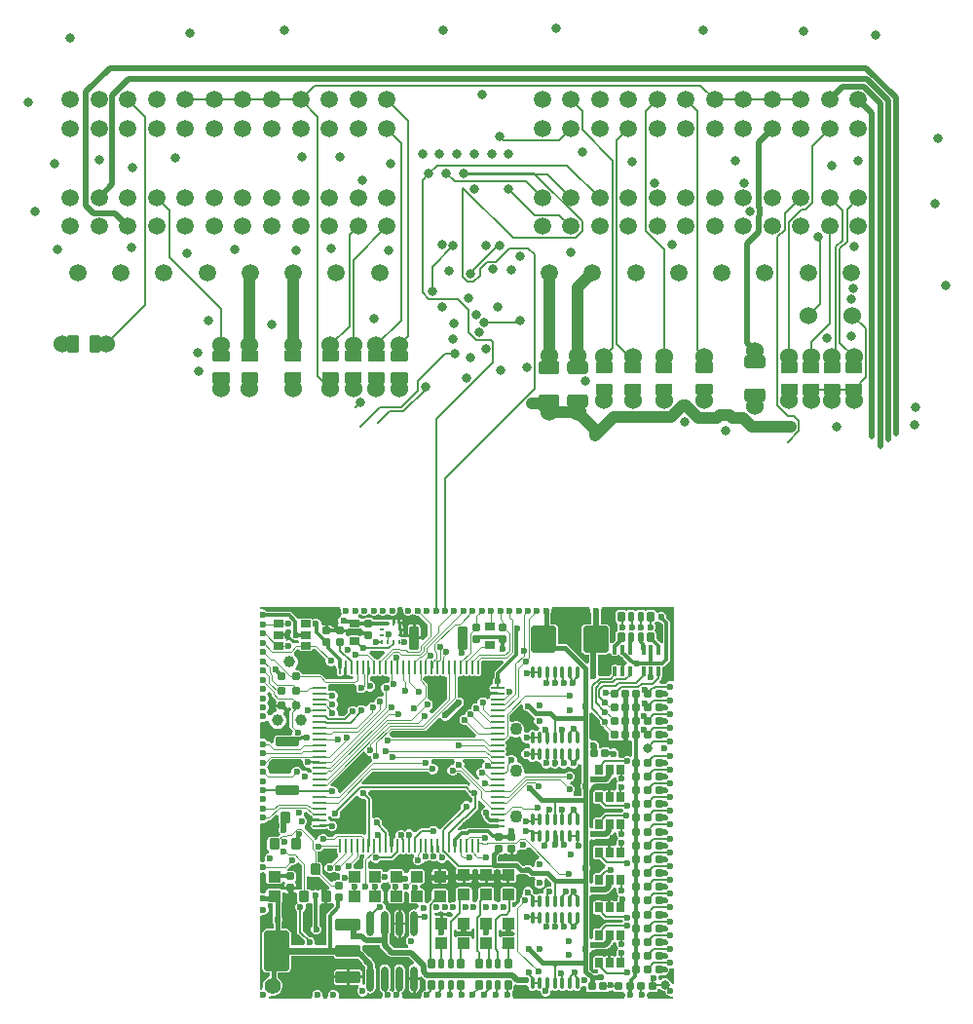
<source format=gtl>
G75*
G70*
%OFA0B0*%
%FSLAX25Y25*%
%IPPOS*%
%LPD*%
%AMOC8*
5,1,8,0,0,1.08239X$1,22.5*
%
%AMM59*
21,1,0.025590,0.026380,-0.000000,0.000000,0.000000*
21,1,0.020470,0.031500,-0.000000,0.000000,0.000000*
1,1,0.005120,0.010240,-0.013190*
1,1,0.005120,-0.010240,-0.013190*
1,1,0.005120,-0.010240,0.013190*
1,1,0.005120,0.010240,0.013190*
%
%AMM60*
21,1,0.017720,0.027950,-0.000000,0.000000,0.000000*
21,1,0.014170,0.031500,-0.000000,0.000000,0.000000*
1,1,0.003540,0.007090,-0.013980*
1,1,0.003540,-0.007090,-0.013980*
1,1,0.003540,-0.007090,0.013980*
1,1,0.003540,0.007090,0.013980*
%
%AMM61*
21,1,0.012600,0.028980,-0.000000,0.000000,180.000000*
21,1,0.010080,0.031500,-0.000000,0.000000,180.000000*
1,1,0.002520,-0.005040,0.014490*
1,1,0.002520,0.005040,0.014490*
1,1,0.002520,0.005040,-0.014490*
1,1,0.002520,-0.005040,-0.014490*
%
%AMM62*
21,1,0.023620,0.030710,-0.000000,0.000000,270.000000*
21,1,0.018900,0.035430,-0.000000,0.000000,270.000000*
1,1,0.004720,-0.015350,-0.009450*
1,1,0.004720,-0.015350,0.009450*
1,1,0.004720,0.015350,0.009450*
1,1,0.004720,0.015350,-0.009450*
%
%AMM63*
21,1,0.027560,0.018900,-0.000000,0.000000,180.000000*
21,1,0.022840,0.023620,-0.000000,0.000000,180.000000*
1,1,0.004720,-0.011420,0.009450*
1,1,0.004720,0.011420,0.009450*
1,1,0.004720,0.011420,-0.009450*
1,1,0.004720,-0.011420,-0.009450*
%
%AMM64*
21,1,0.031500,0.072440,-0.000000,0.000000,180.000000*
21,1,0.025200,0.078740,-0.000000,0.000000,180.000000*
1,1,0.006300,-0.012600,0.036220*
1,1,0.006300,0.012600,0.036220*
1,1,0.006300,0.012600,-0.036220*
1,1,0.006300,-0.012600,-0.036220*
%
%AMM65*
21,1,0.027560,0.018900,-0.000000,0.000000,270.000000*
21,1,0.022840,0.023620,-0.000000,0.000000,270.000000*
1,1,0.004720,-0.009450,-0.011420*
1,1,0.004720,-0.009450,0.011420*
1,1,0.004720,0.009450,0.011420*
1,1,0.004720,0.009450,-0.011420*
%
%AMM66*
21,1,0.023620,0.030710,-0.000000,0.000000,0.000000*
21,1,0.018900,0.035430,-0.000000,0.000000,0.000000*
1,1,0.004720,0.009450,-0.015350*
1,1,0.004720,-0.009450,-0.015350*
1,1,0.004720,-0.009450,0.015350*
1,1,0.004720,0.009450,0.015350*
%
%AMM67*
21,1,0.035430,0.030320,-0.000000,0.000000,0.000000*
21,1,0.028350,0.037400,-0.000000,0.000000,0.000000*
1,1,0.007090,0.014170,-0.015160*
1,1,0.007090,-0.014170,-0.015160*
1,1,0.007090,-0.014170,0.015160*
1,1,0.007090,0.014170,0.015160*
%
%AMM68*
21,1,0.043310,0.075980,-0.000000,0.000000,90.000000*
21,1,0.034650,0.084650,-0.000000,0.000000,90.000000*
1,1,0.008660,0.037990,0.017320*
1,1,0.008660,0.037990,-0.017320*
1,1,0.008660,-0.037990,-0.017320*
1,1,0.008660,-0.037990,0.017320*
%
%AMM69*
21,1,0.039370,0.035430,-0.000000,0.000000,90.000000*
21,1,0.031500,0.043310,-0.000000,0.000000,90.000000*
1,1,0.007870,0.017720,0.015750*
1,1,0.007870,0.017720,-0.015750*
1,1,0.007870,-0.017720,-0.015750*
1,1,0.007870,-0.017720,0.015750*
%
%AMM70*
21,1,0.027560,0.030710,-0.000000,0.000000,90.000000*
21,1,0.022050,0.036220,-0.000000,0.000000,90.000000*
1,1,0.005510,0.015350,0.011020*
1,1,0.005510,0.015350,-0.011020*
1,1,0.005510,-0.015350,-0.011020*
1,1,0.005510,-0.015350,0.011020*
%
%AMM71*
21,1,0.031500,0.072440,-0.000000,0.000000,90.000000*
21,1,0.025200,0.078740,-0.000000,0.000000,90.000000*
1,1,0.006300,0.036220,0.012600*
1,1,0.006300,0.036220,-0.012600*
1,1,0.006300,-0.036220,-0.012600*
1,1,0.006300,-0.036220,0.012600*
%
%AMM72*
21,1,0.137800,0.067720,-0.000000,0.000000,90.000000*
21,1,0.120870,0.084650,-0.000000,0.000000,90.000000*
1,1,0.016930,0.033860,0.060430*
1,1,0.016930,0.033860,-0.060430*
1,1,0.016930,-0.033860,-0.060430*
1,1,0.016930,-0.033860,0.060430*
%
%AMM73*
21,1,0.043310,0.075990,-0.000000,0.000000,90.000000*
21,1,0.034650,0.084650,-0.000000,0.000000,90.000000*
1,1,0.008660,0.037990,0.017320*
1,1,0.008660,0.037990,-0.017320*
1,1,0.008660,-0.037990,-0.017320*
1,1,0.008660,-0.037990,0.017320*
%
%AMM74*
21,1,0.086610,0.073230,-0.000000,0.000000,180.000000*
21,1,0.069290,0.090550,-0.000000,0.000000,180.000000*
1,1,0.017320,-0.034650,0.036610*
1,1,0.017320,0.034650,0.036610*
1,1,0.017320,0.034650,-0.036610*
1,1,0.017320,-0.034650,-0.036610*
%
%ADD10C,0.05906*%
%ADD11C,0.06000*%
%ADD12C,0.02362*%
%ADD13R,0.14567X0.00787*%
%ADD14R,0.01575X0.00787*%
%ADD147M59*%
%ADD148M60*%
%ADD149M61*%
%ADD15R,0.06299X0.00787*%
%ADD150O,0.01181X0.04331*%
%ADD151M62*%
%ADD152M63*%
%ADD153M64*%
%ADD154M65*%
%ADD155M66*%
%ADD156M67*%
%ADD157O,0.02362X0.08661*%
%ADD158M68*%
%ADD159M69*%
%ADD16R,0.38189X0.00787*%
%ADD160M70*%
%ADD161M71*%
%ADD162M72*%
%ADD163M73*%
%ADD164M74*%
%ADD17R,0.09055X0.00787*%
%ADD18R,0.00787X0.05512*%
%ADD19R,0.00787X0.25197*%
%ADD20R,0.00787X0.06693*%
%ADD21R,0.00787X0.12992*%
%ADD22R,0.27559X0.00787*%
%ADD23R,0.12992X0.00787*%
%ADD24R,0.24803X0.00787*%
%ADD25C,0.03150*%
%ADD26C,0.00787*%
%ADD27C,0.01969*%
%ADD28C,0.03937*%
%ADD31C,0.00591*%
%ADD37C,0.00984*%
%ADD38C,0.01968*%
%ADD39O,0.04724X0.00866*%
%ADD40O,0.00866X0.04724*%
%ADD57R,0.01378X0.00984*%
%ADD58R,0.00984X0.01378*%
%ADD71C,0.03100*%
%ADD72C,0.00492*%
%ADD73C,0.01181*%
%ADD74C,0.01260*%
%ADD75C,0.01575*%
%ADD76C,0.04331*%
%ADD77C,0.03900*%
%ADD78C,0.05512*%
X0000000Y0000000D02*
%LPD*%
G01*
D10*
X0304741Y0353214D03*
X0294899Y0353214D03*
X0285056Y0353214D03*
X0275214Y0353214D03*
X0265371Y0353214D03*
X0255529Y0353214D03*
X0245686Y0353214D03*
X0235844Y0353214D03*
X0226001Y0353214D03*
X0216159Y0353214D03*
X0206316Y0353214D03*
X0196473Y0353214D03*
X0304741Y0343372D03*
X0294899Y0343372D03*
X0285056Y0343372D03*
X0275214Y0343372D03*
X0265371Y0343372D03*
X0255529Y0343372D03*
X0245686Y0343372D03*
X0235844Y0343372D03*
X0226001Y0343372D03*
X0216159Y0343372D03*
X0206316Y0343372D03*
X0196473Y0343372D03*
X0304741Y0319750D03*
X0294899Y0319750D03*
X0285056Y0319750D03*
X0275214Y0319750D03*
X0265371Y0319750D03*
X0255529Y0319750D03*
X0245686Y0319750D03*
X0235844Y0319750D03*
X0226001Y0319750D03*
X0216159Y0319750D03*
X0206316Y0319750D03*
X0196473Y0319750D03*
X0304741Y0309907D03*
X0294899Y0309907D03*
X0285056Y0309907D03*
X0275214Y0309907D03*
X0265371Y0309907D03*
X0255529Y0309907D03*
X0245686Y0309907D03*
X0235844Y0309907D03*
X0226001Y0309907D03*
X0216159Y0309907D03*
X0206316Y0309907D03*
X0196473Y0309907D03*
X0302281Y0294159D03*
X0287517Y0294159D03*
X0272753Y0294159D03*
X0257989Y0294159D03*
X0243225Y0294159D03*
X0228462Y0294159D03*
X0213698Y0294159D03*
X0198934Y0294159D03*
X0143324Y0353214D03*
X0133481Y0353214D03*
X0123639Y0353214D03*
X0113796Y0353214D03*
X0103954Y0353214D03*
X0094111Y0353214D03*
X0084269Y0353214D03*
X0074426Y0353214D03*
X0064584Y0353214D03*
X0054741Y0353214D03*
X0044899Y0353214D03*
X0035056Y0353214D03*
X0143324Y0343372D03*
X0133481Y0343372D03*
X0123639Y0343372D03*
X0113796Y0343372D03*
X0103954Y0343372D03*
X0094111Y0343372D03*
X0084269Y0343372D03*
X0074426Y0343372D03*
X0064584Y0343372D03*
X0054741Y0343372D03*
X0044899Y0343372D03*
X0035056Y0343372D03*
X0143324Y0319750D03*
X0133481Y0319750D03*
X0123639Y0319750D03*
X0113796Y0319750D03*
X0103954Y0319750D03*
X0094111Y0319750D03*
X0084269Y0319750D03*
X0074426Y0319750D03*
X0064584Y0319750D03*
X0054741Y0319750D03*
X0044899Y0319750D03*
X0035056Y0319750D03*
X0143324Y0309907D03*
X0133481Y0309907D03*
X0123639Y0309907D03*
X0113796Y0309907D03*
X0103954Y0309907D03*
X0094111Y0309907D03*
X0084269Y0309907D03*
X0074426Y0309907D03*
X0064584Y0309907D03*
X0054741Y0309907D03*
X0044899Y0309907D03*
X0035056Y0309907D03*
X0140863Y0294159D03*
X0126099Y0294159D03*
X0111336Y0294159D03*
X0096572Y0294159D03*
X0081808Y0294159D03*
X0067044Y0294159D03*
X0052281Y0294159D03*
X0037517Y0294159D03*
D11*
X0131890Y0269311D03*
G36*
G01*
X0129429Y0267520D02*
X0134350Y0267520D01*
G75*
G02*
X0134744Y0267126I0000000J-000394D01*
G01*
X0134744Y0263976D01*
G75*
G02*
X0134350Y0263583I-000394J0000000D01*
G01*
X0129429Y0263583D01*
G75*
G02*
X0129035Y0263976I0000000J0000394D01*
G01*
X0129035Y0267126D01*
G75*
G02*
X0129429Y0267520I0000394J0000000D01*
G01*
G37*
G36*
G01*
X0129429Y0260039D02*
X0134350Y0260039D01*
G75*
G02*
X0134744Y0259646I0000000J-000394D01*
G01*
X0134744Y0256496D01*
G75*
G02*
X0134350Y0256102I-000394J0000000D01*
G01*
X0129429Y0256102D01*
G75*
G02*
X0129035Y0256496I0000000J0000394D01*
G01*
X0129035Y0259646D01*
G75*
G02*
X0129429Y0260039I0000394J0000000D01*
G01*
G37*
X0131890Y0254311D03*
X0032244Y0269685D03*
G36*
G01*
X0034035Y0267224D02*
X0034035Y0272146D01*
G75*
G02*
X0034429Y0272539I0000394J0000000D01*
G01*
X0037579Y0272539D01*
G75*
G02*
X0037972Y0272146I0000000J-000394D01*
G01*
X0037972Y0267224D01*
G75*
G02*
X0037579Y0266831I-000394J0000000D01*
G01*
X0034429Y0266831D01*
G75*
G02*
X0034035Y0267224I0000000J0000394D01*
G01*
G37*
G36*
G01*
X0041516Y0267224D02*
X0041516Y0272146D01*
G75*
G02*
X0041910Y0272539I0000394J0000000D01*
G01*
X0045059Y0272539D01*
G75*
G02*
X0045453Y0272146I0000000J-000394D01*
G01*
X0045453Y0267224D01*
G75*
G02*
X0045059Y0266831I-000394J0000000D01*
G01*
X0041910Y0266831D01*
G75*
G02*
X0041516Y0267224I0000000J0000394D01*
G01*
G37*
X0047244Y0269685D03*
X0124016Y0269311D03*
G36*
G01*
X0121555Y0267520D02*
X0126476Y0267520D01*
G75*
G02*
X0126870Y0267126I0000000J-000394D01*
G01*
X0126870Y0263976D01*
G75*
G02*
X0126476Y0263583I-000394J0000000D01*
G01*
X0121555Y0263583D01*
G75*
G02*
X0121161Y0263976I0000000J0000394D01*
G01*
X0121161Y0267126D01*
G75*
G02*
X0121555Y0267520I0000394J0000000D01*
G01*
G37*
G36*
G01*
X0121555Y0260039D02*
X0126476Y0260039D01*
G75*
G02*
X0126870Y0259646I0000000J-000394D01*
G01*
X0126870Y0256496D01*
G75*
G02*
X0126476Y0256102I-000394J0000000D01*
G01*
X0121555Y0256102D01*
G75*
G02*
X0121161Y0256496I0000000J0000394D01*
G01*
X0121161Y0259646D01*
G75*
G02*
X0121555Y0260039I0000394J0000000D01*
G01*
G37*
X0124016Y0254311D03*
X0086614Y0269311D03*
G36*
G01*
X0084154Y0267520D02*
X0089075Y0267520D01*
G75*
G02*
X0089469Y0267126I0000000J-000394D01*
G01*
X0089469Y0263976D01*
G75*
G02*
X0089075Y0263583I-000394J0000000D01*
G01*
X0084154Y0263583D01*
G75*
G02*
X0083760Y0263976I0000000J0000394D01*
G01*
X0083760Y0267126D01*
G75*
G02*
X0084154Y0267520I0000394J0000000D01*
G01*
G37*
G36*
G01*
X0084154Y0260039D02*
X0089075Y0260039D01*
G75*
G02*
X0089469Y0259646I0000000J-000394D01*
G01*
X0089469Y0256496D01*
G75*
G02*
X0089075Y0256102I-000394J0000000D01*
G01*
X0084154Y0256102D01*
G75*
G02*
X0083760Y0256496I0000000J0000394D01*
G01*
X0083760Y0259646D01*
G75*
G02*
X0084154Y0260039I0000394J0000000D01*
G01*
G37*
X0086614Y0254311D03*
X0208661Y0265551D03*
G36*
G01*
X0205118Y0260256D02*
X0205118Y0262972D01*
G75*
G02*
X0206024Y0263878I0000906J0000000D01*
G01*
X0211299Y0263878D01*
G75*
G02*
X0212205Y0262972I0000000J-000906D01*
G01*
X0212205Y0260256D01*
G75*
G02*
X0211299Y0259350I-000906J0000000D01*
G01*
X0206024Y0259350D01*
G75*
G02*
X0205118Y0260256I0000000J0000906D01*
G01*
G37*
G36*
G01*
X0205118Y0248839D02*
X0205118Y0251555D01*
G75*
G02*
X0206024Y0252461I0000906J0000000D01*
G01*
X0211299Y0252461D01*
G75*
G02*
X0212205Y0251555I0000000J-000906D01*
G01*
X0212205Y0248839D01*
G75*
G02*
X0211299Y0247933I-000906J0000000D01*
G01*
X0206024Y0247933D01*
G75*
G02*
X0205118Y0248839I0000000J0000906D01*
G01*
G37*
X0208661Y0246260D03*
X0111220Y0269311D03*
G36*
G01*
X0108760Y0267520D02*
X0113681Y0267520D01*
G75*
G02*
X0114075Y0267126I0000000J-000394D01*
G01*
X0114075Y0263976D01*
G75*
G02*
X0113681Y0263583I-000394J0000000D01*
G01*
X0108760Y0263583D01*
G75*
G02*
X0108366Y0263976I0000000J0000394D01*
G01*
X0108366Y0267126D01*
G75*
G02*
X0108760Y0267520I0000394J0000000D01*
G01*
G37*
G36*
G01*
X0108760Y0260039D02*
X0113681Y0260039D01*
G75*
G02*
X0114075Y0259646I0000000J-000394D01*
G01*
X0114075Y0256496D01*
G75*
G02*
X0113681Y0256102I-000394J0000000D01*
G01*
X0108760Y0256102D01*
G75*
G02*
X0108366Y0256496I0000000J0000394D01*
G01*
X0108366Y0259646D01*
G75*
G02*
X0108760Y0260039I0000394J0000000D01*
G01*
G37*
X0111220Y0254311D03*
X0269291Y0267520D03*
G36*
G01*
X0265748Y0262224D02*
X0265748Y0264941D01*
G75*
G02*
X0266654Y0265846I0000906J0000000D01*
G01*
X0271929Y0265846D01*
G75*
G02*
X0272835Y0264941I0000000J-000906D01*
G01*
X0272835Y0262224D01*
G75*
G02*
X0271929Y0261319I-000906J0000000D01*
G01*
X0266654Y0261319D01*
G75*
G02*
X0265748Y0262224I0000000J0000906D01*
G01*
G37*
G36*
G01*
X0265748Y0250807D02*
X0265748Y0253524D01*
G75*
G02*
X0266654Y0254429I0000906J0000000D01*
G01*
X0271929Y0254429D01*
G75*
G02*
X0272835Y0253524I0000000J-000906D01*
G01*
X0272835Y0250807D01*
G75*
G02*
X0271929Y0249902I-000906J0000000D01*
G01*
X0266654Y0249902D01*
G75*
G02*
X0265748Y0250807I0000000J0000906D01*
G01*
G37*
X0269291Y0248228D03*
X0198819Y0265551D03*
G36*
G01*
X0195276Y0260256D02*
X0195276Y0262972D01*
G75*
G02*
X0196181Y0263878I0000906J0000000D01*
G01*
X0201457Y0263878D01*
G75*
G02*
X0202362Y0262972I0000000J-000906D01*
G01*
X0202362Y0260256D01*
G75*
G02*
X0201457Y0259350I-000906J0000000D01*
G01*
X0196181Y0259350D01*
G75*
G02*
X0195276Y0260256I0000000J0000906D01*
G01*
G37*
G36*
G01*
X0195276Y0248839D02*
X0195276Y0251555D01*
G75*
G02*
X0196181Y0252461I0000906J0000000D01*
G01*
X0201457Y0252461D01*
G75*
G02*
X0202362Y0251555I0000000J-000906D01*
G01*
X0202362Y0248839D01*
G75*
G02*
X0201457Y0247933I-000906J0000000D01*
G01*
X0196181Y0247933D01*
G75*
G02*
X0195276Y0248839I0000000J0000906D01*
G01*
G37*
X0198819Y0246260D03*
X0251969Y0265374D03*
G36*
G01*
X0249508Y0263583D02*
X0254429Y0263583D01*
G75*
G02*
X0254823Y0263189I0000000J-000394D01*
G01*
X0254823Y0260039D01*
G75*
G02*
X0254429Y0259646I-000394J0000000D01*
G01*
X0249508Y0259646D01*
G75*
G02*
X0249114Y0260039I0000000J0000394D01*
G01*
X0249114Y0263189D01*
G75*
G02*
X0249508Y0263583I0000394J0000000D01*
G01*
G37*
G36*
G01*
X0249508Y0256102D02*
X0254429Y0256102D01*
G75*
G02*
X0254823Y0255709I0000000J-000394D01*
G01*
X0254823Y0252559D01*
G75*
G02*
X0254429Y0252165I-000394J0000000D01*
G01*
X0249508Y0252165D01*
G75*
G02*
X0249114Y0252559I0000000J0000394D01*
G01*
X0249114Y0255709D01*
G75*
G02*
X0249508Y0256102I0000394J0000000D01*
G01*
G37*
X0251969Y0250374D03*
X0147638Y0269311D03*
G36*
G01*
X0145177Y0267520D02*
X0150098Y0267520D01*
G75*
G02*
X0150492Y0267126I0000000J-000394D01*
G01*
X0150492Y0263976D01*
G75*
G02*
X0150098Y0263583I-000394J0000000D01*
G01*
X0145177Y0263583D01*
G75*
G02*
X0144783Y0263976I0000000J0000394D01*
G01*
X0144783Y0267126D01*
G75*
G02*
X0145177Y0267520I0000394J0000000D01*
G01*
G37*
G36*
G01*
X0145177Y0260039D02*
X0150098Y0260039D01*
G75*
G02*
X0150492Y0259646I0000000J-000394D01*
G01*
X0150492Y0256496D01*
G75*
G02*
X0150098Y0256102I-000394J0000000D01*
G01*
X0145177Y0256102D01*
G75*
G02*
X0144783Y0256496I0000000J0000394D01*
G01*
X0144783Y0259646D01*
G75*
G02*
X0145177Y0260039I0000394J0000000D01*
G01*
G37*
X0147638Y0254311D03*
X0303150Y0265374D03*
G36*
G01*
X0300689Y0263583D02*
X0305610Y0263583D01*
G75*
G02*
X0306004Y0263189I0000000J-000394D01*
G01*
X0306004Y0260039D01*
G75*
G02*
X0305610Y0259646I-000394J0000000D01*
G01*
X0300689Y0259646D01*
G75*
G02*
X0300295Y0260039I0000000J0000394D01*
G01*
X0300295Y0263189D01*
G75*
G02*
X0300689Y0263583I0000394J0000000D01*
G01*
G37*
G36*
G01*
X0300689Y0256102D02*
X0305610Y0256102D01*
G75*
G02*
X0306004Y0255709I0000000J-000394D01*
G01*
X0306004Y0252559D01*
G75*
G02*
X0305610Y0252165I-000394J0000000D01*
G01*
X0300689Y0252165D01*
G75*
G02*
X0300295Y0252559I0000000J0000394D01*
G01*
X0300295Y0255709D01*
G75*
G02*
X0300689Y0256102I0000394J0000000D01*
G01*
G37*
X0303150Y0250374D03*
X0281102Y0265374D03*
G36*
G01*
X0278642Y0263583D02*
X0283563Y0263583D01*
G75*
G02*
X0283957Y0263189I0000000J-000394D01*
G01*
X0283957Y0260039D01*
G75*
G02*
X0283563Y0259646I-000394J0000000D01*
G01*
X0278642Y0259646D01*
G75*
G02*
X0278248Y0260039I0000000J0000394D01*
G01*
X0278248Y0263189D01*
G75*
G02*
X0278642Y0263583I0000394J0000000D01*
G01*
G37*
G36*
G01*
X0278642Y0256102D02*
X0283563Y0256102D01*
G75*
G02*
X0283957Y0255709I0000000J-000394D01*
G01*
X0283957Y0252559D01*
G75*
G02*
X0283563Y0252165I-000394J0000000D01*
G01*
X0278642Y0252165D01*
G75*
G02*
X0278248Y0252559I0000000J0000394D01*
G01*
X0278248Y0255709D01*
G75*
G02*
X0278642Y0256102I0000394J0000000D01*
G01*
G37*
X0281102Y0250374D03*
X0288583Y0265374D03*
G36*
G01*
X0286122Y0263583D02*
X0291043Y0263583D01*
G75*
G02*
X0291437Y0263189I0000000J-000394D01*
G01*
X0291437Y0260039D01*
G75*
G02*
X0291043Y0259646I-000394J0000000D01*
G01*
X0286122Y0259646D01*
G75*
G02*
X0285728Y0260039I0000000J0000394D01*
G01*
X0285728Y0263189D01*
G75*
G02*
X0286122Y0263583I0000394J0000000D01*
G01*
G37*
G36*
G01*
X0286122Y0256102D02*
X0291043Y0256102D01*
G75*
G02*
X0291437Y0255709I0000000J-000394D01*
G01*
X0291437Y0252559D01*
G75*
G02*
X0291043Y0252165I-000394J0000000D01*
G01*
X0286122Y0252165D01*
G75*
G02*
X0285728Y0252559I0000000J0000394D01*
G01*
X0285728Y0255709D01*
G75*
G02*
X0286122Y0256102I0000394J0000000D01*
G01*
G37*
X0288583Y0250374D03*
X0139764Y0269311D03*
G36*
G01*
X0137303Y0267520D02*
X0142224Y0267520D01*
G75*
G02*
X0142618Y0267126I0000000J-000394D01*
G01*
X0142618Y0263976D01*
G75*
G02*
X0142224Y0263583I-000394J0000000D01*
G01*
X0137303Y0263583D01*
G75*
G02*
X0136909Y0263976I0000000J0000394D01*
G01*
X0136909Y0267126D01*
G75*
G02*
X0137303Y0267520I0000394J0000000D01*
G01*
G37*
G36*
G01*
X0137303Y0260039D02*
X0142224Y0260039D01*
G75*
G02*
X0142618Y0259646I0000000J-000394D01*
G01*
X0142618Y0256496D01*
G75*
G02*
X0142224Y0256102I-000394J0000000D01*
G01*
X0137303Y0256102D01*
G75*
G02*
X0136909Y0256496I0000000J0000394D01*
G01*
X0136909Y0259646D01*
G75*
G02*
X0137303Y0260039I0000394J0000000D01*
G01*
G37*
X0139764Y0254311D03*
X0295669Y0265374D03*
G36*
G01*
X0293209Y0263583D02*
X0298130Y0263583D01*
G75*
G02*
X0298524Y0263189I0000000J-000394D01*
G01*
X0298524Y0260039D01*
G75*
G02*
X0298130Y0259646I-000394J0000000D01*
G01*
X0293209Y0259646D01*
G75*
G02*
X0292815Y0260039I0000000J0000394D01*
G01*
X0292815Y0263189D01*
G75*
G02*
X0293209Y0263583I0000394J0000000D01*
G01*
G37*
G36*
G01*
X0293209Y0256102D02*
X0298130Y0256102D01*
G75*
G02*
X0298524Y0255709I0000000J-000394D01*
G01*
X0298524Y0252559D01*
G75*
G02*
X0298130Y0252165I-000394J0000000D01*
G01*
X0293209Y0252165D01*
G75*
G02*
X0292815Y0252559I0000000J0000394D01*
G01*
X0292815Y0255709D01*
G75*
G02*
X0293209Y0256102I0000394J0000000D01*
G01*
G37*
X0295669Y0250374D03*
D12*
X0214862Y0178445D03*
X0197933Y0178445D03*
X0194784Y0178445D03*
X0191634Y0178445D03*
X0188484Y0178445D03*
X0185335Y0178445D03*
X0182185Y0178445D03*
X0179035Y0178445D03*
X0175886Y0178445D03*
X0172736Y0178445D03*
X0169587Y0178445D03*
X0166437Y0178445D03*
X0163287Y0178445D03*
X0160138Y0178445D03*
X0156988Y0178445D03*
X0153839Y0178445D03*
X0150689Y0178445D03*
X0145177Y0178445D03*
X0142028Y0178445D03*
X0138878Y0178445D03*
X0135728Y0178445D03*
X0132579Y0178445D03*
X0129429Y0178445D03*
D13*
X0110335Y0046161D03*
D14*
X0122343Y0046161D03*
D13*
X0134350Y0046161D03*
D15*
X0151870Y0046161D03*
D16*
X0205610Y0046161D03*
D17*
X0237106Y0046161D03*
D18*
X0241240Y0053248D03*
D19*
X0100295Y0061516D03*
D20*
X0100295Y0085335D03*
D21*
X0100295Y0099114D03*
D18*
X0100295Y0137500D03*
D19*
X0241240Y0167028D03*
D22*
X0113681Y0179232D03*
D14*
X0147933Y0179232D03*
D23*
X0206398Y0179232D03*
D24*
X0229232Y0179232D03*
D12*
X0101083Y0176870D03*
X0101083Y0173720D03*
X0101083Y0170571D03*
X0101083Y0167421D03*
X0101083Y0164272D03*
X0101083Y0161122D03*
X0101083Y0157972D03*
X0101083Y0154823D03*
X0101083Y0151673D03*
X0101083Y0148524D03*
X0101083Y0145374D03*
X0101083Y0142224D03*
X0101083Y0132776D03*
X0101083Y0129626D03*
X0101083Y0126476D03*
X0101083Y0123327D03*
X0101083Y0120177D03*
X0101083Y0117028D03*
X0101083Y0113878D03*
X0101083Y0110728D03*
X0101083Y0107579D03*
X0101083Y0090650D03*
X0101083Y0080020D03*
X0101083Y0076083D03*
X0101083Y0046949D03*
X0240453Y0152461D03*
X0240453Y0147736D03*
X0240453Y0143012D03*
X0240453Y0138287D03*
X0240453Y0133563D03*
X0240453Y0128839D03*
X0240453Y0124114D03*
X0240453Y0119390D03*
X0240453Y0114665D03*
X0240453Y0109941D03*
X0240453Y0105217D03*
X0240453Y0100492D03*
X0240453Y0095768D03*
X0240453Y0091043D03*
X0240453Y0086319D03*
X0240453Y0081595D03*
X0240453Y0076870D03*
X0240453Y0072146D03*
X0240453Y0067421D03*
X0240453Y0062697D03*
X0240453Y0057972D03*
X0240453Y0048524D03*
X0230610Y0046949D03*
X0226673Y0046949D03*
X0184547Y0046949D03*
X0180610Y0046949D03*
X0176673Y0046949D03*
X0172736Y0046949D03*
X0168799Y0046949D03*
X0164862Y0046949D03*
X0160925Y0046949D03*
X0156988Y0046949D03*
X0146752Y0046949D03*
X0143602Y0046949D03*
X0125098Y0046949D03*
X0119587Y0046949D03*
D11*
X0096457Y0269311D03*
G36*
G01*
X0093996Y0267520D02*
X0098917Y0267520D01*
G75*
G02*
X0099311Y0267126I0000000J-000394D01*
G01*
X0099311Y0263976D01*
G75*
G02*
X0098917Y0263583I-000394J0000000D01*
G01*
X0093996Y0263583D01*
G75*
G02*
X0093602Y0263976I0000000J0000394D01*
G01*
X0093602Y0267126D01*
G75*
G02*
X0093996Y0267520I0000394J0000000D01*
G01*
G37*
G36*
G01*
X0093996Y0260039D02*
X0098917Y0260039D01*
G75*
G02*
X0099311Y0259646I0000000J-000394D01*
G01*
X0099311Y0256496D01*
G75*
G02*
X0098917Y0256102I-000394J0000000D01*
G01*
X0093996Y0256102D01*
G75*
G02*
X0093602Y0256496I0000000J0000394D01*
G01*
X0093602Y0259646D01*
G75*
G02*
X0093996Y0260039I0000394J0000000D01*
G01*
G37*
X0096457Y0254311D03*
X0227559Y0265374D03*
G36*
G01*
X0225098Y0263583D02*
X0230020Y0263583D01*
G75*
G02*
X0230413Y0263189I0000000J-000394D01*
G01*
X0230413Y0260039D01*
G75*
G02*
X0230020Y0259646I-000394J0000000D01*
G01*
X0225098Y0259646D01*
G75*
G02*
X0224705Y0260039I0000000J0000394D01*
G01*
X0224705Y0263189D01*
G75*
G02*
X0225098Y0263583I0000394J0000000D01*
G01*
G37*
G36*
G01*
X0225098Y0256102D02*
X0230020Y0256102D01*
G75*
G02*
X0230413Y0255709I0000000J-000394D01*
G01*
X0230413Y0252559D01*
G75*
G02*
X0230020Y0252165I-000394J0000000D01*
G01*
X0225098Y0252165D01*
G75*
G02*
X0224705Y0252559I0000000J0000394D01*
G01*
X0224705Y0255709D01*
G75*
G02*
X0225098Y0256102I0000394J0000000D01*
G01*
G37*
X0227559Y0250374D03*
X0238189Y0265374D03*
G36*
G01*
X0235728Y0263583D02*
X0240650Y0263583D01*
G75*
G02*
X0241043Y0263189I0000000J-000394D01*
G01*
X0241043Y0260039D01*
G75*
G02*
X0240650Y0259646I-000394J0000000D01*
G01*
X0235728Y0259646D01*
G75*
G02*
X0235335Y0260039I0000000J0000394D01*
G01*
X0235335Y0263189D01*
G75*
G02*
X0235728Y0263583I0000394J0000000D01*
G01*
G37*
G36*
G01*
X0235728Y0256102D02*
X0240650Y0256102D01*
G75*
G02*
X0241043Y0255709I0000000J-000394D01*
G01*
X0241043Y0252559D01*
G75*
G02*
X0240650Y0252165I-000394J0000000D01*
G01*
X0235728Y0252165D01*
G75*
G02*
X0235335Y0252559I0000000J0000394D01*
G01*
X0235335Y0255709D01*
G75*
G02*
X0235728Y0256102I0000394J0000000D01*
G01*
G37*
X0238189Y0250374D03*
X0217717Y0265374D03*
G36*
G01*
X0215256Y0263583D02*
X0220177Y0263583D01*
G75*
G02*
X0220571Y0263189I0000000J-000394D01*
G01*
X0220571Y0260039D01*
G75*
G02*
X0220177Y0259646I-000394J0000000D01*
G01*
X0215256Y0259646D01*
G75*
G02*
X0214862Y0260039I0000000J0000394D01*
G01*
X0214862Y0263189D01*
G75*
G02*
X0215256Y0263583I0000394J0000000D01*
G01*
G37*
G36*
G01*
X0215256Y0256102D02*
X0220177Y0256102D01*
G75*
G02*
X0220571Y0255709I0000000J-000394D01*
G01*
X0220571Y0252559D01*
G75*
G02*
X0220177Y0252165I-000394J0000000D01*
G01*
X0215256Y0252165D01*
G75*
G02*
X0214862Y0252559I0000000J0000394D01*
G01*
X0214862Y0255709D01*
G75*
G02*
X0215256Y0256102I0000394J0000000D01*
G01*
G37*
X0217717Y0250374D03*
X0287756Y0279528D03*
X0302756Y0279528D03*
D25*
X0166104Y0303409D03*
X0158825Y0287611D03*
X0173225Y0322835D03*
X0176629Y0277079D03*
X0182244Y0260690D03*
X0022835Y0314961D03*
X0181848Y0303408D03*
X0173810Y0279536D03*
X0176025Y0355118D03*
X0188976Y0277559D03*
X0135039Y0325591D03*
X0165905Y0271457D03*
X0177356Y0303222D03*
X0175032Y0273696D03*
X0134250Y0249677D03*
X0172043Y0293536D03*
X0245276Y0242911D03*
X0211451Y0257191D03*
X0177165Y0268110D03*
X0166732Y0266339D03*
X0162205Y0303543D03*
X0166142Y0276575D03*
X0302891Y0288740D03*
X0234843Y0324803D03*
X0156496Y0255003D03*
X0265752Y0324852D03*
X0267717Y0314961D03*
X0303346Y0303150D03*
X0240945Y0303543D03*
X0181841Y0340815D03*
X0157781Y0327948D03*
X0169675Y0328125D03*
X0163729Y0328042D03*
X0185036Y0322835D03*
X0179134Y0334646D03*
X0108268Y0377165D03*
X0124409Y0302362D03*
X0112205Y0301575D03*
X0285827Y0376772D03*
X0103937Y0276378D03*
X0161417Y0334646D03*
X0035039Y0374409D03*
X0162598Y0377165D03*
X0155512Y0334646D03*
X0078983Y0260387D03*
X0294094Y0271654D03*
X0074803Y0300787D03*
X0162267Y0282281D03*
X0091339Y0301969D03*
X0056299Y0329921D03*
X0044882Y0332677D03*
X0210236Y0335433D03*
X0185816Y0295118D03*
X0171260Y0285433D03*
X0227165Y0331890D03*
X0181199Y0282354D03*
X0170472Y0257874D03*
X0302362Y0272441D03*
X0167323Y0334646D03*
X0075984Y0375984D03*
X0188976Y0299606D03*
X0262598Y0332283D03*
X0179709Y0295206D03*
X0138976Y0278346D03*
X0114173Y0333858D03*
X0144488Y0331496D03*
X0127165Y0333858D03*
X0334646Y0289764D03*
X0055906Y0302756D03*
X0251480Y0377073D03*
X0172047Y0264961D03*
X0078740Y0266535D03*
X0029528Y0331496D03*
X0201181Y0377559D03*
X0020472Y0352362D03*
X0259261Y0240097D03*
X0173228Y0334646D03*
X0331952Y0340020D03*
X0310629Y0375499D03*
X0030709Y0301969D03*
X0331102Y0317717D03*
X0070866Y0333465D03*
X0302362Y0285039D03*
X0191339Y0261811D03*
X0297244Y0241339D03*
X0164743Y0294563D03*
X0295669Y0330709D03*
X0304724Y0332283D03*
X0206299Y0301181D03*
X0144094Y0301575D03*
X0185039Y0334646D03*
X0082283Y0277559D03*
X0281496Y0241339D03*
X0290945Y0306299D03*
X0324116Y0242097D03*
X0324260Y0248031D03*
D26*
X0148385Y0248031D02*
X0153937Y0253584D01*
X0140965Y0248031D02*
X0148385Y0248031D01*
X0188976Y0277559D02*
X0188480Y0277062D01*
X0153937Y0257087D02*
X0163189Y0266339D01*
X0132480Y0247908D02*
X0134250Y0249677D01*
X0176645Y0277062D02*
X0176629Y0277079D01*
X0188480Y0277062D02*
X0176645Y0277062D01*
X0181328Y0303408D02*
X0172043Y0294123D01*
X0181848Y0303408D02*
X0181328Y0303408D01*
X0172043Y0294123D02*
X0172043Y0293536D01*
X0134252Y0241319D02*
X0140965Y0248031D01*
X0163189Y0266339D02*
X0166732Y0266339D01*
X0166104Y0303409D02*
X0158825Y0296130D01*
X0153937Y0253584D02*
X0153937Y0257087D01*
X0158825Y0296130D02*
X0158825Y0287611D01*
X0285056Y0319750D02*
X0279528Y0314221D01*
X0279528Y0314221D02*
X0279528Y0308654D01*
X0282719Y0245079D02*
X0284449Y0243349D01*
X0277118Y0248711D02*
X0280751Y0245079D01*
X0280751Y0245079D02*
X0282719Y0245079D01*
X0284449Y0243349D02*
X0284449Y0240116D01*
X0284449Y0240116D02*
X0280512Y0236179D01*
X0279528Y0308654D02*
X0277118Y0306244D01*
X0277118Y0306244D02*
X0277118Y0248711D01*
X0060647Y0347309D02*
X0054741Y0353214D01*
X0307283Y0275000D02*
X0307283Y0258268D01*
X0302756Y0279528D02*
X0307283Y0275000D01*
X0156496Y0254194D02*
X0156496Y0255003D01*
X0060647Y0283088D02*
X0060647Y0347309D01*
X0303150Y0254134D02*
X0288583Y0254134D01*
X0140256Y0242660D02*
X0144249Y0246654D01*
X0047244Y0269685D02*
X0060647Y0283088D01*
X0148956Y0246654D02*
X0156496Y0254194D01*
X0307283Y0258268D02*
X0303150Y0254134D01*
X0144249Y0246654D02*
X0148956Y0246654D01*
X0131102Y0253524D02*
X0131890Y0254311D01*
D27*
X0309269Y0348687D02*
X0304741Y0353214D01*
X0309269Y0238127D02*
X0309269Y0348687D01*
X0312205Y0234686D02*
X0312205Y0352154D01*
X0306617Y0357742D02*
X0299426Y0357742D01*
X0299426Y0357742D02*
X0294899Y0353214D01*
X0312205Y0352154D02*
X0306617Y0357742D01*
D26*
X0202379Y0339435D02*
X0183220Y0339435D01*
X0206316Y0343372D02*
X0202379Y0339435D01*
X0183220Y0339435D02*
X0181841Y0340815D01*
X0157781Y0327948D02*
X0160660Y0330827D01*
X0160138Y0243920D02*
X0179724Y0263507D01*
X0179724Y0270503D02*
X0179090Y0271137D01*
X0179090Y0271137D02*
X0173972Y0271137D01*
X0160660Y0330827D02*
X0205082Y0330827D01*
X0160138Y0178445D02*
X0160138Y0243920D01*
X0171251Y0281505D02*
X0167704Y0285052D01*
X0205082Y0330827D02*
X0216159Y0319750D01*
X0173972Y0271137D02*
X0171251Y0273859D01*
X0167704Y0285052D02*
X0157765Y0285052D01*
X0171251Y0273859D02*
X0171251Y0281505D01*
X0155512Y0287305D02*
X0155512Y0325679D01*
X0155512Y0325679D02*
X0157781Y0327948D01*
X0157765Y0285052D02*
X0155512Y0287305D01*
X0179724Y0263507D02*
X0179724Y0270503D01*
X0193898Y0254313D02*
X0193898Y0300197D01*
X0177634Y0297765D02*
X0175171Y0295302D01*
X0163287Y0178445D02*
X0163287Y0223703D01*
X0210253Y0311538D02*
X0193667Y0328125D01*
X0169675Y0328125D02*
X0169986Y0327814D01*
X0207947Y0305970D02*
X0210253Y0308277D01*
X0186470Y0305970D02*
X0207947Y0305970D01*
X0193898Y0300197D02*
X0191746Y0302348D01*
X0169291Y0292669D02*
X0169291Y0323149D01*
X0210253Y0308277D02*
X0210253Y0311538D01*
X0185352Y0302348D02*
X0180769Y0297765D01*
X0180769Y0297765D02*
X0177634Y0297765D01*
X0169291Y0323149D02*
X0186470Y0305970D01*
X0170983Y0290977D02*
X0169291Y0292669D01*
X0163287Y0223703D02*
X0193898Y0254313D01*
X0198252Y0327814D02*
X0206316Y0319750D01*
X0191746Y0302348D02*
X0185352Y0302348D01*
X0175171Y0293045D02*
X0173103Y0290977D01*
X0173103Y0290977D02*
X0170983Y0290977D01*
X0193667Y0328125D02*
X0169675Y0328125D01*
X0175171Y0295302D02*
X0175171Y0293045D01*
X0169986Y0327814D02*
X0198252Y0327814D01*
X0190830Y0325394D02*
X0196473Y0319750D01*
X0166516Y0325255D02*
X0170563Y0325255D01*
X0170702Y0325394D02*
X0190830Y0325394D01*
X0170563Y0325255D02*
X0170702Y0325394D01*
X0163729Y0328042D02*
X0166516Y0325255D01*
X0202379Y0313844D02*
X0194026Y0313844D01*
X0194026Y0313844D02*
X0185036Y0322835D01*
X0206316Y0309907D02*
X0202379Y0313844D01*
D27*
X0270686Y0316445D02*
X0270686Y0338844D01*
X0270686Y0338844D02*
X0275214Y0343372D01*
X0270686Y0313476D02*
X0270866Y0313656D01*
X0269291Y0267520D02*
X0266685Y0270126D01*
X0270866Y0316265D02*
X0270686Y0316445D01*
X0270686Y0308088D02*
X0270686Y0313476D01*
X0270866Y0313656D02*
X0270866Y0316265D01*
X0266685Y0304087D02*
X0270686Y0308088D01*
X0266685Y0270126D02*
X0266685Y0304087D01*
X0307677Y0360301D02*
X0066994Y0360301D01*
X0066929Y0360236D02*
X0055118Y0360236D01*
X0314961Y0353017D02*
X0307677Y0360301D01*
X0049426Y0354544D02*
X0049426Y0324277D01*
X0314961Y0237008D02*
X0314961Y0353017D01*
X0066994Y0360301D02*
X0066929Y0360236D01*
X0049426Y0324277D02*
X0044899Y0319750D01*
X0055118Y0360236D02*
X0049426Y0354544D01*
D28*
X0208661Y0289123D02*
X0213698Y0294159D01*
X0208661Y0265551D02*
X0208661Y0289123D01*
D26*
X0250607Y0358136D02*
X0118718Y0358136D01*
X0119702Y0347309D02*
X0113796Y0353214D01*
X0255529Y0353214D02*
X0250607Y0358136D01*
X0255529Y0353214D02*
X0285056Y0353214D01*
X0119702Y0258625D02*
X0119702Y0347309D01*
X0124016Y0254311D02*
X0119702Y0258625D01*
X0118718Y0358136D02*
X0113796Y0353214D01*
X0113796Y0353214D02*
X0074426Y0353214D01*
D28*
X0198819Y0294044D02*
X0198934Y0294159D01*
X0198819Y0265551D02*
X0198819Y0294044D01*
D27*
X0040371Y0355877D02*
X0040371Y0317087D01*
X0050214Y0314435D02*
X0054741Y0309907D01*
X0048667Y0364173D02*
X0040371Y0355877D01*
X0040371Y0317087D02*
X0043023Y0314435D01*
X0043023Y0314435D02*
X0050214Y0314435D01*
X0307423Y0364173D02*
X0048667Y0364173D01*
X0317717Y0238976D02*
X0317717Y0353880D01*
X0317717Y0353880D02*
X0307423Y0364173D01*
D26*
X0249623Y0267719D02*
X0249623Y0349277D01*
X0251969Y0265374D02*
X0249623Y0267719D01*
X0249623Y0349277D02*
X0245686Y0353214D01*
D28*
X0265170Y0244488D02*
X0268319Y0241339D01*
X0261752Y0244488D02*
X0265170Y0244488D01*
X0214469Y0238484D02*
X0214469Y0240453D01*
X0268319Y0241339D02*
X0281496Y0241339D01*
X0244496Y0248819D02*
X0245662Y0248819D01*
X0208661Y0246260D02*
X0198819Y0246260D01*
X0214469Y0238484D02*
X0220799Y0244815D01*
X0198819Y0246260D02*
X0195819Y0249260D01*
X0245662Y0248819D02*
X0249993Y0244488D01*
X0195819Y0249260D02*
X0193020Y0249260D01*
X0256359Y0244488D02*
X0257343Y0245472D01*
X0240492Y0244815D02*
X0244496Y0248819D01*
X0220799Y0244815D02*
X0240492Y0244815D01*
X0260767Y0245472D02*
X0261752Y0244488D01*
X0257343Y0245472D02*
X0260767Y0245472D01*
X0249993Y0244488D02*
X0256359Y0244488D01*
X0214469Y0240453D02*
X0208661Y0246260D01*
D26*
X0238189Y0301994D02*
X0231907Y0308277D01*
X0238189Y0265374D02*
X0238189Y0301994D01*
X0231907Y0349277D02*
X0235844Y0353214D01*
X0231907Y0308277D02*
X0231907Y0349277D01*
X0210253Y0342897D02*
X0210253Y0349277D01*
X0217717Y0265374D02*
X0220686Y0268344D01*
X0220686Y0332464D02*
X0210253Y0342897D01*
X0220686Y0268344D02*
X0220686Y0332464D01*
X0210253Y0349277D02*
X0206316Y0353214D01*
X0291732Y0305512D02*
X0290945Y0306299D01*
X0291732Y0283504D02*
X0291732Y0296850D01*
X0287756Y0279528D02*
X0291732Y0283504D01*
X0291732Y0296850D02*
X0291732Y0305512D01*
X0286687Y0315813D02*
X0288993Y0318119D01*
X0288993Y0337466D02*
X0294899Y0343372D01*
X0288993Y0318119D02*
X0288993Y0337466D01*
X0285394Y0315813D02*
X0286687Y0315813D01*
X0281102Y0311521D02*
X0285394Y0315813D01*
X0281102Y0265374D02*
X0281102Y0311521D01*
X0222064Y0269688D02*
X0222064Y0339435D01*
X0226378Y0265374D02*
X0222064Y0269688D01*
X0222064Y0339435D02*
X0226001Y0343372D01*
X0298344Y0270180D02*
X0298344Y0302281D01*
X0303150Y0265374D02*
X0298344Y0270180D01*
X0300804Y0315813D02*
X0304741Y0319750D01*
X0300804Y0304741D02*
X0300804Y0315813D01*
X0298344Y0302281D02*
X0300804Y0304741D01*
X0296966Y0266670D02*
X0296966Y0302871D01*
X0295669Y0265374D02*
X0296966Y0266670D01*
X0296966Y0302871D02*
X0299213Y0305118D01*
X0299213Y0305118D02*
X0299213Y0315436D01*
X0299213Y0315436D02*
X0294899Y0319750D01*
X0294899Y0276755D02*
X0294899Y0309907D01*
X0288583Y0265374D02*
X0288583Y0270439D01*
X0288583Y0270439D02*
X0294899Y0276755D01*
X0068898Y0299266D02*
X0068898Y0315436D01*
X0068898Y0315436D02*
X0064584Y0319750D01*
X0086614Y0281549D02*
X0068898Y0299266D01*
X0086614Y0269311D02*
X0086614Y0281549D01*
X0131890Y0298473D02*
X0143324Y0309907D01*
X0131890Y0269311D02*
X0131890Y0298473D01*
X0130512Y0306938D02*
X0133481Y0309907D01*
X0124016Y0269311D02*
X0130512Y0275807D01*
X0130512Y0275807D02*
X0130512Y0306938D01*
D28*
X0111220Y0294044D02*
X0111336Y0294159D01*
X0111220Y0269311D02*
X0111220Y0294044D01*
X0096457Y0269311D02*
X0096457Y0294044D01*
X0096457Y0294044D02*
X0096572Y0294159D01*
D26*
X0150638Y0345901D02*
X0143324Y0353214D01*
X0150638Y0272311D02*
X0150638Y0345901D01*
X0147638Y0269311D02*
X0150638Y0272311D01*
X0139764Y0269311D02*
X0148245Y0277792D01*
X0148245Y0338451D02*
X0143324Y0343372D01*
X0148245Y0277792D02*
X0148245Y0338451D01*
X0241634Y0045768D02*
G01*
G75*
G36*
X0100689Y0074328D02*
X0100730Y0074311D01*
X0101435Y0074311D01*
X0102086Y0074581D01*
X0102585Y0075079D01*
X0102855Y0075731D01*
X0102855Y0076435D01*
X0102585Y0077087D01*
X0102471Y0077201D01*
X0102488Y0078143D01*
X0102511Y0078196D01*
X0102776Y0078296D01*
X0103051Y0078241D01*
X0104398Y0078241D01*
X0104398Y0073422D01*
X0104182Y0072900D01*
X0104182Y0072195D01*
X0104452Y0071544D01*
X0104549Y0071447D01*
X0104549Y0069615D01*
X0102239Y0069615D01*
X0101678Y0069503D01*
X0101203Y0069186D01*
X0100885Y0068711D01*
X0100774Y0068150D01*
X0100774Y0056063D01*
X0100885Y0055503D01*
X0101203Y0055027D01*
X0101678Y0054710D01*
X0102239Y0054598D01*
X0103221Y0054598D01*
X0103221Y0053292D01*
X0102941Y0053217D01*
X0102178Y0052777D01*
X0101555Y0052153D01*
X0101114Y0051390D01*
X0100886Y0050539D01*
X0100886Y0049658D01*
X0100926Y0049508D01*
X0100923Y0049495D01*
X0100689Y0049404D01*
X0099902Y0049944D01*
X0099902Y0073802D01*
X0100689Y0074328D01*
D02*
G37*
G36*
X0102528Y0144314D02*
X0102585Y0144371D01*
X0102855Y0145022D01*
X0102855Y0145727D01*
X0102585Y0146378D01*
X0102528Y0146435D01*
X0102141Y0146949D01*
X0102528Y0147464D01*
X0102585Y0147520D01*
X0102855Y0148171D01*
X0102855Y0148876D01*
X0102585Y0149528D01*
X0102528Y0149584D01*
X0102199Y0150022D01*
X0102505Y0150517D01*
X0103331Y0150628D01*
X0103850Y0150153D01*
X0103850Y0149882D01*
X0103916Y0149556D01*
X0104100Y0149279D01*
X0105458Y0147921D01*
X0105613Y0147161D01*
X0105573Y0146969D01*
X0105328Y0146378D01*
X0107441Y0146378D01*
X0107441Y0145394D01*
X0105328Y0145394D01*
X0105626Y0144674D01*
X0105692Y0144608D01*
X0105625Y0144223D01*
X0105406Y0143781D01*
X0104808Y0143620D01*
X0104139Y0143234D01*
X0103595Y0142690D01*
X0103523Y0142679D01*
X0102757Y0142814D01*
X0102585Y0143228D01*
X0102528Y0143285D01*
X0102141Y0143800D01*
X0102528Y0144314D01*
D02*
G37*
G36*
X0100689Y0105825D02*
X0100730Y0105807D01*
X0101435Y0105807D01*
X0102086Y0106077D01*
X0102585Y0106575D01*
X0102647Y0106726D01*
X0102988Y0106726D01*
X0103314Y0106791D01*
X0103591Y0106976D01*
X0105395Y0108780D01*
X0106182Y0108454D01*
X0106182Y0106339D01*
X0106256Y0105970D01*
X0106465Y0105658D01*
X0106496Y0105637D01*
X0106496Y0104329D01*
X0106255Y0103746D01*
X0106255Y0103041D01*
X0106524Y0102390D01*
X0106964Y0101950D01*
X0106096Y0101082D01*
X0103406Y0101082D01*
X0103037Y0101008D01*
X0102724Y0100800D01*
X0102516Y0100487D01*
X0102442Y0100118D01*
X0102442Y0097087D01*
X0102516Y0096718D01*
X0102724Y0096406D01*
X0102931Y0096267D01*
X0102945Y0096184D01*
X0102934Y0095781D01*
X0102850Y0095447D01*
X0102400Y0095260D01*
X0101901Y0094762D01*
X0101632Y0094110D01*
X0101632Y0093406D01*
X0101738Y0093148D01*
X0101646Y0092927D01*
X0101206Y0092422D01*
X0100730Y0092422D01*
X0100689Y0092405D01*
X0099902Y0092931D01*
X0099902Y0105298D01*
X0100689Y0105825D01*
D02*
G37*
G36*
X0108579Y0170669D02*
X0108579Y0171122D01*
X0108515Y0171445D01*
X0108856Y0172049D01*
X0109196Y0172227D01*
X0109392Y0172146D01*
X0110097Y0172146D01*
X0110525Y0171535D01*
X0110654Y0171173D01*
X0110384Y0170522D01*
X0110384Y0169817D01*
X0110654Y0169166D01*
X0111152Y0168668D01*
X0111803Y0168398D01*
X0112508Y0168398D01*
X0112652Y0168457D01*
X0112850Y0168351D01*
X0112892Y0168312D01*
X0113287Y0167771D01*
X0113024Y0167290D01*
X0112459Y0167290D01*
X0112132Y0167225D01*
X0111250Y0167438D01*
X0111246Y0167441D01*
X0110748Y0167939D01*
X0110097Y0168209D01*
X0109392Y0168209D01*
X0109203Y0168131D01*
X0108977Y0168246D01*
X0108928Y0168295D01*
X0108515Y0168910D01*
X0108579Y0169233D01*
X0108579Y0169685D01*
X0106201Y0169685D01*
X0106201Y0170669D01*
X0108579Y0170669D01*
D02*
G37*
G36*
X0100689Y0088895D02*
X0100730Y0088878D01*
X0101435Y0088878D01*
X0102048Y0088280D01*
X0102048Y0085938D01*
X0102124Y0085554D01*
X0102342Y0085228D01*
X0102667Y0085011D01*
X0103051Y0084934D01*
X0106595Y0084934D01*
X0106979Y0085011D01*
X0107304Y0085228D01*
X0107421Y0085404D01*
X0108040Y0085565D01*
X0108328Y0085572D01*
X0108485Y0085397D01*
X0108485Y0085168D01*
X0108476Y0085145D01*
X0108302Y0084886D01*
X0108238Y0084563D01*
X0108238Y0084110D01*
X0110223Y0084110D01*
X0110223Y0083618D01*
X0110223Y0084110D01*
X0112208Y0084110D01*
X0112208Y0084563D01*
X0112144Y0084886D01*
X0111970Y0085145D01*
X0111961Y0085168D01*
X0111961Y0086006D01*
X0111970Y0086028D01*
X0112144Y0086288D01*
X0112208Y0086610D01*
X0112208Y0088500D01*
X0112144Y0088823D01*
X0111961Y0089096D01*
X0111687Y0089279D01*
X0111365Y0089343D01*
X0109503Y0089343D01*
X0109274Y0089785D01*
X0109222Y0090130D01*
X0110530Y0091437D01*
X0110607Y0091406D01*
X0111311Y0091406D01*
X0111962Y0091675D01*
X0112461Y0092174D01*
X0113359Y0092285D01*
X0114219Y0091425D01*
X0114219Y0083160D01*
X0113654Y0083160D01*
X0113286Y0083086D01*
X0112995Y0082892D01*
X0112860Y0082918D01*
X0112273Y0083126D01*
X0110715Y0083126D01*
X0110715Y0081830D01*
X0111365Y0081830D01*
X0111687Y0081894D01*
X0111904Y0082039D01*
X0112196Y0081973D01*
X0112691Y0081753D01*
X0112691Y0079165D01*
X0112764Y0078796D01*
X0112856Y0078659D01*
X0112779Y0078405D01*
X0112281Y0077906D01*
X0112011Y0077255D01*
X0112011Y0076550D01*
X0112281Y0075899D01*
X0112708Y0075473D01*
X0112708Y0068474D01*
X0112784Y0068090D01*
X0113002Y0067765D01*
X0115204Y0065562D01*
X0115135Y0065395D01*
X0115135Y0064690D01*
X0114605Y0063913D01*
X0110476Y0063913D01*
X0110476Y0068150D01*
X0110364Y0068711D01*
X0110046Y0069186D01*
X0109571Y0069503D01*
X0109010Y0069615D01*
X0107359Y0069615D01*
X0107359Y0071447D01*
X0107456Y0071544D01*
X0107726Y0072195D01*
X0107726Y0072900D01*
X0107456Y0073551D01*
X0107208Y0073799D01*
X0107208Y0078471D01*
X0107304Y0078535D01*
X0107522Y0078861D01*
X0107598Y0079245D01*
X0107598Y0082095D01*
X0107837Y0082182D01*
X0108386Y0082226D01*
X0108485Y0082077D01*
X0108759Y0081894D01*
X0109081Y0081830D01*
X0109731Y0081830D01*
X0109731Y0083126D01*
X0108238Y0083126D01*
X0108238Y0083015D01*
X0107876Y0082895D01*
X0107451Y0082884D01*
X0107304Y0083104D01*
X0106979Y0083322D01*
X0106595Y0083398D01*
X0103051Y0083398D01*
X0102667Y0083322D01*
X0102342Y0083104D01*
X0102124Y0082778D01*
X0102048Y0082394D01*
X0102048Y0082201D01*
X0101435Y0081792D01*
X0100730Y0081792D01*
X0100689Y0081775D01*
X0099902Y0082301D01*
X0099902Y0088369D01*
X0100689Y0088895D01*
D02*
G37*
G36*
X0100689Y0140470D02*
X0100730Y0140453D01*
X0101435Y0140453D01*
X0102086Y0140723D01*
X0102219Y0140856D01*
X0103007Y0140530D01*
X0103007Y0140500D01*
X0103207Y0139754D01*
X0103593Y0139085D01*
X0104139Y0138538D01*
X0104808Y0138152D01*
X0105555Y0137952D01*
X0106327Y0137952D01*
X0107074Y0138152D01*
X0107743Y0138538D01*
X0108289Y0139085D01*
X0108675Y0139754D01*
X0108875Y0140500D01*
X0108875Y0141272D01*
X0108675Y0142019D01*
X0108289Y0142688D01*
X0107974Y0143003D01*
X0107966Y0143055D01*
X0108127Y0143806D01*
X0108171Y0143871D01*
X0108653Y0144072D01*
X0109256Y0144674D01*
X0109547Y0145378D01*
X0109941Y0145421D01*
X0110335Y0145378D01*
X0110625Y0144677D01*
X0110207Y0144258D01*
X0110022Y0143981D01*
X0109957Y0143655D01*
X0109957Y0138855D01*
X0110022Y0138528D01*
X0110207Y0138252D01*
X0111145Y0137313D01*
X0111083Y0137163D01*
X0111083Y0136458D01*
X0110523Y0135751D01*
X0110279Y0135751D01*
X0110251Y0135745D01*
X0105672Y0135745D01*
X0105319Y0135675D01*
X0105019Y0135475D01*
X0104819Y0135175D01*
X0104749Y0134822D01*
X0104749Y0133383D01*
X0103962Y0133057D01*
X0103640Y0133379D01*
X0103363Y0133564D01*
X0103037Y0133629D01*
X0102647Y0133629D01*
X0102585Y0133779D01*
X0102086Y0134278D01*
X0101435Y0134547D01*
X0100730Y0134547D01*
X0100689Y0134530D01*
X0099902Y0135057D01*
X0099902Y0139944D01*
X0100689Y0140470D01*
D02*
G37*
G36*
X0112510Y0165283D02*
X0113017Y0165213D01*
X0113392Y0165085D01*
X0113518Y0164896D01*
X0113792Y0164714D01*
X0114114Y0164649D01*
X0117185Y0164649D01*
X0117508Y0164714D01*
X0117781Y0164896D01*
X0117964Y0165170D01*
X0117984Y0165273D01*
X0118737Y0165439D01*
X0118792Y0165435D01*
X0122503Y0161724D01*
X0122441Y0161573D01*
X0122441Y0160868D01*
X0122711Y0160217D01*
X0123209Y0159719D01*
X0123860Y0159449D01*
X0124565Y0159449D01*
X0125216Y0159719D01*
X0125314Y0159816D01*
X0126101Y0159490D01*
X0126101Y0158994D01*
X0126193Y0158533D01*
X0126220Y0158492D01*
X0126220Y0157065D01*
X0126300Y0156666D01*
X0126526Y0156327D01*
X0126865Y0156101D01*
X0127264Y0156021D01*
X0127663Y0156101D01*
X0128002Y0156327D01*
X0128494Y0156327D01*
X0128740Y0156163D01*
X0128740Y0158994D01*
X0129725Y0158994D01*
X0129725Y0156163D01*
X0129970Y0156327D01*
X0130463Y0156327D01*
X0130801Y0156101D01*
X0131201Y0156021D01*
X0131360Y0156053D01*
X0131994Y0155620D01*
X0131352Y0154914D01*
X0122643Y0154914D01*
X0121067Y0156489D01*
X0120790Y0156674D01*
X0120464Y0156739D01*
X0114405Y0156739D01*
X0114256Y0157099D01*
X0113654Y0157701D01*
X0112867Y0158027D01*
X0112345Y0158027D01*
X0112019Y0158814D01*
X0112289Y0159085D01*
X0112675Y0159754D01*
X0112875Y0160500D01*
X0112875Y0161273D01*
X0112675Y0162019D01*
X0112289Y0162688D01*
X0111743Y0163234D01*
X0111613Y0163309D01*
X0111599Y0163327D01*
X0111507Y0164279D01*
X0112510Y0165283D01*
D02*
G37*
G36*
X0115075Y0108919D02*
X0115075Y0109379D01*
X0115805Y0109762D01*
X0117251Y0108316D01*
X0117331Y0108263D01*
X0117535Y0107885D01*
X0117552Y0107334D01*
X0117543Y0107321D01*
X0120374Y0107321D01*
X0120374Y0106337D01*
X0117543Y0106337D01*
X0117707Y0106091D01*
X0117707Y0105598D01*
X0117481Y0105260D01*
X0117401Y0104860D01*
X0117481Y0104461D01*
X0117707Y0104122D01*
X0118046Y0103896D01*
X0118445Y0103817D01*
X0122303Y0103817D01*
X0122581Y0103872D01*
X0122953Y0103872D01*
X0123003Y0103750D01*
X0123502Y0103252D01*
X0124153Y0102982D01*
X0124858Y0102982D01*
X0125509Y0103252D01*
X0126007Y0103750D01*
X0126277Y0104402D01*
X0126277Y0105106D01*
X0126007Y0105757D01*
X0125509Y0106256D01*
X0124858Y0106525D01*
X0124153Y0106525D01*
X0124084Y0106497D01*
X0123846Y0106604D01*
X0123307Y0107028D01*
X0123267Y0107228D01*
X0123261Y0107238D01*
X0123444Y0108037D01*
X0124147Y0107994D01*
X0124645Y0107496D01*
X0125296Y0107226D01*
X0126001Y0107226D01*
X0126652Y0107496D01*
X0127150Y0107994D01*
X0127420Y0108645D01*
X0127420Y0109350D01*
X0127329Y0109571D01*
X0132801Y0115043D01*
X0133698Y0114935D01*
X0134197Y0114437D01*
X0134848Y0114167D01*
X0135553Y0114167D01*
X0135553Y0114167D01*
X0136144Y0113575D01*
X0136144Y0102139D01*
X0135357Y0101813D01*
X0135251Y0101919D01*
X0134975Y0102104D01*
X0134648Y0102169D01*
X0126190Y0102169D01*
X0125864Y0102104D01*
X0125587Y0101919D01*
X0124793Y0101124D01*
X0123027Y0101124D01*
X0122975Y0101249D01*
X0122477Y0101747D01*
X0121826Y0102017D01*
X0121121Y0102017D01*
X0120470Y0101747D01*
X0119972Y0101249D01*
X0119702Y0100598D01*
X0119702Y0100277D01*
X0119695Y0100267D01*
X0119572Y0100211D01*
X0118782Y0100187D01*
X0118597Y0100464D01*
X0115147Y0103914D01*
X0115235Y0104803D01*
X0115734Y0105301D01*
X0116003Y0105952D01*
X0116003Y0106657D01*
X0115734Y0107308D01*
X0115235Y0107806D01*
X0115007Y0108753D01*
X0115075Y0108919D01*
D02*
G37*
G36*
X0102528Y0125416D02*
X0102585Y0125473D01*
X0102855Y0126124D01*
X0102855Y0126606D01*
X0103892Y0127644D01*
X0114067Y0127644D01*
X0114623Y0126930D01*
X0114623Y0126225D01*
X0114893Y0125574D01*
X0115392Y0125076D01*
X0116043Y0124806D01*
X0116650Y0124806D01*
X0116825Y0124745D01*
X0117460Y0124249D01*
X0117481Y0124146D01*
X0117668Y0123866D01*
X0117468Y0123092D01*
X0117377Y0123057D01*
X0116988Y0123005D01*
X0116687Y0123023D01*
X0116358Y0123353D01*
X0115707Y0123622D01*
X0115002Y0123622D01*
X0114331Y0123604D01*
X0114062Y0124255D01*
X0113563Y0124753D01*
X0112912Y0125023D01*
X0112207Y0125023D01*
X0111556Y0124753D01*
X0111058Y0124255D01*
X0110788Y0123604D01*
X0110788Y0122899D01*
X0110061Y0122654D01*
X0103574Y0122654D01*
X0102855Y0122975D01*
X0102855Y0123680D01*
X0102585Y0124331D01*
X0102528Y0124387D01*
X0102141Y0124902D01*
X0102528Y0125416D01*
D02*
G37*
G36*
X0103628Y0046789D02*
X0103642Y0046793D01*
X0103792Y0046752D01*
X0104673Y0046752D01*
X0105524Y0046980D01*
X0106287Y0047421D01*
X0106910Y0048044D01*
X0107351Y0048807D01*
X0107579Y0049658D01*
X0107579Y0050539D01*
X0107351Y0051390D01*
X0106910Y0052153D01*
X0106287Y0052777D01*
X0106031Y0052924D01*
X0106031Y0054598D01*
X0109010Y0054598D01*
X0109571Y0054710D01*
X0110046Y0055027D01*
X0110364Y0055503D01*
X0110476Y0056063D01*
X0110476Y0060300D01*
X0124227Y0060300D01*
X0125206Y0060300D01*
X0125270Y0059975D01*
X0125497Y0059636D01*
X0125835Y0059410D01*
X0126235Y0059331D01*
X0131161Y0059331D01*
X0131215Y0059320D01*
X0131215Y0059320D01*
X0133570Y0059320D01*
X0135045Y0057845D01*
X0135211Y0057444D01*
X0135709Y0056946D01*
X0135928Y0056855D01*
X0135994Y0056789D01*
X0135994Y0056241D01*
X0135869Y0055611D01*
X0135869Y0050983D01*
X0135189Y0050479D01*
X0134797Y0050920D01*
X0134877Y0051319D01*
X0134877Y0052559D01*
X0130526Y0052559D01*
X0130526Y0050275D01*
X0133462Y0050275D01*
X0133788Y0049488D01*
X0133532Y0049232D01*
X0133263Y0048581D01*
X0133263Y0047876D01*
X0133532Y0047225D01*
X0134031Y0046727D01*
X0134444Y0046555D01*
X0134288Y0045768D01*
X0127379Y0045768D01*
X0126853Y0046555D01*
X0126870Y0046597D01*
X0126870Y0047302D01*
X0126601Y0047953D01*
X0126102Y0048451D01*
X0125451Y0048721D01*
X0124746Y0048721D01*
X0124095Y0048451D01*
X0123597Y0047953D01*
X0123327Y0047302D01*
X0123327Y0046597D01*
X0123344Y0046555D01*
X0122818Y0045768D01*
X0121867Y0045768D01*
X0121341Y0046555D01*
X0121358Y0046597D01*
X0121358Y0047302D01*
X0121089Y0047953D01*
X0120590Y0048451D01*
X0119939Y0048721D01*
X0119234Y0048721D01*
X0118583Y0048451D01*
X0118085Y0047953D01*
X0117815Y0047302D01*
X0117815Y0046597D01*
X0117832Y0046555D01*
X0117306Y0045768D01*
X0104078Y0045768D01*
X0103538Y0046555D01*
X0103628Y0046789D01*
D02*
G37*
G36*
X0114786Y0075401D02*
X0115285Y0075899D01*
X0115555Y0076550D01*
X0115555Y0077255D01*
X0115489Y0077414D01*
X0116015Y0078202D01*
X0116489Y0078202D01*
X0116858Y0078275D01*
X0117116Y0078447D01*
X0117399Y0078384D01*
X0117903Y0078163D01*
X0117903Y0070703D01*
X0117636Y0070437D01*
X0117367Y0069786D01*
X0117367Y0069081D01*
X0117636Y0068430D01*
X0118135Y0067931D01*
X0118786Y0067662D01*
X0119491Y0067662D01*
X0120142Y0067931D01*
X0120640Y0068430D01*
X0120910Y0069081D01*
X0120910Y0069786D01*
X0120640Y0070437D01*
X0120311Y0070766D01*
X0120311Y0077631D01*
X0120405Y0077763D01*
X0121099Y0078209D01*
X0121135Y0078201D01*
X0122060Y0078201D01*
X0122060Y0080681D01*
X0122060Y0083160D01*
X0121135Y0083160D01*
X0120766Y0083086D01*
X0120454Y0082878D01*
X0120123Y0082613D01*
X0119551Y0082835D01*
X0119460Y0082873D01*
X0118755Y0082873D01*
X0118169Y0082630D01*
X0118037Y0082620D01*
X0117208Y0082821D01*
X0117170Y0082878D01*
X0116858Y0083086D01*
X0116489Y0083160D01*
X0115925Y0083160D01*
X0115925Y0087499D01*
X0116712Y0087737D01*
X0116713Y0087736D01*
X0117026Y0087527D01*
X0117395Y0087453D01*
X0120085Y0087453D01*
X0123591Y0083947D01*
X0123463Y0083421D01*
X0123287Y0083160D01*
X0123044Y0083160D01*
X0123044Y0080681D01*
X0123044Y0078201D01*
X0123969Y0078201D01*
X0124338Y0078275D01*
X0124553Y0078418D01*
X0124968Y0078306D01*
X0125265Y0078140D01*
X0125324Y0077367D01*
X0122982Y0075025D01*
X0122721Y0074634D01*
X0122629Y0074173D01*
X0122629Y0074173D01*
X0122629Y0063913D01*
X0119209Y0063913D01*
X0118678Y0064690D01*
X0118678Y0065395D01*
X0118409Y0066046D01*
X0117910Y0066545D01*
X0117259Y0066814D01*
X0116790Y0066814D01*
X0114715Y0068890D01*
X0114715Y0075371D01*
X0114786Y0075401D01*
D02*
G37*
G36*
X0123347Y0152104D02*
X0123284Y0152420D01*
X0123319Y0152581D01*
X0123744Y0153208D01*
X0132331Y0153208D01*
X0132617Y0152934D01*
X0132886Y0152491D01*
X0132826Y0152345D01*
X0132826Y0151640D01*
X0133095Y0150989D01*
X0133594Y0150491D01*
X0134245Y0150221D01*
X0134950Y0150221D01*
X0135601Y0150491D01*
X0136099Y0150989D01*
X0136920Y0150912D01*
X0137252Y0150775D01*
X0137956Y0150775D01*
X0138608Y0151044D01*
X0139106Y0151543D01*
X0139376Y0152194D01*
X0139376Y0152899D01*
X0139106Y0153550D01*
X0138608Y0154048D01*
X0137956Y0154318D01*
X0137479Y0154318D01*
X0137479Y0155691D01*
X0138170Y0156327D01*
X0138337Y0156327D01*
X0138676Y0156101D01*
X0139075Y0156021D01*
X0139474Y0156101D01*
X0139813Y0156327D01*
X0140305Y0156327D01*
X0140644Y0156101D01*
X0141043Y0156021D01*
X0141443Y0156101D01*
X0141781Y0156327D01*
X0142274Y0156327D01*
X0142613Y0156101D01*
X0143012Y0156021D01*
X0143382Y0156095D01*
X0143415Y0156098D01*
X0144169Y0155660D01*
X0144169Y0154610D01*
X0144195Y0154481D01*
X0144171Y0154457D01*
X0144139Y0154382D01*
X0143573Y0153764D01*
X0142868Y0153764D01*
X0142217Y0153495D01*
X0141718Y0152996D01*
X0141449Y0152345D01*
X0141449Y0151640D01*
X0141718Y0150989D01*
X0142217Y0150491D01*
X0142255Y0150475D01*
X0142255Y0149562D01*
X0141468Y0149036D01*
X0141397Y0149065D01*
X0140692Y0149065D01*
X0140041Y0148795D01*
X0139543Y0148297D01*
X0139333Y0147792D01*
X0138837Y0147146D01*
X0138132Y0147146D01*
X0137481Y0146876D01*
X0136983Y0146378D01*
X0136757Y0145833D01*
X0136301Y0145665D01*
X0135925Y0145609D01*
X0135661Y0145874D01*
X0135009Y0146143D01*
X0134305Y0146143D01*
X0133653Y0145874D01*
X0133155Y0145375D01*
X0132379Y0145560D01*
X0131945Y0145740D01*
X0131240Y0145740D01*
X0130589Y0145470D01*
X0130090Y0144971D01*
X0129821Y0144320D01*
X0129821Y0143615D01*
X0129821Y0143615D01*
X0128646Y0142441D01*
X0127121Y0142441D01*
X0126565Y0143154D01*
X0126565Y0143859D01*
X0126295Y0144510D01*
X0125828Y0144977D01*
X0126295Y0145445D01*
X0126565Y0146096D01*
X0126565Y0146801D01*
X0126295Y0147452D01*
X0125844Y0147903D01*
X0126295Y0148353D01*
X0126565Y0149004D01*
X0126565Y0149709D01*
X0126295Y0150360D01*
X0125796Y0150859D01*
X0125145Y0151128D01*
X0124441Y0151128D01*
X0123915Y0150911D01*
X0123896Y0150924D01*
X0123716Y0150960D01*
X0123357Y0151493D01*
X0123305Y0151616D01*
X0123282Y0151776D01*
X0123347Y0152104D01*
D02*
G37*
G36*
X0120270Y0095903D02*
X0120922Y0096173D01*
X0121420Y0096671D01*
X0121605Y0097118D01*
X0126220Y0097118D01*
X0126220Y0096041D01*
X0126300Y0095642D01*
X0126526Y0095303D01*
X0126652Y0094408D01*
X0126635Y0094356D01*
X0124369Y0092089D01*
X0124218Y0092152D01*
X0123513Y0092152D01*
X0122862Y0091882D01*
X0122364Y0091384D01*
X0122094Y0090732D01*
X0122094Y0090028D01*
X0122364Y0089376D01*
X0122862Y0088878D01*
X0123513Y0088608D01*
X0124218Y0088608D01*
X0124869Y0088878D01*
X0125329Y0089338D01*
X0125715Y0088951D01*
X0126367Y0088681D01*
X0126948Y0088681D01*
X0127241Y0088318D01*
X0127404Y0087967D01*
X0127175Y0087414D01*
X0127175Y0086709D01*
X0126837Y0086203D01*
X0125796Y0086203D01*
X0125474Y0086139D01*
X0125200Y0085956D01*
X0125163Y0085901D01*
X0124430Y0085716D01*
X0124223Y0085727D01*
X0121193Y0088758D01*
X0121193Y0091448D01*
X0121119Y0091817D01*
X0120911Y0092130D01*
X0120598Y0092338D01*
X0120229Y0092412D01*
X0119665Y0092412D01*
X0119665Y0095903D01*
X0120270Y0095903D01*
D02*
G37*
G36*
X0100608Y0179626D02*
X0127149Y0179626D01*
X0127675Y0178839D01*
X0127658Y0178798D01*
X0127658Y0178093D01*
X0127927Y0177442D01*
X0127996Y0177373D01*
X0127783Y0176472D01*
X0127550Y0176375D01*
X0127051Y0175877D01*
X0126781Y0175226D01*
X0126781Y0174521D01*
X0126913Y0174203D01*
X0126477Y0173415D01*
X0126319Y0173415D01*
X0125996Y0173351D01*
X0125723Y0173169D01*
X0125540Y0172895D01*
X0125476Y0172572D01*
X0124721Y0172572D01*
X0124657Y0172895D01*
X0124474Y0173169D01*
X0124201Y0173351D01*
X0123878Y0173415D01*
X0123229Y0173415D01*
X0123229Y0171627D01*
X0122244Y0171627D01*
X0122244Y0173415D01*
X0121595Y0173415D01*
X0121594Y0173415D01*
X0121550Y0173427D01*
X0120933Y0173903D01*
X0120866Y0174012D01*
X0120866Y0174315D01*
X0120597Y0174966D01*
X0120098Y0175465D01*
X0119447Y0175734D01*
X0118742Y0175734D01*
X0118091Y0175465D01*
X0118058Y0175431D01*
X0117781Y0175459D01*
X0117508Y0175641D01*
X0117185Y0175706D01*
X0114114Y0175706D01*
X0113792Y0175641D01*
X0113159Y0175616D01*
X0112786Y0175780D01*
X0110845Y0177722D01*
X0110845Y0177722D01*
X0110454Y0177983D01*
X0109993Y0178075D01*
X0109993Y0178075D01*
X0102384Y0178075D01*
X0102086Y0178372D01*
X0101435Y0178642D01*
X0101132Y0178642D01*
X0100544Y0179317D01*
X0100530Y0179369D01*
X0100608Y0179626D01*
D02*
G37*
G36*
X0129603Y0172120D02*
X0129673Y0172170D01*
X0130233Y0172355D01*
X0130363Y0172268D01*
X0130701Y0172201D01*
X0133772Y0172201D01*
X0134110Y0172268D01*
X0134396Y0172460D01*
X0135016Y0171999D01*
X0135270Y0171765D01*
X0135270Y0171708D01*
X0135261Y0171686D01*
X0135087Y0171426D01*
X0135023Y0171103D01*
X0135023Y0170070D01*
X0134807Y0169913D01*
X0134236Y0169721D01*
X0134110Y0169806D01*
X0133772Y0169873D01*
X0130701Y0169873D01*
X0130363Y0169806D01*
X0130077Y0169614D01*
X0129846Y0169571D01*
X0129199Y0170029D01*
X0129199Y0170078D01*
X0129208Y0170100D01*
X0129381Y0170360D01*
X0129446Y0170683D01*
X0129446Y0171135D01*
X0127461Y0171135D01*
X0127461Y0172120D01*
X0129603Y0172120D01*
D02*
G37*
G36*
X0133814Y0093714D02*
X0133999Y0093991D01*
X0134064Y0094317D01*
X0134064Y0094581D01*
X0134537Y0094929D01*
X0134851Y0095055D01*
X0135138Y0094998D01*
X0135537Y0095077D01*
X0135610Y0095023D01*
X0135682Y0093981D01*
X0135525Y0093824D01*
X0135340Y0093547D01*
X0135275Y0093221D01*
X0135275Y0090402D01*
X0134487Y0090009D01*
X0134479Y0090014D01*
X0134095Y0090091D01*
X0132647Y0090091D01*
X0132083Y0090788D01*
X0132083Y0091493D01*
X0131940Y0091840D01*
X0133814Y0093714D01*
D02*
G37*
G36*
X0135178Y0130267D02*
X0135395Y0130269D01*
X0136061Y0130037D01*
X0136233Y0129622D01*
X0136731Y0129124D01*
X0137383Y0128854D01*
X0137992Y0128854D01*
X0137992Y0128191D01*
X0138262Y0127540D01*
X0138155Y0127058D01*
X0127236Y0116139D01*
X0126481Y0116498D01*
X0126481Y0116924D01*
X0126212Y0117575D01*
X0125713Y0118073D01*
X0125062Y0118343D01*
X0124368Y0118343D01*
X0124338Y0118374D01*
X0123929Y0119018D01*
X0135178Y0130267D01*
D02*
G37*
G36*
X0135233Y0063982D02*
X0135620Y0064138D01*
X0135724Y0064069D01*
X0136338Y0063946D01*
X0136338Y0063946D01*
X0140958Y0063946D01*
X0141054Y0063461D01*
X0141403Y0062940D01*
X0141403Y0062940D01*
X0143962Y0060381D01*
X0144483Y0060033D01*
X0145097Y0059910D01*
X0145098Y0059910D01*
X0150914Y0059910D01*
X0152663Y0058161D01*
X0152357Y0057354D01*
X0151984Y0057280D01*
X0151398Y0056888D01*
X0151006Y0056302D01*
X0150869Y0055611D01*
X0150869Y0052954D01*
X0152675Y0052954D01*
X0154502Y0052954D01*
X0155269Y0053271D01*
X0155923Y0052617D01*
X0156444Y0052269D01*
X0156775Y0051811D01*
X0156775Y0049174D01*
X0156645Y0048752D01*
X0156162Y0048525D01*
X0155985Y0048451D01*
X0155486Y0047953D01*
X0155217Y0047302D01*
X0155217Y0046597D01*
X0155234Y0046555D01*
X0154708Y0045768D01*
X0149033Y0045768D01*
X0148507Y0046555D01*
X0148524Y0046597D01*
X0148524Y0047302D01*
X0148379Y0047651D01*
X0148953Y0048034D01*
X0149344Y0048621D01*
X0149481Y0049312D01*
X0149481Y0055611D01*
X0149344Y0056302D01*
X0148953Y0056888D01*
X0148366Y0057280D01*
X0147675Y0057417D01*
X0146984Y0057280D01*
X0146398Y0056888D01*
X0146006Y0056302D01*
X0145869Y0055611D01*
X0145869Y0049312D01*
X0146006Y0048621D01*
X0145985Y0048549D01*
X0145749Y0048451D01*
X0145692Y0048394D01*
X0145177Y0048007D01*
X0144663Y0048394D01*
X0144606Y0048451D01*
X0144365Y0048551D01*
X0144344Y0048621D01*
X0144481Y0049312D01*
X0144481Y0055611D01*
X0144344Y0056302D01*
X0143953Y0056888D01*
X0143366Y0057280D01*
X0142675Y0057417D01*
X0141984Y0057280D01*
X0141398Y0056888D01*
X0141006Y0056302D01*
X0140869Y0055611D01*
X0140869Y0049312D01*
X0141006Y0048620D01*
X0141398Y0048034D01*
X0141975Y0047649D01*
X0141831Y0047302D01*
X0141831Y0046597D01*
X0141848Y0046555D01*
X0141322Y0045768D01*
X0135781Y0045768D01*
X0135624Y0046555D01*
X0136038Y0046727D01*
X0136536Y0047225D01*
X0136670Y0047548D01*
X0136984Y0047643D01*
X0137675Y0047505D01*
X0138366Y0047643D01*
X0138952Y0048034D01*
X0139344Y0048621D01*
X0139481Y0049312D01*
X0139481Y0055611D01*
X0139344Y0056302D01*
X0139206Y0056509D01*
X0139206Y0057454D01*
X0139206Y0057454D01*
X0139083Y0058068D01*
X0138735Y0058589D01*
X0138456Y0058869D01*
X0138215Y0059451D01*
X0137716Y0059950D01*
X0137316Y0060115D01*
X0135370Y0062061D01*
X0134877Y0062391D01*
X0134877Y0063688D01*
X0135233Y0063982D01*
D02*
G37*
G36*
X0136972Y0115586D02*
X0136972Y0116291D01*
X0137518Y0117029D01*
X0170134Y0117029D01*
X0171404Y0115760D01*
X0171420Y0115749D01*
X0171662Y0115165D01*
X0172160Y0114667D01*
X0172546Y0114507D01*
X0172546Y0113081D01*
X0171759Y0112755D01*
X0171525Y0112988D01*
X0170874Y0113258D01*
X0170169Y0113258D01*
X0169518Y0112988D01*
X0169020Y0112490D01*
X0168750Y0111839D01*
X0168750Y0111134D01*
X0168873Y0110838D01*
X0161987Y0103953D01*
X0161859Y0103761D01*
X0161348Y0103712D01*
X0160998Y0103782D01*
X0160884Y0104055D01*
X0160386Y0104554D01*
X0159735Y0104824D01*
X0159030Y0104824D01*
X0158379Y0104554D01*
X0157881Y0104055D01*
X0157880Y0104055D01*
X0155217Y0104055D01*
X0154833Y0103979D01*
X0154507Y0103761D01*
X0153419Y0102673D01*
X0152524Y0102777D01*
X0152026Y0103275D01*
X0151375Y0103545D01*
X0150670Y0103545D01*
X0150019Y0103275D01*
X0149532Y0102788D01*
X0149175Y0103146D01*
X0148523Y0103416D01*
X0147819Y0103416D01*
X0147167Y0103146D01*
X0146669Y0102648D01*
X0146399Y0101996D01*
X0146399Y0101347D01*
X0146348Y0101234D01*
X0145818Y0100638D01*
X0145718Y0100638D01*
X0145473Y0100802D01*
X0145473Y0097970D01*
X0144488Y0097970D01*
X0144488Y0101130D01*
X0144191Y0101308D01*
X0144057Y0101461D01*
X0144057Y0102454D01*
X0143981Y0102838D01*
X0143763Y0103164D01*
X0141571Y0105356D01*
X0141637Y0105515D01*
X0141637Y0106220D01*
X0141367Y0106871D01*
X0140869Y0107369D01*
X0140218Y0107639D01*
X0139513Y0107639D01*
X0138939Y0107401D01*
X0138568Y0107536D01*
X0138151Y0107772D01*
X0138151Y0113991D01*
X0138075Y0114375D01*
X0137857Y0114700D01*
X0136972Y0115586D01*
X0136972Y0115586D01*
D02*
G37*
G36*
X0141566Y0085011D02*
X0141891Y0085228D01*
X0142109Y0085554D01*
X0142122Y0085560D01*
X0142305Y0085484D01*
X0143010Y0085484D01*
X0143796Y0085554D01*
X0144015Y0085228D01*
X0144341Y0085011D01*
X0144686Y0084223D01*
X0144686Y0083518D01*
X0144341Y0083322D01*
X0144015Y0083104D01*
X0143798Y0082778D01*
X0143721Y0082394D01*
X0143721Y0079245D01*
X0143798Y0078861D01*
X0144015Y0078535D01*
X0144341Y0078318D01*
X0144725Y0078241D01*
X0148268Y0078241D01*
X0148652Y0078318D01*
X0148978Y0078535D01*
X0149195Y0078861D01*
X0149272Y0079245D01*
X0149272Y0081548D01*
X0149590Y0082196D01*
X0150347Y0082226D01*
X0150808Y0081604D01*
X0150808Y0079245D01*
X0150884Y0078861D01*
X0151102Y0078535D01*
X0151427Y0078318D01*
X0151811Y0078241D01*
X0153756Y0078241D01*
X0153896Y0078107D01*
X0154217Y0077454D01*
X0154050Y0077051D01*
X0154050Y0076668D01*
X0153434Y0076226D01*
X0153346Y0076191D01*
X0153323Y0076186D01*
X0152675Y0076315D01*
X0151984Y0076177D01*
X0151398Y0075786D01*
X0151006Y0075200D01*
X0150869Y0074509D01*
X0150869Y0068209D01*
X0151006Y0067518D01*
X0150872Y0067076D01*
X0150565Y0066949D01*
X0150067Y0066451D01*
X0149797Y0065799D01*
X0149797Y0065095D01*
X0150067Y0064444D01*
X0150565Y0063945D01*
X0150653Y0063909D01*
X0150496Y0063122D01*
X0145762Y0063122D01*
X0144160Y0064724D01*
X0144234Y0064904D01*
X0144234Y0065341D01*
X0144281Y0065575D01*
X0144281Y0065575D01*
X0144281Y0067423D01*
X0144344Y0067518D01*
X0144481Y0068209D01*
X0144481Y0074509D01*
X0144344Y0075200D01*
X0143953Y0075786D01*
X0143366Y0076177D01*
X0142800Y0076669D01*
X0142800Y0077374D01*
X0142531Y0078025D01*
X0142032Y0078523D01*
X0141986Y0078677D01*
X0142109Y0078861D01*
X0142185Y0079245D01*
X0142185Y0082394D01*
X0142109Y0082778D01*
X0141891Y0083104D01*
X0141566Y0083322D01*
X0141215Y0083485D01*
X0141155Y0084246D01*
X0141566Y0085011D01*
D02*
G37*
G36*
X0137506Y0164366D02*
X0137691Y0164646D01*
X0142403Y0164646D01*
X0142704Y0163919D01*
X0140680Y0161895D01*
X0140644Y0161888D01*
X0140305Y0161661D01*
X0139813Y0161661D01*
X0139474Y0161888D01*
X0139330Y0161916D01*
X0137387Y0163859D01*
X0137506Y0164366D01*
D02*
G37*
G36*
X0134230Y0177330D02*
X0134668Y0177000D01*
X0134725Y0176943D01*
X0135376Y0176673D01*
X0136081Y0176673D01*
X0136732Y0176943D01*
X0136789Y0177000D01*
X0137303Y0177387D01*
X0137818Y0177000D01*
X0137874Y0176943D01*
X0138526Y0176673D01*
X0139231Y0176673D01*
X0139882Y0176943D01*
X0139938Y0177000D01*
X0140453Y0177387D01*
X0140967Y0177000D01*
X0141024Y0176943D01*
X0141675Y0176673D01*
X0142380Y0176673D01*
X0143031Y0176943D01*
X0143088Y0177000D01*
X0143602Y0177387D01*
X0144117Y0177000D01*
X0144174Y0176943D01*
X0144825Y0176673D01*
X0145530Y0176673D01*
X0146181Y0176943D01*
X0146679Y0177442D01*
X0146949Y0178093D01*
X0146949Y0178798D01*
X0146932Y0178839D01*
X0147458Y0179626D01*
X0148408Y0179626D01*
X0148935Y0178839D01*
X0148918Y0178798D01*
X0148918Y0178093D01*
X0149187Y0177442D01*
X0149686Y0176943D01*
X0150337Y0176673D01*
X0151042Y0176673D01*
X0151693Y0176943D01*
X0151749Y0177000D01*
X0152264Y0177387D01*
X0152778Y0177000D01*
X0152835Y0176943D01*
X0153486Y0176673D01*
X0154191Y0176673D01*
X0154342Y0176736D01*
X0157316Y0173761D01*
X0157316Y0170053D01*
X0155568Y0168305D01*
X0154841Y0168606D01*
X0154841Y0168687D01*
X0152658Y0168687D01*
X0152658Y0169179D01*
X0152166Y0169179D01*
X0152166Y0173725D01*
X0151398Y0173725D01*
X0151045Y0173654D01*
X0150745Y0173454D01*
X0150545Y0173155D01*
X0150475Y0172801D01*
X0150475Y0169913D01*
X0149875Y0169444D01*
X0149087Y0169641D01*
X0149087Y0171427D01*
X0147808Y0171427D01*
X0147808Y0172411D01*
X0149087Y0172411D01*
X0149087Y0173002D01*
X0148694Y0173002D01*
X0148694Y0173592D01*
X0147611Y0173592D01*
X0147611Y0174084D01*
X0147119Y0174084D01*
X0147119Y0175364D01*
X0146135Y0175364D01*
X0146135Y0174084D01*
X0145150Y0174084D01*
X0145150Y0175364D01*
X0144757Y0175364D01*
X0140623Y0175364D01*
X0140623Y0175294D01*
X0138942Y0175294D01*
X0138928Y0175363D01*
X0138745Y0175636D01*
X0138472Y0175819D01*
X0138150Y0175883D01*
X0135866Y0175883D01*
X0135543Y0175819D01*
X0135375Y0175706D01*
X0135094Y0175678D01*
X0134452Y0175830D01*
X0134396Y0175913D01*
X0134110Y0176105D01*
X0133772Y0176172D01*
X0133601Y0176866D01*
X0133601Y0176893D01*
X0134230Y0177330D01*
D02*
G37*
G36*
X0137752Y0092907D02*
X0137999Y0092876D01*
X0138497Y0092378D01*
X0139148Y0092108D01*
X0139853Y0092108D01*
X0140504Y0092378D01*
X0141003Y0092876D01*
X0141028Y0092936D01*
X0144889Y0092936D01*
X0145273Y0093013D01*
X0145599Y0093230D01*
X0147408Y0095040D01*
X0148180Y0095303D01*
X0148518Y0095077D01*
X0148918Y0094998D01*
X0149317Y0095077D01*
X0149655Y0095303D01*
X0150148Y0095303D01*
X0150487Y0095077D01*
X0150886Y0094998D01*
X0151285Y0095077D01*
X0151624Y0095303D01*
X0152117Y0095303D01*
X0152395Y0095117D01*
X0152467Y0095022D01*
X0152631Y0094239D01*
X0152538Y0094147D01*
X0152269Y0093496D01*
X0152269Y0092791D01*
X0152538Y0092140D01*
X0153037Y0091641D01*
X0153688Y0091372D01*
X0154393Y0091372D01*
X0155044Y0091641D01*
X0155542Y0092140D01*
X0156205Y0092717D01*
X0156910Y0092717D01*
X0157561Y0092987D01*
X0157939Y0093364D01*
X0158407Y0092896D01*
X0159058Y0092627D01*
X0159763Y0092627D01*
X0159937Y0092699D01*
X0160715Y0092876D01*
X0161214Y0092378D01*
X0161865Y0092108D01*
X0162570Y0092108D01*
X0163221Y0092378D01*
X0163719Y0092876D01*
X0164607Y0092962D01*
X0166737Y0090832D01*
X0167239Y0090275D01*
X0167021Y0089949D01*
X0166945Y0089565D01*
X0166945Y0088482D01*
X0169720Y0088482D01*
X0172495Y0088482D01*
X0172495Y0089565D01*
X0173168Y0090136D01*
X0173883Y0090136D01*
X0174556Y0089565D01*
X0174556Y0088482D01*
X0177331Y0088482D01*
X0180107Y0088482D01*
X0180107Y0089565D01*
X0180815Y0090038D01*
X0181459Y0090038D01*
X0182168Y0089565D01*
X0182168Y0088482D01*
X0184943Y0088482D01*
X0184943Y0087990D01*
X0185435Y0087990D01*
X0185435Y0085412D01*
X0186715Y0085412D01*
X0187099Y0085488D01*
X0187424Y0085706D01*
X0187642Y0086031D01*
X0187718Y0086415D01*
X0187718Y0088140D01*
X0188506Y0088520D01*
X0188660Y0088417D01*
X0189198Y0088310D01*
X0190533Y0088310D01*
X0190630Y0088213D01*
X0191282Y0087943D01*
X0191632Y0087943D01*
X0191887Y0087688D01*
X0192343Y0087383D01*
X0192881Y0087276D01*
X0194016Y0087276D01*
X0194343Y0086489D01*
X0194126Y0086272D01*
X0193856Y0085621D01*
X0193856Y0084917D01*
X0194126Y0084265D01*
X0194624Y0083767D01*
X0195276Y0083497D01*
X0195980Y0083497D01*
X0196631Y0083767D01*
X0197130Y0084265D01*
X0197400Y0084917D01*
X0197400Y0085621D01*
X0197223Y0086048D01*
X0197475Y0086728D01*
X0197610Y0086906D01*
X0197961Y0086962D01*
X0199626Y0085297D01*
X0199582Y0084378D01*
X0199171Y0084056D01*
X0198467Y0084056D01*
X0197815Y0083786D01*
X0197317Y0083287D01*
X0197047Y0082636D01*
X0197047Y0082123D01*
X0196574Y0081756D01*
X0196320Y0081662D01*
X0196229Y0081723D01*
X0195768Y0081815D01*
X0195307Y0081723D01*
X0194929Y0081471D01*
X0194916Y0081462D01*
X0194098Y0081462D01*
X0193450Y0081888D01*
X0193450Y0082503D01*
X0193180Y0083154D01*
X0192682Y0083653D01*
X0192030Y0083923D01*
X0191326Y0083923D01*
X0190675Y0083653D01*
X0190176Y0083154D01*
X0189906Y0082503D01*
X0189906Y0081798D01*
X0189922Y0081760D01*
X0189724Y0080855D01*
X0189225Y0080356D01*
X0188956Y0079705D01*
X0188956Y0079000D01*
X0189002Y0078889D01*
X0187389Y0077277D01*
X0187204Y0077000D01*
X0187177Y0076865D01*
X0186390Y0076942D01*
X0186390Y0078719D01*
X0186715Y0078719D01*
X0187099Y0078795D01*
X0187424Y0079013D01*
X0187642Y0079338D01*
X0187718Y0079723D01*
X0187718Y0082872D01*
X0187642Y0083256D01*
X0187424Y0083582D01*
X0187099Y0083799D01*
X0186715Y0083876D01*
X0183171Y0083876D01*
X0182787Y0083799D01*
X0182462Y0083582D01*
X0182244Y0083256D01*
X0182168Y0082872D01*
X0182168Y0079723D01*
X0182223Y0079447D01*
X0181834Y0078678D01*
X0181436Y0078613D01*
X0180785Y0078883D01*
X0180673Y0078883D01*
X0180541Y0078976D01*
X0180096Y0079670D01*
X0180107Y0079723D01*
X0180107Y0082872D01*
X0180030Y0083256D01*
X0179813Y0083582D01*
X0179487Y0083799D01*
X0179103Y0083876D01*
X0175560Y0083876D01*
X0175176Y0083799D01*
X0174850Y0083582D01*
X0174633Y0083256D01*
X0174556Y0082872D01*
X0174556Y0079941D01*
X0174522Y0079907D01*
X0174304Y0079581D01*
X0174234Y0079229D01*
X0174223Y0079194D01*
X0173465Y0078695D01*
X0172936Y0078695D01*
X0172530Y0079200D01*
X0172433Y0079412D01*
X0172495Y0079723D01*
X0172495Y0082872D01*
X0172419Y0083256D01*
X0172201Y0083582D01*
X0171876Y0083799D01*
X0171492Y0083876D01*
X0167948Y0083876D01*
X0167564Y0083799D01*
X0167239Y0083582D01*
X0167021Y0083256D01*
X0166945Y0082872D01*
X0166945Y0079723D01*
X0167021Y0079338D01*
X0166555Y0078753D01*
X0166447Y0078696D01*
X0165742Y0078696D01*
X0165091Y0078426D01*
X0165052Y0078387D01*
X0164905Y0078387D01*
X0164255Y0078817D01*
X0164258Y0078861D01*
X0164335Y0079245D01*
X0164335Y0082394D01*
X0164258Y0082778D01*
X0164041Y0083104D01*
X0163715Y0083322D01*
X0163331Y0083398D01*
X0159788Y0083398D01*
X0159404Y0083322D01*
X0159078Y0083104D01*
X0158861Y0082778D01*
X0158784Y0082394D01*
X0158784Y0079701D01*
X0157611Y0078528D01*
X0157539Y0078477D01*
X0156928Y0078240D01*
X0156762Y0078270D01*
X0156291Y0078906D01*
X0156358Y0079245D01*
X0156358Y0082394D01*
X0156282Y0082778D01*
X0156064Y0083104D01*
X0155739Y0083322D01*
X0155355Y0083398D01*
X0154795Y0083398D01*
X0154632Y0084185D01*
X0155132Y0084934D01*
X0155355Y0084934D01*
X0155739Y0085011D01*
X0156064Y0085228D01*
X0156282Y0085554D01*
X0156358Y0085938D01*
X0156358Y0089087D01*
X0156282Y0089471D01*
X0156064Y0089797D01*
X0155739Y0090014D01*
X0155355Y0090091D01*
X0151811Y0090091D01*
X0151427Y0090014D01*
X0151102Y0089797D01*
X0150884Y0089471D01*
X0150815Y0089125D01*
X0150801Y0089083D01*
X0150056Y0088624D01*
X0149272Y0088808D01*
X0149272Y0089087D01*
X0149195Y0089471D01*
X0148978Y0089797D01*
X0148652Y0090014D01*
X0148268Y0090091D01*
X0144725Y0090091D01*
X0144341Y0090014D01*
X0144015Y0089797D01*
X0143807Y0089485D01*
X0143798Y0089471D01*
X0143033Y0089040D01*
X0142267Y0089114D01*
X0142109Y0089471D01*
X0141891Y0089797D01*
X0141566Y0090014D01*
X0141182Y0090091D01*
X0137638Y0090091D01*
X0136981Y0090707D01*
X0136981Y0092219D01*
X0137752Y0092907D01*
D02*
G37*
G36*
X0155823Y0155682D02*
X0156191Y0155953D01*
X0156505Y0156078D01*
X0156792Y0156021D01*
X0157191Y0156101D01*
X0157529Y0156327D01*
X0158022Y0156327D01*
X0158361Y0156101D01*
X0158760Y0156021D01*
X0159159Y0156101D01*
X0159498Y0156327D01*
X0159991Y0156327D01*
X0160329Y0156101D01*
X0160729Y0156021D01*
X0161128Y0156101D01*
X0161466Y0156327D01*
X0161959Y0156327D01*
X0162298Y0156101D01*
X0162697Y0156021D01*
X0163067Y0156095D01*
X0163100Y0156098D01*
X0163854Y0155660D01*
X0163854Y0148443D01*
X0158925Y0143514D01*
X0158085Y0143626D01*
X0157989Y0143795D01*
X0158300Y0144694D01*
X0158338Y0144710D01*
X0158836Y0145208D01*
X0159106Y0145859D01*
X0159106Y0146564D01*
X0158836Y0147215D01*
X0158338Y0147713D01*
X0157872Y0147906D01*
X0157568Y0148332D01*
X0157418Y0148771D01*
X0157448Y0148918D01*
X0157448Y0152855D01*
X0157383Y0153181D01*
X0157198Y0153458D01*
X0155784Y0154872D01*
X0155823Y0155682D01*
D02*
G37*
G36*
X0159732Y0074944D02*
X0159997Y0075152D01*
X0160702Y0075152D01*
X0161353Y0075422D01*
X0161786Y0075854D01*
X0162218Y0075422D01*
X0162869Y0075152D01*
X0163574Y0075152D01*
X0164225Y0075422D01*
X0164658Y0075854D01*
X0165091Y0075422D01*
X0165742Y0075152D01*
X0166065Y0074365D01*
X0165437Y0073737D01*
X0164590Y0073588D01*
X0164264Y0073806D01*
X0163880Y0073882D01*
X0162601Y0073882D01*
X0162601Y0071304D01*
X0161616Y0071304D01*
X0161616Y0073882D01*
X0160390Y0073882D01*
X0160260Y0073954D01*
X0159713Y0074464D01*
X0159732Y0074944D01*
D02*
G37*
G36*
X0138332Y0123375D02*
X0157474Y0123375D01*
X0157536Y0123225D01*
X0158035Y0122726D01*
X0158686Y0122456D01*
X0159391Y0122456D01*
X0160042Y0122726D01*
X0160540Y0123225D01*
X0160810Y0123876D01*
X0160810Y0124580D01*
X0160540Y0125232D01*
X0160042Y0125730D01*
X0159391Y0126000D01*
X0159243Y0126000D01*
X0158667Y0126081D01*
X0158515Y0126727D01*
X0158515Y0126807D01*
X0158501Y0126842D01*
X0159027Y0127629D01*
X0166333Y0127629D01*
X0166659Y0126842D01*
X0166547Y0126730D01*
X0166277Y0126079D01*
X0166277Y0125577D01*
X0166215Y0125535D01*
X0165510Y0125535D01*
X0164859Y0125266D01*
X0164361Y0124767D01*
X0164091Y0124116D01*
X0164091Y0123411D01*
X0164361Y0122760D01*
X0164859Y0122262D01*
X0165510Y0121992D01*
X0166215Y0121992D01*
X0166866Y0122262D01*
X0167365Y0122760D01*
X0167427Y0122911D01*
X0168267Y0122911D01*
X0171915Y0119262D01*
X0171692Y0118371D01*
X0171645Y0118357D01*
X0171260Y0118743D01*
X0170934Y0118960D01*
X0170550Y0119037D01*
X0135107Y0119037D01*
X0134781Y0119824D01*
X0138332Y0123375D01*
D02*
G37*
G36*
X0169765Y0127629D02*
X0176460Y0127629D01*
X0176577Y0127450D01*
X0176821Y0126699D01*
X0176323Y0126201D01*
X0176053Y0125550D01*
X0176053Y0124845D01*
X0175960Y0124705D01*
X0175534Y0124705D01*
X0174882Y0124435D01*
X0174384Y0123937D01*
X0174114Y0123286D01*
X0174114Y0122581D01*
X0174384Y0121930D01*
X0174882Y0121431D01*
X0174984Y0120829D01*
X0174254Y0120728D01*
X0169758Y0125223D01*
X0169821Y0125374D01*
X0169821Y0126079D01*
X0169551Y0126730D01*
X0169439Y0126842D01*
X0169765Y0127629D01*
D02*
G37*
G36*
X0166988Y0069317D02*
X0167047Y0069307D01*
X0167239Y0069020D01*
X0167564Y0068802D01*
X0167948Y0068726D01*
X0169228Y0068726D01*
X0169228Y0071304D01*
X0170212Y0071304D01*
X0170212Y0068726D01*
X0171492Y0068726D01*
X0171876Y0068802D01*
X0172201Y0069020D01*
X0172419Y0069345D01*
X0172495Y0069729D01*
X0173277Y0069715D01*
X0173277Y0066200D01*
X0172495Y0066186D01*
X0172419Y0066570D01*
X0172201Y0066895D01*
X0171876Y0067113D01*
X0171492Y0067189D01*
X0167948Y0067189D01*
X0167564Y0067113D01*
X0167239Y0066895D01*
X0167047Y0066609D01*
X0166988Y0066598D01*
X0166260Y0066901D01*
X0166260Y0069014D01*
X0166988Y0069317D01*
D02*
G37*
G36*
X0170721Y0106966D02*
X0170842Y0107047D01*
X0174260Y0110464D01*
X0174477Y0110790D01*
X0174553Y0111174D01*
X0174553Y0113215D01*
X0174726Y0113340D01*
X0175341Y0113512D01*
X0177047Y0111806D01*
X0177051Y0111601D01*
X0176817Y0110923D01*
X0176408Y0110754D01*
X0175910Y0110255D01*
X0175640Y0109604D01*
X0175640Y0108899D01*
X0175910Y0108248D01*
X0176408Y0107750D01*
X0176446Y0107734D01*
X0176525Y0107335D01*
X0176786Y0106944D01*
X0176786Y0106944D01*
X0177753Y0105977D01*
X0177949Y0105846D01*
X0178504Y0105260D01*
X0178435Y0104910D01*
X0178410Y0104845D01*
X0177808Y0104238D01*
X0171494Y0104238D01*
X0171033Y0104146D01*
X0170643Y0103885D01*
X0170643Y0103885D01*
X0170362Y0103604D01*
X0168959Y0103604D01*
X0168498Y0103512D01*
X0168107Y0103251D01*
X0167572Y0103817D01*
X0170721Y0106966D01*
D02*
G37*
G36*
X0144898Y0137195D02*
X0156058Y0137195D01*
X0156384Y0137260D01*
X0156661Y0137445D01*
X0160942Y0141727D01*
X0161859Y0141571D01*
X0162357Y0141073D01*
X0163008Y0140803D01*
X0163713Y0140803D01*
X0164364Y0141073D01*
X0164862Y0141571D01*
X0164967Y0141823D01*
X0168466Y0145323D01*
X0169015Y0145550D01*
X0169514Y0146049D01*
X0169784Y0146700D01*
X0169784Y0147405D01*
X0169514Y0148056D01*
X0169015Y0148554D01*
X0168364Y0148824D01*
X0167660Y0148824D01*
X0167528Y0148912D01*
X0167528Y0155604D01*
X0168002Y0155953D01*
X0168316Y0156078D01*
X0168602Y0156021D01*
X0169002Y0156101D01*
X0169340Y0156327D01*
X0169833Y0156327D01*
X0170172Y0156101D01*
X0170571Y0156021D01*
X0170970Y0156101D01*
X0171309Y0156327D01*
X0171802Y0156327D01*
X0172140Y0156101D01*
X0172539Y0156021D01*
X0172939Y0156101D01*
X0173277Y0156327D01*
X0173770Y0156327D01*
X0174109Y0156101D01*
X0174508Y0156021D01*
X0174907Y0156101D01*
X0175246Y0156327D01*
X0175472Y0156666D01*
X0175552Y0157065D01*
X0175552Y0160923D01*
X0176163Y0161455D01*
X0182936Y0161455D01*
X0183237Y0160728D01*
X0180546Y0158037D01*
X0180285Y0157646D01*
X0180194Y0157185D01*
X0180194Y0157185D01*
X0180194Y0155731D01*
X0179896Y0155433D01*
X0179626Y0154782D01*
X0179626Y0154077D01*
X0179685Y0153935D01*
X0179616Y0153685D01*
X0179199Y0153094D01*
X0179069Y0153069D01*
X0178731Y0152842D01*
X0178504Y0152504D01*
X0178425Y0152104D01*
X0178504Y0151705D01*
X0178731Y0151366D01*
X0178731Y0150874D01*
X0178566Y0150628D01*
X0181398Y0150628D01*
X0181398Y0149644D01*
X0178566Y0149644D01*
X0178731Y0149398D01*
X0178731Y0148905D01*
X0178504Y0148567D01*
X0178439Y0148236D01*
X0178389Y0148208D01*
X0177649Y0148084D01*
X0177151Y0148583D01*
X0176499Y0148853D01*
X0175795Y0148853D01*
X0175143Y0148583D01*
X0174645Y0148084D01*
X0174375Y0147433D01*
X0174375Y0146829D01*
X0173772Y0146829D01*
X0173120Y0146560D01*
X0172622Y0146061D01*
X0172352Y0145410D01*
X0172352Y0144789D01*
X0171731Y0144789D01*
X0171080Y0144519D01*
X0170582Y0144021D01*
X0170398Y0143578D01*
X0170312Y0143370D01*
X0169589Y0142850D01*
X0168938Y0142581D01*
X0168439Y0142082D01*
X0168169Y0141431D01*
X0168169Y0140726D01*
X0168439Y0140075D01*
X0168938Y0139577D01*
X0169589Y0139307D01*
X0170294Y0139307D01*
X0170444Y0139369D01*
X0173834Y0135979D01*
X0173515Y0135192D01*
X0144819Y0135192D01*
X0144477Y0135533D01*
X0144387Y0135571D01*
X0144202Y0136500D01*
X0144898Y0137195D01*
D02*
G37*
G36*
X0184065Y0133650D02*
X0184291Y0133988D01*
X0184330Y0134185D01*
X0185150Y0135005D01*
X0185242Y0135141D01*
X0185404Y0135298D01*
X0186167Y0135481D01*
X0186436Y0135326D01*
X0187137Y0135138D01*
X0187863Y0135138D01*
X0188564Y0135326D01*
X0188647Y0135374D01*
X0189402Y0134900D01*
X0189402Y0134591D01*
X0189671Y0133940D01*
X0190170Y0133442D01*
X0190821Y0133172D01*
X0191526Y0133172D01*
X0192096Y0132906D01*
X0192357Y0132515D01*
X0192357Y0131856D01*
X0192096Y0131465D01*
X0191624Y0131213D01*
X0191488Y0131269D01*
X0190784Y0131269D01*
X0190132Y0130999D01*
X0189634Y0130501D01*
X0189364Y0129850D01*
X0189364Y0129145D01*
X0189634Y0128494D01*
X0190132Y0127995D01*
X0190784Y0127726D01*
X0191488Y0127726D01*
X0192096Y0127394D01*
X0192357Y0127003D01*
X0192748Y0126742D01*
X0193209Y0126650D01*
X0193670Y0126742D01*
X0194047Y0126994D01*
X0194061Y0127003D01*
X0194916Y0127003D01*
X0194929Y0126994D01*
X0195307Y0126742D01*
X0195477Y0126708D01*
X0195772Y0126644D01*
X0196204Y0125934D01*
X0196204Y0125845D01*
X0196474Y0125194D01*
X0196972Y0124695D01*
X0197624Y0124426D01*
X0198328Y0124426D01*
X0198980Y0124695D01*
X0199463Y0125179D01*
X0199882Y0124760D01*
X0200534Y0124490D01*
X0201238Y0124490D01*
X0201890Y0124760D01*
X0202362Y0125233D01*
X0202835Y0124760D01*
X0203486Y0124490D01*
X0204191Y0124490D01*
X0204842Y0124760D01*
X0204981Y0124898D01*
X0205495Y0125175D01*
X0206009Y0124898D01*
X0206148Y0124760D01*
X0206799Y0124490D01*
X0207504Y0124490D01*
X0208155Y0124760D01*
X0208653Y0125258D01*
X0208923Y0125909D01*
X0208923Y0126036D01*
X0209127Y0126166D01*
X0209914Y0125733D01*
X0209914Y0119292D01*
X0209864Y0119242D01*
X0209595Y0118591D01*
X0209595Y0117886D01*
X0209864Y0117235D01*
X0209961Y0117138D01*
X0209961Y0115178D01*
X0207440Y0115178D01*
X0207157Y0115965D01*
X0207455Y0116263D01*
X0207725Y0116915D01*
X0207725Y0117619D01*
X0207455Y0118270D01*
X0206957Y0118769D01*
X0206306Y0119039D01*
X0206052Y0119039D01*
X0206004Y0119102D01*
X0206269Y0119803D01*
X0206375Y0119920D01*
X0206953Y0120159D01*
X0207451Y0120657D01*
X0207721Y0121309D01*
X0207721Y0122013D01*
X0207451Y0122664D01*
X0206953Y0123163D01*
X0206302Y0123433D01*
X0205597Y0123433D01*
X0204946Y0123163D01*
X0204447Y0122664D01*
X0204403Y0122556D01*
X0190867Y0122556D01*
X0190383Y0123019D01*
X0190247Y0123285D01*
X0190256Y0123319D01*
X0190256Y0124044D01*
X0190068Y0124745D01*
X0189705Y0125374D01*
X0189192Y0125887D01*
X0188564Y0126249D01*
X0188481Y0126272D01*
X0187894Y0126912D01*
X0187894Y0127617D01*
X0187624Y0128268D01*
X0187126Y0128766D01*
X0186475Y0129036D01*
X0185770Y0129036D01*
X0185119Y0128766D01*
X0185117Y0128765D01*
X0184608Y0128837D01*
X0184223Y0128984D01*
X0184065Y0129220D01*
X0184065Y0129713D01*
X0184291Y0130051D01*
X0184371Y0130451D01*
X0184291Y0130850D01*
X0184065Y0131189D01*
X0184065Y0131681D01*
X0184291Y0132020D01*
X0184371Y0132419D01*
X0184291Y0132819D01*
X0184065Y0133157D01*
X0184065Y0133650D01*
D02*
G37*
G36*
X0186476Y0048563D02*
X0186664Y0048843D01*
X0186729Y0049173D01*
X0186729Y0050115D01*
X0187406Y0050554D01*
X0187517Y0050568D01*
X0188063Y0050459D01*
X0188063Y0050459D01*
X0189991Y0050459D01*
X0190574Y0050218D01*
X0191278Y0050218D01*
X0192005Y0049666D01*
X0192005Y0049508D01*
X0192096Y0049047D01*
X0192357Y0048657D01*
X0192748Y0048396D01*
X0193209Y0048304D01*
X0193670Y0048396D01*
X0194047Y0048648D01*
X0194061Y0048657D01*
X0194916Y0048657D01*
X0194929Y0048648D01*
X0195307Y0048396D01*
X0195768Y0048304D01*
X0195864Y0048225D01*
X0195864Y0047876D01*
X0196133Y0047225D01*
X0196632Y0046727D01*
X0197045Y0046555D01*
X0196889Y0045768D01*
X0186828Y0045768D01*
X0186302Y0046555D01*
X0186319Y0046597D01*
X0186319Y0047302D01*
X0186206Y0047575D01*
X0186199Y0048167D01*
X0186476Y0048563D01*
D02*
G37*
G36*
X0182214Y0069313D02*
X0182272Y0069304D01*
X0182462Y0069020D01*
X0182787Y0068802D01*
X0183171Y0068726D01*
X0184451Y0068726D01*
X0184451Y0071304D01*
X0185435Y0071304D01*
X0185435Y0068726D01*
X0186715Y0068726D01*
X0187139Y0068007D01*
X0187139Y0067908D01*
X0186715Y0067189D01*
X0183171Y0067189D01*
X0182787Y0067113D01*
X0182462Y0066895D01*
X0182272Y0066611D01*
X0182214Y0066602D01*
X0181485Y0066940D01*
X0181485Y0068975D01*
X0182214Y0069313D01*
D02*
G37*
G36*
X0189126Y0146384D02*
X0189420Y0146290D01*
X0189854Y0145998D01*
X0189854Y0145447D01*
X0190123Y0144796D01*
X0190622Y0144297D01*
X0191273Y0144028D01*
X0191623Y0144028D01*
X0193222Y0142428D01*
X0193437Y0142285D01*
X0193696Y0142001D01*
X0193801Y0141296D01*
X0193699Y0141052D01*
X0193699Y0140347D01*
X0193969Y0139696D01*
X0194467Y0139197D01*
X0195118Y0138927D01*
X0195548Y0138229D01*
X0195338Y0137635D01*
X0195307Y0137629D01*
X0194929Y0137376D01*
X0194916Y0137368D01*
X0194061Y0137368D01*
X0194047Y0137376D01*
X0193670Y0137629D01*
X0193209Y0137720D01*
X0192748Y0137629D01*
X0192357Y0137368D01*
X0192096Y0136977D01*
X0191571Y0136696D01*
X0191526Y0136715D01*
X0190821Y0136715D01*
X0190197Y0137309D01*
X0190256Y0137531D01*
X0190256Y0138257D01*
X0190068Y0138958D01*
X0189705Y0139586D01*
X0189192Y0140099D01*
X0188564Y0140462D01*
X0187863Y0140650D01*
X0187137Y0140650D01*
X0186436Y0140462D01*
X0186188Y0140319D01*
X0185400Y0140763D01*
X0185400Y0142659D01*
X0189126Y0146384D01*
D02*
G37*
G36*
X0181992Y0095162D02*
X0182935Y0095162D01*
X0183258Y0095226D01*
X0183484Y0095377D01*
X0183558Y0095408D01*
X0184338Y0095389D01*
X0184380Y0095370D01*
X0184624Y0095206D01*
X0184947Y0095142D01*
X0185597Y0095142D01*
X0185597Y0096930D01*
X0186581Y0096930D01*
X0186581Y0095142D01*
X0187230Y0095142D01*
X0187553Y0095206D01*
X0187827Y0095389D01*
X0188009Y0095663D01*
X0188073Y0095985D01*
X0188073Y0096497D01*
X0188838Y0096846D01*
X0189489Y0096576D01*
X0190194Y0096576D01*
X0190845Y0096846D01*
X0191343Y0097344D01*
X0192254Y0097485D01*
X0195471Y0094268D01*
X0195415Y0093930D01*
X0195202Y0093423D01*
X0194689Y0093210D01*
X0194190Y0092712D01*
X0193920Y0092061D01*
X0193920Y0091430D01*
X0193896Y0091326D01*
X0193362Y0090647D01*
X0193204Y0090648D01*
X0193155Y0090672D01*
X0193136Y0090718D01*
X0192638Y0091217D01*
X0191986Y0091487D01*
X0191282Y0091487D01*
X0190630Y0091217D01*
X0190533Y0091120D01*
X0189780Y0091120D01*
X0188463Y0092437D01*
X0188007Y0092741D01*
X0187470Y0092848D01*
X0181307Y0092848D01*
X0181307Y0094477D01*
X0181992Y0095162D01*
D02*
G37*
G36*
X0199435Y0177442D02*
X0199705Y0178093D01*
X0199705Y0178798D01*
X0199688Y0178839D01*
X0200214Y0179626D01*
X0212582Y0179626D01*
X0213108Y0178839D01*
X0213091Y0178798D01*
X0213091Y0178093D01*
X0213257Y0177692D01*
X0213257Y0173736D01*
X0211373Y0173736D01*
X0210804Y0173622D01*
X0210322Y0173300D01*
X0210000Y0172819D01*
X0209887Y0172250D01*
X0209887Y0164927D01*
X0210000Y0164359D01*
X0210322Y0163877D01*
X0210804Y0163555D01*
X0211373Y0163442D01*
X0212469Y0163442D01*
X0212469Y0160796D01*
X0211682Y0160470D01*
X0205443Y0166708D01*
X0204988Y0167013D01*
X0204450Y0167120D01*
X0202070Y0167120D01*
X0202070Y0172250D01*
X0201957Y0172819D01*
X0201635Y0173300D01*
X0201153Y0173622D01*
X0200585Y0173736D01*
X0199338Y0173736D01*
X0199338Y0177345D01*
X0199435Y0177442D01*
D02*
G37*
G36*
X0213511Y0143532D02*
X0216306Y0140736D01*
X0216306Y0140736D01*
X0216306Y0140032D01*
X0216576Y0139380D01*
X0217075Y0138882D01*
X0217550Y0138685D01*
X0217566Y0138603D01*
X0217751Y0138327D01*
X0219374Y0136704D01*
X0219374Y0134784D01*
X0219438Y0134461D01*
X0219621Y0134188D01*
X0219894Y0134005D01*
X0220217Y0133941D01*
X0222106Y0133941D01*
X0222429Y0134005D01*
X0222689Y0134179D01*
X0222711Y0134188D01*
X0223549Y0134188D01*
X0223571Y0134179D01*
X0223831Y0134005D01*
X0224154Y0133941D01*
X0224606Y0133941D01*
X0224606Y0135926D01*
X0225591Y0135926D01*
X0225591Y0133941D01*
X0226043Y0133941D01*
X0226366Y0134005D01*
X0226639Y0134188D01*
X0226731Y0134188D01*
X0227438Y0133540D01*
X0227438Y0128857D01*
X0226693Y0128489D01*
X0226041Y0128758D01*
X0225337Y0128758D01*
X0224686Y0128489D01*
X0224187Y0127990D01*
X0224187Y0127990D01*
X0223027Y0127990D01*
X0222596Y0128778D01*
X0222732Y0129105D01*
X0222732Y0129810D01*
X0222462Y0130461D01*
X0221964Y0130960D01*
X0221313Y0131229D01*
X0220608Y0131229D01*
X0219843Y0131180D01*
X0219660Y0131453D01*
X0219386Y0131636D01*
X0219064Y0131700D01*
X0217174Y0131700D01*
X0216852Y0131636D01*
X0216592Y0131463D01*
X0216589Y0131461D01*
X0216566Y0131453D01*
X0216466Y0131451D01*
X0216447Y0131459D01*
X0216110Y0131779D01*
X0215847Y0132151D01*
X0215847Y0132735D01*
X0215577Y0133386D01*
X0215079Y0133884D01*
X0214427Y0134154D01*
X0213723Y0134154D01*
X0213511Y0134066D01*
X0212724Y0134565D01*
X0212724Y0143205D01*
X0213511Y0143532D01*
D02*
G37*
G36*
X0213534Y0081383D02*
X0213598Y0081357D01*
X0214302Y0081357D01*
X0214521Y0081447D01*
X0215737Y0081447D01*
X0215894Y0081416D01*
X0215894Y0081416D01*
X0218237Y0081416D01*
X0218237Y0081416D01*
X0218851Y0081538D01*
X0219372Y0081887D01*
X0220525Y0083040D01*
X0220525Y0083040D01*
X0220873Y0083561D01*
X0221725Y0083805D01*
X0222012Y0083501D01*
X0221985Y0083217D01*
X0221948Y0083128D01*
X0221948Y0082424D01*
X0222218Y0081772D01*
X0222332Y0081658D01*
X0222568Y0080780D01*
X0222299Y0080129D01*
X0222299Y0079424D01*
X0222184Y0079209D01*
X0222059Y0079185D01*
X0221936Y0079102D01*
X0221768Y0079002D01*
X0221145Y0079002D01*
X0220978Y0079102D01*
X0220854Y0079185D01*
X0220532Y0079249D01*
X0220079Y0079249D01*
X0220079Y0076870D01*
X0219095Y0076870D01*
X0219095Y0079249D01*
X0218642Y0079249D01*
X0218319Y0079185D01*
X0218196Y0079102D01*
X0218028Y0079002D01*
X0217405Y0079002D01*
X0217238Y0079102D01*
X0217114Y0079185D01*
X0216791Y0079249D01*
X0214902Y0079249D01*
X0214579Y0079185D01*
X0214306Y0079002D01*
X0214123Y0078728D01*
X0214059Y0078406D01*
X0214059Y0075335D01*
X0214123Y0075012D01*
X0214306Y0074739D01*
X0214579Y0074556D01*
X0214902Y0074492D01*
X0216215Y0074492D01*
X0217696Y0073011D01*
X0218022Y0072794D01*
X0218406Y0072717D01*
X0223882Y0072717D01*
X0224130Y0072329D01*
X0223688Y0071575D01*
X0218406Y0071575D01*
X0218022Y0071498D01*
X0217696Y0071281D01*
X0216215Y0069800D01*
X0214902Y0069800D01*
X0214579Y0069736D01*
X0214306Y0069553D01*
X0214123Y0069280D01*
X0214059Y0068957D01*
X0214059Y0066343D01*
X0213420Y0066059D01*
X0212747Y0066498D01*
X0212747Y0080857D01*
X0213534Y0081383D01*
D02*
G37*
G36*
X0212868Y0117235D02*
X0213138Y0117886D01*
X0213138Y0118396D01*
X0213539Y0118844D01*
X0213813Y0119017D01*
X0214399Y0119017D01*
X0214868Y0119212D01*
X0218237Y0119212D01*
X0218237Y0119212D01*
X0218851Y0119334D01*
X0219372Y0119682D01*
X0219372Y0119682D01*
X0220525Y0120835D01*
X0220525Y0120835D01*
X0220815Y0121269D01*
X0221117Y0121444D01*
X0221166Y0121461D01*
X0221701Y0121478D01*
X0221889Y0121212D01*
X0221889Y0120652D01*
X0222159Y0120001D01*
X0222071Y0119055D01*
X0221801Y0118404D01*
X0221801Y0117699D01*
X0221807Y0117686D01*
X0221856Y0117548D01*
X0221288Y0116797D01*
X0221145Y0116797D01*
X0220978Y0116897D01*
X0220854Y0116980D01*
X0220532Y0117044D01*
X0220079Y0117044D01*
X0220079Y0114666D01*
X0219095Y0114666D01*
X0219095Y0117044D01*
X0218642Y0117044D01*
X0218319Y0116980D01*
X0218196Y0116897D01*
X0218028Y0116797D01*
X0217405Y0116797D01*
X0217238Y0116897D01*
X0217114Y0116980D01*
X0216791Y0117044D01*
X0214902Y0117044D01*
X0214579Y0116980D01*
X0214306Y0116797D01*
X0214123Y0116524D01*
X0214059Y0116201D01*
X0214059Y0113130D01*
X0214123Y0112808D01*
X0214306Y0112534D01*
X0214579Y0112352D01*
X0214902Y0112287D01*
X0216215Y0112287D01*
X0217552Y0110951D01*
X0217877Y0110733D01*
X0218261Y0110657D01*
X0224044Y0110657D01*
X0224240Y0109928D01*
X0224064Y0109719D01*
X0223692Y0109364D01*
X0218400Y0109364D01*
X0218016Y0109288D01*
X0217690Y0109070D01*
X0216215Y0107595D01*
X0214902Y0107595D01*
X0214579Y0107531D01*
X0214306Y0107348D01*
X0214123Y0107075D01*
X0214059Y0106752D01*
X0214059Y0104184D01*
X0213456Y0103902D01*
X0212771Y0104346D01*
X0212771Y0117138D01*
X0212868Y0117235D01*
D02*
G37*
G36*
X0212887Y0061536D02*
X0212996Y0061801D01*
X0213718Y0062354D01*
X0214423Y0062354D01*
X0214940Y0062568D01*
X0218110Y0062568D01*
X0218110Y0062568D01*
X0218725Y0062690D01*
X0219246Y0063038D01*
X0220525Y0064318D01*
X0220525Y0064318D01*
X0220777Y0064694D01*
X0221389Y0064865D01*
X0221684Y0064880D01*
X0221757Y0064804D01*
X0221889Y0064553D01*
X0221889Y0063959D01*
X0222159Y0063308D01*
X0222588Y0062879D01*
X0222159Y0062450D01*
X0221889Y0061799D01*
X0221889Y0061094D01*
X0221905Y0061058D01*
X0221953Y0060815D01*
X0221332Y0060104D01*
X0221145Y0060104D01*
X0220978Y0060204D01*
X0220854Y0060287D01*
X0220532Y0060351D01*
X0220079Y0060351D01*
X0220079Y0057973D01*
X0219095Y0057973D01*
X0219095Y0060351D01*
X0218642Y0060351D01*
X0218319Y0060287D01*
X0218196Y0060204D01*
X0218028Y0060104D01*
X0217405Y0060104D01*
X0217238Y0060204D01*
X0217114Y0060287D01*
X0216791Y0060351D01*
X0214902Y0060351D01*
X0214579Y0060287D01*
X0214306Y0060104D01*
X0214123Y0059831D01*
X0214059Y0059508D01*
X0214059Y0056437D01*
X0214123Y0056115D01*
X0214306Y0055841D01*
X0214579Y0055658D01*
X0214902Y0055594D01*
X0215577Y0055594D01*
X0215774Y0055325D01*
X0215743Y0054698D01*
X0215493Y0054378D01*
X0214066Y0054378D01*
X0212790Y0055655D01*
X0212790Y0061439D01*
X0212887Y0061536D01*
D02*
G37*
G36*
X0212944Y0090134D02*
X0212944Y0090839D01*
X0212771Y0091257D01*
X0212771Y0099690D01*
X0213559Y0100216D01*
X0213723Y0100148D01*
X0214427Y0100148D01*
X0214828Y0100314D01*
X0218237Y0100314D01*
X0218237Y0100314D01*
X0218851Y0100436D01*
X0219372Y0100784D01*
X0220525Y0101937D01*
X0220525Y0101937D01*
X0220851Y0102425D01*
X0220882Y0102460D01*
X0221714Y0102649D01*
X0221752Y0102609D01*
X0221889Y0102348D01*
X0221889Y0101754D01*
X0222159Y0101103D01*
X0222617Y0100645D01*
X0222159Y0100187D01*
X0221889Y0099536D01*
X0221889Y0098831D01*
X0221938Y0098617D01*
X0221307Y0097900D01*
X0221145Y0097900D01*
X0220978Y0098000D01*
X0220854Y0098082D01*
X0220532Y0098146D01*
X0220079Y0098146D01*
X0220079Y0095768D01*
X0219095Y0095768D01*
X0219095Y0098146D01*
X0218642Y0098146D01*
X0218319Y0098082D01*
X0218196Y0098000D01*
X0218028Y0097900D01*
X0217405Y0097900D01*
X0217238Y0098000D01*
X0217114Y0098082D01*
X0216791Y0098146D01*
X0214902Y0098146D01*
X0214579Y0098082D01*
X0214306Y0097900D01*
X0214123Y0097626D01*
X0214059Y0097303D01*
X0214059Y0094233D01*
X0214123Y0093910D01*
X0214306Y0093637D01*
X0214579Y0093454D01*
X0214902Y0093390D01*
X0216215Y0093390D01*
X0217991Y0091614D01*
X0218088Y0091549D01*
X0218234Y0091225D01*
X0218043Y0090417D01*
X0217718Y0090200D01*
X0216215Y0088698D01*
X0214902Y0088698D01*
X0214579Y0088633D01*
X0214306Y0088451D01*
X0214123Y0088177D01*
X0214059Y0087855D01*
X0214059Y0085399D01*
X0213416Y0085114D01*
X0212747Y0085554D01*
X0212747Y0088251D01*
X0212728Y0088346D01*
X0212728Y0089613D01*
X0212944Y0090134D01*
D02*
G37*
G36*
X0198639Y0046727D02*
X0199137Y0047225D01*
X0199407Y0047876D01*
X0199407Y0048201D01*
X0199625Y0048359D01*
X0200194Y0048550D01*
X0200425Y0048396D01*
X0200886Y0048304D01*
X0201347Y0048396D01*
X0201724Y0048648D01*
X0201738Y0048657D01*
X0202593Y0048657D01*
X0202606Y0048648D01*
X0202984Y0048396D01*
X0203445Y0048304D01*
X0203906Y0048396D01*
X0204283Y0048648D01*
X0204297Y0048657D01*
X0205152Y0048657D01*
X0205166Y0048648D01*
X0205543Y0048396D01*
X0206004Y0048304D01*
X0206465Y0048396D01*
X0206843Y0048648D01*
X0206856Y0048657D01*
X0207711Y0048657D01*
X0207725Y0048648D01*
X0208102Y0048396D01*
X0208563Y0048304D01*
X0209024Y0048396D01*
X0209415Y0048657D01*
X0209676Y0049047D01*
X0209767Y0049508D01*
X0209767Y0049557D01*
X0210475Y0050117D01*
X0211179Y0050117D01*
X0211697Y0049771D01*
X0211697Y0048760D01*
X0211761Y0048438D01*
X0211943Y0048164D01*
X0212217Y0047981D01*
X0212539Y0047917D01*
X0214429Y0047917D01*
X0214752Y0047981D01*
X0215012Y0048155D01*
X0215034Y0048164D01*
X0215872Y0048164D01*
X0215894Y0048155D01*
X0216154Y0047981D01*
X0216476Y0047917D01*
X0218366Y0047917D01*
X0218689Y0047981D01*
X0218962Y0048164D01*
X0219145Y0048438D01*
X0219390Y0048568D01*
X0219497Y0048524D01*
X0220201Y0048524D01*
X0220456Y0048630D01*
X0220816Y0048438D01*
X0220998Y0048164D01*
X0221272Y0047981D01*
X0221595Y0047917D01*
X0223484Y0047917D01*
X0223807Y0047981D01*
X0224067Y0048155D01*
X0224089Y0048164D01*
X0224407Y0048164D01*
X0224935Y0047381D01*
X0224902Y0047302D01*
X0224902Y0046597D01*
X0224919Y0046555D01*
X0224393Y0045768D01*
X0198382Y0045768D01*
X0198225Y0046555D01*
X0198639Y0046727D01*
D02*
G37*
G36*
X0218302Y0163442D02*
X0218870Y0163555D01*
X0219352Y0163877D01*
X0219400Y0163949D01*
X0220150Y0163740D01*
X0220190Y0163714D01*
X0220242Y0163450D01*
X0220401Y0163213D01*
X0220638Y0163054D01*
X0220917Y0162999D01*
X0221925Y0162999D01*
X0222205Y0163054D01*
X0222444Y0163213D01*
X0222958Y0163213D01*
X0223197Y0163054D01*
X0223288Y0163036D01*
X0225541Y0160783D01*
X0225370Y0159968D01*
X0224782Y0159810D01*
X0224764Y0159822D01*
X0224484Y0159877D01*
X0224473Y0159877D01*
X0224473Y0157698D01*
X0223488Y0157698D01*
X0223488Y0159877D01*
X0223476Y0159877D01*
X0223197Y0159822D01*
X0222958Y0159663D01*
X0222444Y0159663D01*
X0222205Y0159822D01*
X0221925Y0159877D01*
X0220917Y0159877D01*
X0220638Y0159822D01*
X0220401Y0159663D01*
X0220242Y0159426D01*
X0220187Y0159147D01*
X0220187Y0156938D01*
X0219407Y0156158D01*
X0216148Y0156158D01*
X0216120Y0156152D01*
X0215681Y0156862D01*
X0215681Y0163442D01*
X0218302Y0163442D01*
D02*
G37*
G36*
X0232702Y0047784D02*
X0232959Y0047967D01*
X0233209Y0047917D01*
X0235098Y0047917D01*
X0235421Y0047981D01*
X0235695Y0048164D01*
X0235877Y0048438D01*
X0235942Y0048760D01*
X0235942Y0048944D01*
X0236353Y0049132D01*
X0236729Y0049186D01*
X0237258Y0048657D01*
X0238054Y0048327D01*
X0238681Y0048327D01*
X0238681Y0048171D01*
X0238951Y0047520D01*
X0239449Y0047022D01*
X0240100Y0046752D01*
X0240404Y0046752D01*
X0240991Y0046077D01*
X0241006Y0046025D01*
X0240928Y0045768D01*
X0232891Y0045768D01*
X0232365Y0046555D01*
X0232382Y0046597D01*
X0232382Y0047302D01*
X0232342Y0047398D01*
X0232702Y0047784D01*
D02*
G37*
G36*
X0235355Y0172382D02*
X0235355Y0173087D01*
X0235135Y0173618D01*
X0235092Y0173780D01*
X0235217Y0174547D01*
X0235285Y0174650D01*
X0235960Y0174836D01*
X0236209Y0174840D01*
X0236271Y0174778D01*
X0236922Y0174508D01*
X0237130Y0174508D01*
X0237905Y0173733D01*
X0237905Y0167617D01*
X0237791Y0167528D01*
X0237096Y0167285D01*
X0235470Y0168911D01*
X0235470Y0170709D01*
X0235404Y0171039D01*
X0235217Y0171319D01*
X0235085Y0171731D01*
X0235355Y0172382D01*
D02*
G37*
G36*
X0216634Y0178093D02*
X0216634Y0178798D01*
X0216617Y0178839D01*
X0217143Y0179626D01*
X0241634Y0179626D01*
X0241634Y0154429D01*
X0239665Y0154429D01*
X0239665Y0154052D01*
X0239449Y0153963D01*
X0238951Y0153465D01*
X0238951Y0153464D01*
X0236818Y0153464D01*
X0236517Y0154192D01*
X0236993Y0154668D01*
X0237211Y0154994D01*
X0237287Y0155378D01*
X0237287Y0155721D01*
X0237304Y0155733D01*
X0237463Y0155970D01*
X0237518Y0156249D01*
X0237518Y0158409D01*
X0237717Y0159151D01*
X0238178Y0159243D01*
X0238569Y0159504D01*
X0239960Y0160895D01*
X0239960Y0160895D01*
X0240222Y0161286D01*
X0240313Y0161747D01*
X0240313Y0174232D01*
X0240313Y0174232D01*
X0240222Y0174693D01*
X0239960Y0175084D01*
X0239046Y0175998D01*
X0239046Y0176632D01*
X0238776Y0177283D01*
X0238278Y0177782D01*
X0237627Y0178051D01*
X0236922Y0178051D01*
X0236271Y0177782D01*
X0236257Y0177768D01*
X0236030Y0177776D01*
X0235420Y0178045D01*
X0235404Y0178126D01*
X0235217Y0178406D01*
X0234937Y0178593D01*
X0234607Y0178659D01*
X0232559Y0178659D01*
X0232229Y0178593D01*
X0232185Y0178563D01*
X0231940Y0178408D01*
X0231146Y0178597D01*
X0230847Y0178657D01*
X0229429Y0178657D01*
X0229130Y0178597D01*
X0229048Y0178543D01*
X0228852Y0178428D01*
X0228274Y0178428D01*
X0228078Y0178543D01*
X0227997Y0178597D01*
X0227697Y0178657D01*
X0226280Y0178657D01*
X0225980Y0178597D01*
X0225187Y0178408D01*
X0224942Y0178563D01*
X0224897Y0178593D01*
X0224567Y0178659D01*
X0222520Y0178659D01*
X0222190Y0178593D01*
X0221910Y0178406D01*
X0221723Y0178126D01*
X0221657Y0177796D01*
X0221657Y0175158D01*
X0221723Y0174828D01*
X0221910Y0174547D01*
X0222098Y0174421D01*
X0222241Y0174194D01*
X0222446Y0173539D01*
X0222446Y0173538D01*
X0222259Y0173087D01*
X0222259Y0172382D01*
X0222282Y0172327D01*
X0222190Y0171506D01*
X0221910Y0171319D01*
X0221723Y0171039D01*
X0221657Y0170709D01*
X0221657Y0168734D01*
X0221650Y0168701D01*
X0221650Y0168701D01*
X0221650Y0168299D01*
X0220656Y0167306D01*
X0220638Y0167302D01*
X0220574Y0167259D01*
X0219969Y0167471D01*
X0219787Y0167608D01*
X0219787Y0172250D01*
X0219674Y0172819D01*
X0219352Y0173300D01*
X0218870Y0173622D01*
X0218302Y0173736D01*
X0216468Y0173736D01*
X0216468Y0177692D01*
X0216634Y0178093D01*
D02*
G37*
G36*
X0236319Y0052504D02*
X0236319Y0053209D01*
X0236597Y0053626D01*
X0237461Y0053626D01*
X0237783Y0053690D01*
X0238006Y0053839D01*
X0238600Y0053839D01*
X0239251Y0054109D01*
X0239749Y0054607D01*
X0240019Y0055258D01*
X0240019Y0055963D01*
X0240047Y0056004D01*
X0241634Y0056004D01*
X0241634Y0051437D01*
X0241449Y0051202D01*
X0240847Y0050920D01*
X0240594Y0051057D01*
X0240320Y0051719D01*
X0239711Y0052328D01*
X0238915Y0052658D01*
X0238054Y0052658D01*
X0237258Y0052328D01*
X0236985Y0052056D01*
X0236318Y0052502D01*
X0236319Y0052504D01*
D02*
G37*
%LPC*%
G36*
X0125191Y0054784D02*
X0125191Y0053544D01*
X0129542Y0053544D01*
X0129542Y0055827D01*
X0126235Y0055827D01*
X0125835Y0055748D01*
X0125497Y0055522D01*
X0125270Y0055183D01*
X0125191Y0054784D01*
D02*
G37*
G36*
X0125191Y0052559D02*
X0125191Y0051319D01*
X0125270Y0050920D01*
X0125497Y0050581D01*
X0125835Y0050355D01*
X0126235Y0050275D01*
X0129542Y0050275D01*
X0129542Y0052559D01*
X0125191Y0052559D01*
D02*
G37*
G36*
X0130526Y0055827D02*
X0130526Y0053544D01*
X0134877Y0053544D01*
X0134877Y0054784D01*
X0134797Y0055183D01*
X0134571Y0055522D01*
X0134233Y0055748D01*
X0133833Y0055827D01*
X0130526Y0055827D01*
D02*
G37*
G36*
X0150869Y0051969D02*
X0150869Y0049312D01*
X0151006Y0048621D01*
X0151398Y0048034D01*
X0151984Y0047643D01*
X0152183Y0047603D01*
X0152183Y0051969D01*
X0150869Y0051969D01*
D02*
G37*
G36*
X0153167Y0051969D02*
X0153167Y0047603D01*
X0153366Y0047643D01*
X0153952Y0048034D01*
X0154344Y0048621D01*
X0154482Y0049312D01*
X0154482Y0051969D01*
X0153167Y0051969D01*
D02*
G37*
G36*
X0145869Y0074509D02*
X0145869Y0071851D01*
X0147183Y0071851D01*
X0147183Y0076217D01*
X0146984Y0076177D01*
X0146398Y0075786D01*
X0146006Y0075200D01*
X0145869Y0074509D01*
D02*
G37*
G36*
X0145869Y0070867D02*
X0145869Y0068209D01*
X0146006Y0067518D01*
X0146398Y0066932D01*
X0146984Y0066541D01*
X0147183Y0066501D01*
X0147183Y0070867D01*
X0145869Y0070867D01*
D02*
G37*
G36*
X0148167Y0076217D02*
X0148167Y0071851D01*
X0149481Y0071851D01*
X0149481Y0074509D01*
X0149344Y0075200D01*
X0148953Y0075786D01*
X0148366Y0076177D01*
X0148167Y0076217D01*
D02*
G37*
G36*
X0148167Y0070867D02*
X0148167Y0066501D01*
X0148366Y0066541D01*
X0148953Y0066932D01*
X0149344Y0067518D01*
X0149481Y0068209D01*
X0149481Y0070867D01*
X0148167Y0070867D01*
D02*
G37*
G36*
X0148103Y0175364D02*
X0148103Y0174576D01*
X0148694Y0174576D01*
X0148694Y0175364D01*
X0148103Y0175364D01*
D02*
G37*
G36*
X0153150Y0173725D02*
X0153150Y0169672D01*
X0154841Y0169672D01*
X0154841Y0172801D01*
X0154770Y0173155D01*
X0154570Y0173454D01*
X0154271Y0173654D01*
X0153917Y0173725D01*
X0153150Y0173725D01*
D02*
G37*
G36*
X0158784Y0089087D02*
X0158784Y0088005D01*
X0161067Y0088005D01*
X0161067Y0090091D01*
X0159788Y0090091D01*
X0159404Y0090014D01*
X0159078Y0089797D01*
X0158861Y0089471D01*
X0158784Y0089087D01*
D02*
G37*
G36*
X0158784Y0087020D02*
X0158784Y0085938D01*
X0158861Y0085554D01*
X0159078Y0085228D01*
X0159404Y0085011D01*
X0159788Y0084934D01*
X0161067Y0084934D01*
X0161067Y0087020D01*
X0158784Y0087020D01*
D02*
G37*
G36*
X0162052Y0090091D02*
X0162052Y0088005D01*
X0164335Y0088005D01*
X0164335Y0089087D01*
X0164258Y0089471D01*
X0164041Y0089797D01*
X0163715Y0090014D01*
X0163331Y0090091D01*
X0162052Y0090091D01*
D02*
G37*
G36*
X0162052Y0087020D02*
X0162052Y0084934D01*
X0163331Y0084934D01*
X0163715Y0085011D01*
X0164041Y0085228D01*
X0164258Y0085554D01*
X0164335Y0085938D01*
X0164335Y0087020D01*
X0162052Y0087020D01*
D02*
G37*
G36*
X0166945Y0087498D02*
X0166945Y0086415D01*
X0167021Y0086031D01*
X0167239Y0085706D01*
X0167564Y0085488D01*
X0167948Y0085412D01*
X0169228Y0085412D01*
X0169228Y0087498D01*
X0166945Y0087498D01*
D02*
G37*
G36*
X0170212Y0087498D02*
X0170212Y0085412D01*
X0171492Y0085412D01*
X0171876Y0085488D01*
X0172201Y0085706D01*
X0172419Y0086031D01*
X0172495Y0086415D01*
X0172495Y0087498D01*
X0170212Y0087498D01*
D02*
G37*
G36*
X0174556Y0087498D02*
X0174556Y0086415D01*
X0174633Y0086031D01*
X0174850Y0085706D01*
X0175176Y0085488D01*
X0175560Y0085412D01*
X0176839Y0085412D01*
X0176839Y0087498D01*
X0174556Y0087498D01*
D02*
G37*
G36*
X0177824Y0087498D02*
X0177824Y0085412D01*
X0179103Y0085412D01*
X0179487Y0085488D01*
X0179813Y0085706D01*
X0180030Y0086031D01*
X0180107Y0086415D01*
X0180107Y0087498D01*
X0177824Y0087498D01*
D02*
G37*
G36*
X0182168Y0087498D02*
X0182168Y0086415D01*
X0182244Y0086031D01*
X0182462Y0085706D01*
X0182787Y0085488D01*
X0183171Y0085412D01*
X0184451Y0085412D01*
X0184451Y0087498D01*
X0182168Y0087498D01*
D02*
G37*
%LPD*%
D26*
X0125648Y0108998D02*
X0125648Y0109310D01*
X0173465Y0115118D02*
X0173465Y0115867D01*
X0125648Y0109310D02*
X0134371Y0118033D01*
X0173465Y0115867D02*
X0173164Y0116169D01*
X0130862Y0140158D02*
X0134657Y0143953D01*
X0134657Y0144372D01*
X0162697Y0103244D02*
X0170522Y0111068D01*
X0170522Y0111487D01*
X0152851Y0081552D02*
X0152851Y0083756D01*
X0153583Y0080820D02*
X0152851Y0081552D01*
X0167848Y0091140D02*
X0164897Y0094091D01*
X0181383Y0124560D02*
X0178887Y0124560D01*
X0178251Y0125197D01*
X0177825Y0125197D01*
X0181398Y0124545D02*
X0181383Y0124560D01*
X0173550Y0115033D02*
X0173465Y0115118D01*
X0173550Y0111174D02*
X0173550Y0115033D01*
X0172113Y0116470D02*
X0170550Y0118033D01*
X0172736Y0116170D02*
X0172436Y0116470D01*
X0170550Y0118033D02*
X0134371Y0118033D01*
X0172736Y0115847D02*
X0172736Y0116170D01*
X0172436Y0116470D02*
X0172113Y0116470D01*
X0173059Y0115847D02*
X0172736Y0115847D01*
X0170133Y0107757D02*
X0173550Y0111174D01*
X0146990Y0096041D02*
X0146990Y0097970D01*
X0181434Y0152104D02*
X0181398Y0152141D01*
X0164666Y0097546D02*
X0164666Y0102329D01*
X0170093Y0107757D01*
X0162697Y0097970D02*
X0162697Y0103244D01*
X0124384Y0104875D02*
X0120431Y0104875D01*
X0124505Y0104754D02*
X0124384Y0104875D01*
X0120416Y0104860D02*
X0120431Y0104875D01*
X0232579Y0069981D02*
X0234744Y0072146D01*
X0240453Y0072146D02*
X0234744Y0072146D01*
X0232579Y0069784D02*
X0232579Y0069981D01*
X0116907Y0065279D02*
X0113711Y0068474D01*
X0116907Y0065043D02*
X0116907Y0065279D01*
X0113711Y0076831D02*
X0113783Y0076903D01*
X0113711Y0068474D02*
X0113711Y0076831D01*
X0179902Y0091140D02*
X0167848Y0091140D01*
X0145544Y0167163D02*
X0145544Y0167687D01*
X0144031Y0165650D02*
X0135433Y0165650D01*
X0144031Y0165650D02*
X0145544Y0167163D01*
X0145544Y0167687D02*
X0145643Y0167785D01*
X0131227Y0160897D02*
X0127461Y0164663D01*
X0127461Y0166924D01*
X0192203Y0054370D02*
X0191901Y0054672D01*
X0192203Y0053771D02*
X0192203Y0054370D01*
X0193209Y0052764D02*
X0192203Y0053771D01*
X0137675Y0074088D02*
X0140608Y0077021D01*
X0137675Y0071359D02*
X0137675Y0074088D01*
X0141029Y0077021D02*
X0140608Y0077021D01*
X0127461Y0166924D02*
X0127647Y0167110D01*
X0131227Y0159009D02*
X0131227Y0160897D01*
X0170133Y0107757D02*
X0170093Y0107757D01*
X0225501Y0092323D02*
X0218701Y0092323D01*
X0225738Y0092086D02*
X0225501Y0092323D01*
X0225689Y0126987D02*
X0218128Y0126987D01*
X0215847Y0124705D02*
X0218128Y0126987D01*
X0218078Y0140384D02*
X0213557Y0144905D01*
X0223327Y0114666D02*
X0223450Y0114789D01*
X0223450Y0117929D02*
X0223573Y0118052D01*
X0223450Y0114789D02*
X0223450Y0117929D01*
X0223494Y0121388D02*
X0223494Y0123947D01*
X0223681Y0121201D02*
X0223494Y0121388D01*
X0223494Y0123947D02*
X0223327Y0124115D01*
X0200922Y0157346D02*
X0200886Y0157382D01*
X0200922Y0153802D02*
X0200922Y0157346D01*
X0200959Y0153766D02*
X0200922Y0153802D01*
X0200886Y0106989D02*
X0200908Y0107010D01*
X0200908Y0111248D02*
X0200886Y0111270D01*
X0200908Y0107010D02*
X0200908Y0111248D01*
X0198841Y0109810D02*
X0198841Y0110236D01*
X0198402Y0109372D02*
X0198841Y0109810D01*
X0200886Y0111270D02*
X0200886Y0113773D01*
X0198402Y0107064D02*
X0198402Y0109372D01*
X0152855Y0097970D02*
X0152855Y0100689D01*
X0155217Y0103052D01*
X0198402Y0081441D02*
X0198819Y0081858D01*
X0198402Y0079111D02*
X0198402Y0081441D01*
X0198819Y0081858D02*
X0198819Y0082284D01*
X0200886Y0079036D02*
X0200886Y0085925D01*
X0207902Y0054207D02*
X0207499Y0054610D01*
X0207902Y0053426D02*
X0207902Y0054207D01*
X0208563Y0052764D02*
X0207902Y0053426D01*
X0206770Y0053530D02*
X0206770Y0053635D01*
X0207600Y0054465D01*
X0207600Y0054712D01*
X0206004Y0051083D02*
X0206004Y0052764D01*
X0206770Y0053530D01*
X0197471Y0098940D02*
X0198327Y0099795D01*
X0197170Y0098125D02*
X0197471Y0098426D01*
X0197471Y0098940D01*
X0198327Y0099795D02*
X0198327Y0101477D01*
X0203839Y0098655D02*
X0203520Y0098973D01*
X0203520Y0101401D01*
X0203839Y0098229D02*
X0203839Y0098655D01*
X0193209Y0106576D02*
X0193209Y0106988D01*
X0193027Y0106394D02*
X0193209Y0106576D01*
X0193027Y0106394D02*
X0191080Y0106394D01*
X0193027Y0134944D02*
X0193209Y0135125D01*
X0193209Y0135123D02*
X0193209Y0135163D01*
X0193027Y0134944D02*
X0191173Y0134944D01*
X0193209Y0135125D02*
X0193209Y0135163D01*
X0197937Y0137013D02*
X0197937Y0137494D01*
X0197635Y0137795D01*
X0198327Y0136623D02*
X0197937Y0137013D01*
X0198252Y0133185D02*
X0198252Y0134866D01*
X0198327Y0134941D01*
X0198327Y0134941D02*
X0198327Y0136623D01*
X0200886Y0134941D02*
X0200886Y0141437D01*
X0193391Y0134941D02*
X0193209Y0135123D01*
X0195768Y0134941D02*
X0195768Y0134941D01*
X0193391Y0134941D01*
X0207221Y0110012D02*
X0207221Y0110213D01*
X0206004Y0106989D02*
X0206004Y0108670D01*
X0206770Y0109436D01*
X0206770Y0109540D01*
X0208563Y0108670D02*
X0207221Y0110012D01*
X0206770Y0109540D02*
X0207221Y0109992D01*
X0207221Y0110213D01*
X0208563Y0106989D02*
X0208563Y0108670D01*
X0223681Y0102304D02*
X0223494Y0102491D01*
X0223494Y0095935D02*
X0223494Y0099016D01*
X0223661Y0099183D01*
X0223494Y0102491D02*
X0223494Y0105050D01*
X0223327Y0095768D02*
X0223494Y0095935D01*
X0223494Y0105050D02*
X0223327Y0105217D01*
X0225263Y0108360D02*
X0218400Y0108360D01*
X0225263Y0108360D02*
X0225278Y0108375D01*
X0215847Y0105807D02*
X0218400Y0108360D01*
X0215847Y0114075D02*
X0215847Y0114666D01*
X0218261Y0111660D02*
X0215847Y0114075D01*
X0225788Y0111660D02*
X0218261Y0111660D01*
X0203370Y0107064D02*
X0203370Y0110100D01*
X0203445Y0106989D02*
X0203370Y0107064D01*
X0203370Y0110100D02*
X0203233Y0110236D01*
X0200886Y0126309D02*
X0200886Y0129429D01*
X0200886Y0126309D02*
X0200886Y0126309D01*
X0203520Y0126926D02*
X0203520Y0129354D01*
X0197976Y0126197D02*
X0198252Y0126473D01*
X0198252Y0129354D02*
X0198327Y0129429D01*
X0198252Y0126473D02*
X0198252Y0129354D01*
X0200886Y0070404D02*
X0200886Y0070404D01*
X0203839Y0070356D02*
X0203839Y0070702D01*
X0203520Y0073449D02*
X0203445Y0073524D01*
X0203839Y0070276D02*
X0203839Y0070356D01*
X0200886Y0070404D02*
X0200886Y0073524D01*
X0203520Y0071020D02*
X0203520Y0073449D01*
X0203839Y0070702D02*
X0203520Y0071020D01*
X0197976Y0070292D02*
X0198252Y0070567D01*
X0198252Y0073449D01*
X0198327Y0073524D01*
X0198327Y0079036D02*
X0198402Y0079111D01*
X0191252Y0102907D02*
X0191003Y0103155D01*
X0193027Y0102907D02*
X0191252Y0102907D01*
X0193027Y0101659D02*
X0193027Y0102907D01*
X0225492Y0073721D02*
X0218406Y0073721D01*
X0223720Y0082776D02*
X0223523Y0082972D01*
X0223769Y0077313D02*
X0223769Y0079475D01*
X0224070Y0079776D01*
X0223523Y0086123D02*
X0223327Y0086319D01*
X0223523Y0082972D02*
X0223523Y0086123D01*
X0223327Y0076870D02*
X0223769Y0077313D01*
X0219648Y0089490D02*
X0218427Y0089490D01*
X0219648Y0089490D02*
X0219936Y0089778D01*
X0215847Y0086910D02*
X0218427Y0089490D01*
X0207760Y0081550D02*
X0207343Y0081967D01*
X0207343Y0082056D02*
X0207343Y0082217D01*
X0207343Y0081967D02*
X0207343Y0082217D01*
X0206004Y0080717D02*
X0207343Y0082056D01*
X0203520Y0079111D02*
X0203520Y0080883D01*
X0204181Y0081544D01*
X0204181Y0081986D01*
X0204483Y0082287D01*
X0203445Y0079036D02*
X0203520Y0079111D01*
X0207760Y0081521D02*
X0207760Y0081550D01*
X0223661Y0058307D02*
X0223661Y0061447D01*
X0223681Y0064508D02*
X0223494Y0064695D01*
X0223494Y0067254D02*
X0223327Y0067422D01*
X0223494Y0064695D02*
X0223494Y0067254D01*
X0223327Y0057973D02*
X0223661Y0058307D01*
X0193141Y0073592D02*
X0191136Y0073592D01*
X0193209Y0073524D02*
X0193141Y0073592D01*
X0195768Y0073524D02*
X0193209Y0073524D01*
X0225421Y0054528D02*
X0218701Y0054528D01*
X0225421Y0054528D02*
X0225719Y0054825D01*
X0203370Y0053488D02*
X0202956Y0053901D01*
X0203370Y0051158D02*
X0203370Y0053488D01*
X0202956Y0053901D02*
X0202956Y0054327D01*
X0203445Y0051083D02*
X0203370Y0051158D01*
X0208563Y0051083D02*
X0208563Y0052764D01*
X0207782Y0071061D02*
X0208563Y0071843D01*
X0207151Y0070356D02*
X0207782Y0070987D01*
X0207782Y0071061D01*
X0218701Y0054528D02*
X0216083Y0057146D01*
X0193209Y0080615D02*
X0191678Y0082146D01*
X0191678Y0082151D01*
X0193209Y0079036D02*
X0193209Y0080615D01*
X0195768Y0102248D02*
X0195586Y0102430D01*
X0193391Y0102430D01*
X0195768Y0101477D02*
X0195768Y0102248D01*
X0193209Y0102248D02*
X0193391Y0102430D01*
X0193209Y0101477D02*
X0193209Y0102248D01*
X0193209Y0101477D02*
X0193027Y0101659D01*
X0208837Y0098130D02*
X0208638Y0098329D01*
X0208638Y0101401D01*
X0168881Y0163919D02*
X0168881Y0168474D01*
X0168982Y0168575D01*
X0175560Y0079526D02*
X0175560Y0079723D01*
X0175231Y0074360D02*
X0175231Y0079197D01*
X0174280Y0073409D02*
X0175231Y0074360D01*
X0175231Y0079197D02*
X0175560Y0079526D01*
X0159382Y0103052D02*
X0155217Y0103052D01*
X0175560Y0079723D02*
X0177135Y0081297D01*
X0177331Y0081297D02*
X0177135Y0081297D01*
X0137148Y0113991D02*
X0135200Y0115939D01*
X0137148Y0097970D02*
X0137148Y0113991D01*
X0144889Y0093940D02*
X0146990Y0096041D01*
X0144889Y0093940D02*
X0139561Y0093940D01*
X0139501Y0093880D02*
X0139561Y0093940D01*
X0132323Y0080820D02*
X0132284Y0080858D01*
X0132284Y0083871D01*
X0152675Y0071359D02*
X0152675Y0072969D01*
X0158661Y0057579D02*
X0158283Y0057958D01*
X0158283Y0077780D01*
X0156216Y0073697D02*
X0153403Y0073697D01*
X0152675Y0072969D02*
X0153403Y0073697D01*
X0159968Y0079245D02*
X0159747Y0079245D01*
X0158283Y0077780D02*
X0159747Y0079245D01*
X0159968Y0079245D02*
X0161560Y0080836D01*
X0165256Y0057579D02*
X0165256Y0072137D01*
X0168192Y0075072D01*
X0139371Y0080858D02*
X0139371Y0083871D01*
X0139410Y0080820D02*
X0139371Y0080858D01*
X0168192Y0075072D02*
X0168192Y0079769D01*
X0141070Y0097986D02*
X0141070Y0100703D01*
X0140372Y0101401D01*
X0140372Y0101827D01*
X0141085Y0097970D02*
X0141070Y0097986D01*
X0150927Y0097970D02*
X0150938Y0097981D01*
X0150938Y0101078D01*
X0150949Y0101089D01*
X0148472Y0100408D02*
X0148472Y0101343D01*
X0148171Y0101644D01*
X0146496Y0080820D02*
X0146458Y0080858D01*
X0146458Y0083871D01*
X0181398Y0057579D02*
X0181398Y0061751D01*
X0174803Y0061590D02*
X0174280Y0062113D01*
X0180481Y0062668D02*
X0180481Y0072534D01*
X0181398Y0061751D02*
X0180481Y0062668D01*
X0174280Y0062113D02*
X0174280Y0073409D01*
X0180481Y0072534D02*
X0182400Y0074454D01*
X0129061Y0141437D02*
X0131592Y0143968D01*
X0130862Y0140158D02*
X0122502Y0140158D01*
X0129061Y0141437D02*
X0123191Y0141437D01*
X0124710Y0116571D02*
X0124625Y0116656D01*
X0120431Y0116656D02*
X0120416Y0116671D01*
X0124625Y0116656D02*
X0120431Y0116656D01*
X0120416Y0116671D02*
X0109650Y0116671D01*
X0139865Y0105642D02*
X0139865Y0105867D01*
X0143053Y0102454D02*
X0139865Y0105642D01*
X0123191Y0141437D02*
X0122366Y0142262D01*
X0120416Y0142262D01*
X0122366Y0140293D02*
X0120416Y0140293D01*
X0122502Y0140158D02*
X0122366Y0140293D01*
X0109294Y0117027D02*
X0109293Y0117028D01*
X0101083Y0117028D01*
X0120416Y0126514D02*
X0120401Y0126529D01*
X0116444Y0126529D02*
X0116395Y0126577D01*
X0120401Y0126529D02*
X0116444Y0126529D01*
X0122324Y0126514D02*
X0120416Y0126514D01*
X0141706Y0167785D02*
X0139734Y0167785D01*
X0139704Y0167815D01*
X0134606Y0165951D02*
X0132669Y0167887D01*
X0132236Y0167887D01*
X0135132Y0165951D02*
X0134606Y0165951D01*
X0135433Y0165650D02*
X0135132Y0165951D01*
X0109650Y0116671D02*
X0109294Y0117027D01*
X0206004Y0136623D02*
X0206770Y0137389D01*
X0206770Y0137493D02*
X0207221Y0137945D01*
X0207221Y0138166D01*
X0207221Y0137964D02*
X0207221Y0138166D01*
X0206770Y0137389D02*
X0206770Y0137493D01*
X0206004Y0134941D02*
X0206004Y0136623D01*
X0143053Y0097970D02*
X0143053Y0102454D01*
X0193141Y0129497D02*
X0191136Y0129497D01*
X0193209Y0129429D02*
X0193141Y0129497D01*
X0198327Y0106989D02*
X0198402Y0107064D01*
X0207151Y0126601D02*
X0206004Y0127748D01*
X0206004Y0129429D01*
X0207151Y0126262D02*
X0207151Y0126601D01*
X0240453Y0138288D02*
X0234744Y0138288D01*
X0231480Y0146670D02*
X0231480Y0146762D01*
X0232579Y0140847D02*
X0234744Y0143012D01*
X0231438Y0137264D02*
X0231438Y0137609D01*
X0240453Y0143012D02*
X0234744Y0143012D01*
X0232579Y0145571D02*
X0231480Y0146670D01*
X0231417Y0142009D02*
X0231417Y0142335D01*
X0240453Y0147737D02*
X0234744Y0147737D01*
X0232579Y0140847D02*
X0231417Y0142009D01*
X0232579Y0136122D02*
X0231438Y0137264D01*
X0232579Y0145571D02*
X0234744Y0147737D01*
X0232579Y0136122D02*
X0234744Y0138288D01*
X0216116Y0151503D02*
X0217208Y0152595D01*
X0219822Y0155154D02*
X0216148Y0155154D01*
X0213557Y0152563D02*
X0216148Y0155154D01*
X0221421Y0156753D02*
X0221421Y0157304D01*
X0225102Y0154922D02*
X0221547Y0154922D01*
X0220500Y0153875D02*
X0216678Y0153875D01*
X0218078Y0147013D02*
X0216116Y0148975D01*
X0220500Y0153875D02*
X0221547Y0154922D01*
X0221615Y0152595D02*
X0217208Y0152595D01*
X0214837Y0152033D02*
X0216678Y0153875D01*
X0219822Y0155154D02*
X0221421Y0156753D01*
X0221615Y0152595D02*
X0222663Y0153642D01*
X0207032Y0154077D02*
X0206731Y0154378D01*
X0241240Y0053286D02*
X0240141Y0053286D01*
X0241240Y0053248D02*
X0241240Y0053286D01*
X0236466Y0047146D02*
X0236466Y0047760D01*
X0236466Y0046162D02*
X0236466Y0047146D01*
X0237106Y0046162D02*
X0236466Y0046162D01*
X0230399Y0176216D02*
X0230138Y0176477D01*
X0230399Y0172735D02*
X0230399Y0176216D01*
X0227215Y0176250D02*
X0226988Y0176477D01*
X0227215Y0172735D02*
X0227215Y0176250D01*
X0224031Y0175989D02*
X0223544Y0176477D01*
X0224031Y0172735D02*
X0224031Y0175989D01*
X0181398Y0152141D02*
X0181398Y0154429D01*
X0214837Y0147091D02*
X0214837Y0152033D01*
X0216116Y0148975D02*
X0216116Y0151503D01*
X0213557Y0144905D02*
X0213557Y0152563D01*
X0193209Y0106988D02*
X0195768Y0106989D01*
X0230414Y0049705D02*
X0230217Y0049902D01*
X0230610Y0046949D02*
X0230414Y0047146D01*
X0230414Y0049705D01*
X0240453Y0057973D02*
X0234744Y0057973D01*
X0148959Y0097970D02*
X0148959Y0099921D01*
X0148472Y0100408D01*
X0193209Y0157382D02*
X0193141Y0157450D01*
X0191136Y0157450D01*
X0195768Y0157382D02*
X0193209Y0157382D01*
X0228708Y0153642D02*
X0222663Y0153642D01*
X0203404Y0137754D02*
X0203362Y0137795D01*
X0203404Y0134983D02*
X0203404Y0137754D01*
X0203445Y0134941D02*
X0203404Y0134983D01*
X0232579Y0150296D02*
X0234431Y0152147D01*
X0234891Y0152147D02*
X0234431Y0152147D01*
X0234891Y0152147D02*
X0235106Y0152363D01*
X0234333Y0153427D02*
X0236284Y0155378D01*
X0234333Y0153427D02*
X0230471Y0153427D01*
X0235146Y0152363D02*
X0235244Y0152461D01*
X0240256Y0152461D02*
X0235244Y0152461D01*
X0240354Y0152363D02*
X0240256Y0152461D01*
X0235146Y0152363D02*
X0235106Y0152363D01*
X0236284Y0155378D02*
X0236284Y0157304D01*
X0228708Y0153642D02*
X0230929Y0155863D01*
X0230929Y0157068D02*
X0231165Y0157304D01*
X0230929Y0155863D02*
X0230929Y0157068D01*
X0229407Y0152363D02*
X0230471Y0153427D01*
X0229407Y0152363D02*
X0223689Y0152363D01*
X0232579Y0150296D02*
X0232579Y0150296D01*
X0232558Y0150296D01*
X0231581Y0151273D01*
X0232579Y0150099D02*
X0232579Y0150296D01*
X0206731Y0154378D02*
X0206731Y0154974D01*
X0206004Y0155701D01*
X0233583Y0173337D02*
X0233583Y0176477D01*
X0233681Y0176378D02*
X0233583Y0176477D01*
X0222409Y0151083D02*
X0223689Y0152363D01*
X0222409Y0151083D02*
X0221949Y0151083D01*
X0221162Y0150296D02*
X0221949Y0151083D01*
X0225102Y0154922D02*
X0226540Y0156359D01*
X0218078Y0143850D02*
X0214837Y0147091D01*
X0226540Y0156359D02*
X0226540Y0157304D01*
X0208563Y0155701D02*
X0208563Y0157382D01*
X0206004Y0155701D02*
X0206004Y0157382D01*
X0207151Y0154215D02*
X0207782Y0154845D01*
X0207782Y0154920D02*
X0208563Y0155701D01*
X0207782Y0154845D02*
X0207782Y0154920D01*
X0198252Y0157307D02*
X0198327Y0157382D01*
X0197976Y0154150D02*
X0198252Y0154426D01*
X0198252Y0157307D01*
X0203520Y0154879D02*
X0203520Y0157307D01*
X0184154Y0074454D02*
X0182400Y0074454D01*
X0185386Y0075686D02*
X0185386Y0080854D01*
X0184154Y0074454D02*
X0185386Y0075686D01*
X0185386Y0080854D02*
X0184943Y0081297D01*
X0168192Y0079769D02*
X0169720Y0081297D01*
X0162106Y0057579D02*
X0162106Y0064609D01*
X0162108Y0064611D01*
X0178248Y0057579D02*
X0178248Y0063482D01*
X0183319Y0063184D02*
X0182975Y0063528D01*
X0185068Y0057804D02*
X0185068Y0064486D01*
X0184943Y0064611D01*
X0184843Y0057579D02*
X0185068Y0057804D01*
X0174803Y0057579D02*
X0174803Y0061590D01*
X0221162Y0150099D02*
X0221162Y0150296D01*
X0208563Y0136623D02*
X0207221Y0137964D01*
X0208563Y0134941D02*
X0208563Y0136623D01*
X0232526Y0131450D02*
X0234639Y0133563D01*
X0240453Y0133563D02*
X0234639Y0133563D01*
X0232579Y0135926D02*
X0232579Y0136122D01*
X0232579Y0145374D02*
X0232579Y0145571D01*
X0232579Y0140650D02*
X0232579Y0140847D01*
X0168701Y0057579D02*
X0168701Y0064272D01*
X0156988Y0046949D02*
X0156988Y0047030D01*
X0158156Y0048198D02*
X0158156Y0049311D01*
X0158550Y0049705D01*
X0158661Y0049705D02*
X0158550Y0049705D01*
X0156988Y0047030D02*
X0158156Y0048198D01*
X0184695Y0047097D02*
X0184695Y0049557D01*
X0184843Y0049705D01*
X0184547Y0046949D02*
X0184695Y0047097D01*
X0180912Y0047250D02*
X0180912Y0049219D01*
X0181398Y0049705D01*
X0180610Y0046949D02*
X0180912Y0047250D01*
X0176975Y0047743D02*
X0178248Y0049016D01*
X0176673Y0046949D02*
X0176975Y0047250D01*
X0178248Y0049016D02*
X0178248Y0049705D01*
X0176975Y0047250D02*
X0176975Y0047743D01*
X0172736Y0047343D02*
X0174803Y0049410D01*
X0174803Y0049705D01*
X0172736Y0046949D02*
X0172736Y0047343D01*
X0168750Y0046998D02*
X0168750Y0049656D01*
X0168701Y0049705D01*
X0168799Y0046949D02*
X0168750Y0046998D01*
X0165059Y0047146D02*
X0165059Y0049508D01*
X0165256Y0049705D01*
X0164862Y0046949D02*
X0165059Y0047146D01*
X0161227Y0048136D02*
X0162106Y0049016D01*
X0160925Y0046949D02*
X0161227Y0047250D01*
X0162106Y0049016D02*
X0162106Y0049705D01*
X0161227Y0047250D02*
X0161227Y0048136D01*
X0193209Y0051305D02*
X0193209Y0052764D01*
X0193209Y0051083D02*
X0195768Y0051083D01*
X0207782Y0126893D02*
X0207782Y0126967D01*
X0207151Y0126262D02*
X0207782Y0126893D01*
X0208638Y0101401D02*
X0208563Y0101477D01*
X0195768Y0129429D02*
X0193209Y0129429D01*
X0208563Y0127748D02*
X0208563Y0129429D01*
X0207782Y0126967D02*
X0208563Y0127748D01*
X0206004Y0079036D02*
X0206004Y0080717D01*
X0208563Y0080717D02*
X0207760Y0081521D01*
X0208563Y0079036D02*
X0208563Y0080717D01*
X0193209Y0079036D02*
X0195768Y0079036D01*
X0208563Y0101477D02*
X0206004Y0101477D01*
X0200886Y0051083D02*
X0200886Y0057579D01*
X0197937Y0049011D02*
X0198252Y0049326D01*
X0197937Y0048530D02*
X0197937Y0049011D01*
X0198252Y0051008D02*
X0198327Y0051083D01*
X0198252Y0049326D02*
X0198252Y0051008D01*
X0197635Y0048229D02*
X0197937Y0048530D01*
X0207151Y0070356D02*
X0207151Y0070695D01*
X0208563Y0071843D02*
X0208563Y0073524D01*
X0207151Y0070695D02*
X0206004Y0071843D01*
X0206004Y0073524D01*
X0200886Y0057579D02*
X0200788Y0057677D01*
X0234351Y0050492D02*
X0234351Y0052660D01*
X0234547Y0052857D01*
X0238484Y0050492D02*
X0234547Y0050492D01*
X0240453Y0048524D02*
X0238484Y0050492D01*
X0220046Y0050099D02*
X0219849Y0050296D01*
X0218701Y0092323D02*
X0215847Y0095177D01*
X0225719Y0070571D02*
X0218406Y0070571D01*
X0215847Y0068012D02*
X0218406Y0070571D01*
X0218406Y0073721D02*
X0215847Y0076280D01*
X0216083Y0057146D02*
X0215847Y0057146D01*
X0222146Y0050099D02*
X0220046Y0050099D01*
X0219654Y0050099D02*
X0217815Y0050099D01*
X0217620Y0050294D01*
X0232579Y0065059D02*
X0232579Y0065256D01*
X0234744Y0067422D01*
X0232579Y0060532D02*
X0234744Y0062697D01*
X0240453Y0062697D02*
X0234744Y0062697D01*
X0232579Y0060335D02*
X0232579Y0060532D01*
X0232579Y0055611D02*
X0232579Y0055807D01*
X0234744Y0057973D01*
X0232579Y0074705D02*
X0234744Y0076870D01*
X0232579Y0074508D02*
X0232579Y0074705D01*
X0240453Y0076870D02*
X0234744Y0076870D01*
X0215847Y0057382D02*
X0215847Y0057973D01*
X0146752Y0046949D02*
X0146752Y0047375D01*
X0147374Y0047997D01*
X0147374Y0052160D02*
X0147675Y0052461D01*
X0147374Y0047997D02*
X0147374Y0052160D01*
X0142976Y0048001D02*
X0142976Y0052160D01*
X0143602Y0047375D02*
X0142976Y0048001D01*
X0142976Y0052160D02*
X0142675Y0052461D01*
X0143602Y0046949D02*
X0143602Y0047375D01*
X0240453Y0048524D02*
X0240453Y0048524D01*
X0215847Y0067422D02*
X0215847Y0068012D01*
X0215847Y0105217D02*
X0215847Y0105807D01*
X0215847Y0095177D02*
X0215847Y0095768D01*
X0232579Y0112304D02*
X0232579Y0112500D01*
X0234744Y0114666D01*
X0232579Y0117225D02*
X0234744Y0119390D01*
X0232579Y0117028D02*
X0232579Y0117225D01*
X0232579Y0121949D02*
X0234744Y0124115D01*
X0232579Y0121752D02*
X0232579Y0121949D01*
X0240453Y0128839D02*
X0234744Y0128839D01*
X0232579Y0126674D02*
X0234744Y0128839D01*
X0232579Y0126477D02*
X0232579Y0126674D01*
X0232579Y0093406D02*
X0232579Y0093603D01*
X0234744Y0095768D01*
X0240453Y0114666D02*
X0234744Y0114666D01*
X0240453Y0119390D02*
X0234744Y0119390D01*
X0232579Y0098327D02*
X0234744Y0100493D01*
X0232579Y0098130D02*
X0232579Y0098327D01*
X0240453Y0124115D02*
X0234744Y0124115D01*
X0232579Y0103052D02*
X0234744Y0105217D01*
X0232579Y0102855D02*
X0232579Y0103052D01*
X0240453Y0128839D02*
X0234744Y0128839D01*
X0232579Y0107776D02*
X0234744Y0109941D01*
X0232579Y0107579D02*
X0232579Y0107776D01*
X0240453Y0095768D02*
X0234744Y0095768D01*
X0240453Y0100493D02*
X0234744Y0100493D01*
X0232579Y0079429D02*
X0234744Y0081595D01*
X0232579Y0079233D02*
X0232579Y0079429D01*
X0240453Y0105217D02*
X0234744Y0105217D01*
X0232579Y0083957D02*
X0232579Y0084154D01*
X0240453Y0109941D02*
X0234744Y0109941D01*
X0232579Y0088681D02*
X0232579Y0088878D01*
X0215847Y0076280D02*
X0215847Y0076870D01*
X0232579Y0074508D02*
X0232579Y0074705D01*
X0240453Y0081595D02*
X0234744Y0081595D01*
X0232579Y0079233D02*
X0232579Y0079429D01*
X0240453Y0086319D02*
X0234744Y0086319D01*
X0232579Y0084154D02*
X0234744Y0086319D01*
X0240453Y0091044D02*
X0234744Y0091044D01*
X0232579Y0088878D02*
X0234744Y0091044D01*
X0232579Y0088681D02*
X0232579Y0088878D01*
X0240453Y0067422D02*
X0234744Y0067422D01*
D37*
X0152658Y0169179D02*
X0151886Y0169950D01*
X0147808Y0169950D01*
X0147611Y0171919D02*
X0147611Y0174084D01*
X0147808Y0171919D02*
X0147611Y0171919D01*
X0147808Y0169950D02*
X0147808Y0171919D01*
D31*
X0162697Y0096116D02*
X0162697Y0097970D01*
X0162824Y0095989D02*
X0162697Y0096116D01*
X0163000Y0095989D02*
X0162824Y0095989D01*
X0163445Y0095543D02*
X0163000Y0095989D01*
X0163445Y0095536D02*
X0163445Y0095543D01*
X0164160Y0094821D02*
X0163445Y0095536D01*
X0164167Y0094821D02*
X0164160Y0094821D01*
X0164897Y0094091D02*
X0164167Y0094821D01*
D38*
X0137600Y0057454D02*
X0136713Y0058341D01*
X0137600Y0052537D02*
X0137600Y0057454D01*
X0137675Y0052461D02*
X0137600Y0052537D01*
X0136713Y0058341D02*
X0136713Y0058447D01*
X0134235Y0060925D01*
X0214247Y0169179D02*
X0214862Y0169795D01*
X0214862Y0178445D01*
X0108102Y0107393D02*
X0108563Y0107855D01*
X0108102Y0103469D02*
X0108102Y0107393D01*
X0108026Y0103394D02*
X0108102Y0103469D01*
X0188063Y0052064D02*
X0186375Y0053752D01*
X0190851Y0052064D02*
X0188063Y0052064D01*
X0190926Y0051989D02*
X0190851Y0052064D01*
X0186375Y0053752D02*
X0157059Y0053752D01*
X0214075Y0156004D02*
X0214075Y0167827D01*
X0214047Y0120789D02*
X0214075Y0120817D01*
X0219390Y0121970D02*
X0219390Y0123918D01*
X0218237Y0120817D02*
X0219390Y0121970D01*
X0218237Y0120817D02*
X0214075Y0120817D01*
X0214075Y0101919D02*
X0214075Y0101920D01*
X0218237Y0101920D02*
X0214075Y0101920D01*
X0218237Y0101920D02*
X0219390Y0103073D01*
X0215863Y0083053D02*
X0214025Y0083053D01*
X0213950Y0083128D01*
X0218110Y0064174D02*
X0219390Y0065453D01*
X0219390Y0067225D02*
X0219587Y0067422D01*
X0218110Y0064174D02*
X0214119Y0064174D01*
X0219390Y0065453D02*
X0219390Y0067225D01*
X0214071Y0064125D02*
X0214119Y0064174D01*
X0215894Y0083022D02*
X0215863Y0083053D01*
X0218237Y0083022D02*
X0215894Y0083022D01*
X0163447Y0142575D02*
X0167925Y0147052D01*
X0168012Y0147052D02*
X0167925Y0147052D01*
X0163447Y0142575D02*
X0163361Y0142575D01*
X0134750Y0067140D02*
X0131860Y0067140D01*
X0131860Y0069981D01*
X0142538Y0065181D02*
X0142463Y0065256D01*
X0145097Y0061516D02*
X0142538Y0064075D01*
X0142538Y0065181D01*
X0142167Y0065552D02*
X0136338Y0065552D01*
X0134750Y0067140D01*
X0142463Y0065363D02*
X0142675Y0065575D01*
X0142675Y0071359D01*
X0142463Y0065256D02*
X0142463Y0065363D01*
X0219390Y0105020D02*
X0219587Y0105217D01*
X0219390Y0103073D02*
X0219390Y0105020D01*
X0214075Y0167827D02*
X0214837Y0168589D01*
X0151579Y0061516D02*
X0145097Y0061516D01*
X0131860Y0069981D02*
X0130679Y0071162D01*
X0130034Y0071162D01*
X0134235Y0060925D02*
X0131215Y0060925D01*
X0130034Y0062107D01*
X0155906Y0057189D02*
X0151579Y0061516D01*
X0155906Y0054905D02*
X0155906Y0057189D01*
X0157059Y0053752D02*
X0155906Y0054905D01*
X0214182Y0130503D02*
X0214129Y0130557D01*
X0214129Y0132329D02*
X0214075Y0132382D01*
X0214129Y0130557D02*
X0214129Y0132329D01*
X0219390Y0086122D02*
X0219587Y0086319D01*
X0219390Y0084175D02*
X0219390Y0086122D01*
X0218237Y0083022D02*
X0219390Y0084175D01*
D40*
X0129232Y0158994D02*
D03*
X0144981Y0097970D02*
D03*
X0127264Y0158994D02*
D03*
X0131201Y0158994D02*
D03*
X0133169Y0158994D02*
D03*
X0135138Y0158994D02*
D03*
X0137106Y0158994D02*
D03*
X0139075Y0158994D02*
D03*
X0141043Y0158994D02*
D03*
X0143012Y0158994D02*
D03*
X0144981Y0158994D02*
D03*
X0146949Y0158994D02*
D03*
X0148918Y0158994D02*
D03*
X0150886Y0158994D02*
D03*
X0152855Y0158994D02*
D03*
X0154823Y0158994D02*
D03*
X0156792Y0158994D02*
D03*
X0158760Y0158994D02*
D03*
X0160729Y0158994D02*
D03*
X0162697Y0158994D02*
D03*
X0164666Y0158994D02*
D03*
X0166634Y0158994D02*
D03*
X0168602Y0158994D02*
D03*
X0170571Y0158994D02*
D03*
X0172539Y0158994D02*
D03*
X0174508Y0158994D02*
D03*
X0174508Y0097970D02*
D03*
X0172539Y0097970D02*
D03*
X0170571Y0097970D02*
D03*
X0168602Y0097970D02*
D03*
X0166634Y0097970D02*
D03*
X0164666Y0097970D02*
D03*
X0162697Y0097970D02*
D03*
X0160729Y0097970D02*
D03*
X0158760Y0097970D02*
D03*
X0156792Y0097970D02*
D03*
X0154823Y0097970D02*
D03*
X0152855Y0097970D02*
D03*
X0150886Y0097970D02*
D03*
X0148918Y0097970D02*
D03*
X0146949Y0097970D02*
D03*
X0143012Y0097970D02*
D03*
X0141043Y0097970D02*
D03*
X0139075Y0097970D02*
D03*
X0137106Y0097970D02*
D03*
X0135138Y0097970D02*
D03*
X0133169Y0097970D02*
D03*
X0131201Y0097970D02*
D03*
X0129232Y0097970D02*
D03*
X0127264Y0097970D02*
D03*
D39*
X0181398Y0106829D02*
D03*
X0120374Y0104860D02*
D03*
X0120374Y0106829D02*
D03*
X0120374Y0108797D02*
D03*
X0120374Y0110766D02*
D03*
X0120374Y0112734D02*
D03*
X0120374Y0114703D02*
D03*
X0120374Y0116671D02*
D03*
X0120374Y0118640D02*
D03*
X0120374Y0120608D02*
D03*
X0120374Y0122577D02*
D03*
X0120374Y0124545D02*
D03*
X0120374Y0126514D02*
D03*
X0120374Y0128482D02*
D03*
X0120374Y0130451D02*
D03*
X0120374Y0132419D02*
D03*
X0120374Y0134388D02*
D03*
X0120374Y0136356D02*
D03*
X0120374Y0138325D02*
D03*
X0120374Y0140293D02*
D03*
X0120374Y0142262D02*
D03*
X0120374Y0144230D02*
D03*
X0120374Y0146199D02*
D03*
X0120374Y0148167D02*
D03*
X0120374Y0150136D02*
D03*
X0120374Y0152104D02*
D03*
X0181398Y0152104D02*
D03*
X0181398Y0150136D02*
D03*
X0181398Y0148167D02*
D03*
X0181398Y0146199D02*
D03*
X0181398Y0144230D02*
D03*
X0181398Y0142262D02*
D03*
X0181398Y0140293D02*
D03*
X0181398Y0138325D02*
D03*
X0181398Y0136356D02*
D03*
X0181398Y0134388D02*
D03*
X0181398Y0132419D02*
D03*
X0181398Y0130451D02*
D03*
X0181398Y0128482D02*
D03*
X0181398Y0126514D02*
D03*
X0181398Y0124545D02*
D03*
X0181398Y0122577D02*
D03*
X0181398Y0120608D02*
D03*
X0181398Y0118640D02*
D03*
X0181398Y0116671D02*
D03*
X0181398Y0114703D02*
D03*
X0181398Y0112734D02*
D03*
X0181398Y0110766D02*
D03*
X0181398Y0108797D02*
D03*
X0181398Y0104860D02*
D03*
D21*
X0100295Y0099115D02*
D03*
D20*
X0100295Y0085335D02*
D03*
D23*
X0206398Y0179233D02*
D03*
D18*
X0100295Y0137500D02*
D03*
X0241240Y0053248D02*
D03*
D19*
X0241240Y0167028D02*
D03*
X0100295Y0061516D02*
D03*
D16*
X0205610Y0046162D02*
D03*
D17*
X0237106Y0046162D02*
D03*
D15*
X0151870Y0046162D02*
D03*
D24*
X0229232Y0179233D02*
D03*
D22*
X0113681Y0179233D02*
D03*
D13*
X0134351Y0046162D02*
D03*
X0110335Y0046162D02*
D03*
D14*
X0122343Y0046162D02*
D03*
X0147933Y0179233D02*
D03*
D147*
X0223544Y0169390D02*
D03*
X0223544Y0176477D02*
D03*
X0233583Y0176477D02*
D03*
X0233583Y0169390D02*
D03*
X0174803Y0057579D02*
D03*
X0174803Y0050492D02*
D03*
X0184843Y0050492D02*
D03*
X0184843Y0057579D02*
D03*
X0168701Y0057579D02*
D03*
X0168701Y0050492D02*
D03*
X0158661Y0050492D02*
D03*
X0158661Y0057579D02*
D03*
D148*
X0226988Y0169390D02*
D03*
X0230138Y0169390D02*
D03*
X0230138Y0176477D02*
D03*
X0226988Y0176477D02*
D03*
X0181398Y0050492D02*
D03*
X0178248Y0050492D02*
D03*
X0178248Y0057579D02*
D03*
X0181398Y0057579D02*
D03*
X0165256Y0057579D02*
D03*
X0162106Y0057579D02*
D03*
X0162106Y0050492D02*
D03*
X0165256Y0050492D02*
D03*
D149*
X0226540Y0165178D02*
D03*
X0223981Y0165178D02*
D03*
X0221421Y0165178D02*
D03*
X0226540Y0157698D02*
D03*
X0221421Y0157698D02*
D03*
X0223981Y0157698D02*
D03*
X0231165Y0157698D02*
D03*
X0236284Y0157698D02*
D03*
X0231165Y0165178D02*
D03*
X0233725Y0165178D02*
D03*
X0236284Y0165178D02*
D03*
X0233725Y0157698D02*
D03*
D150*
X0198327Y0101477D02*
D03*
X0198327Y0129429D02*
D03*
X0198327Y0073524D02*
D03*
X0203445Y0079036D02*
D03*
X0193209Y0106989D02*
D03*
X0195768Y0106989D02*
D03*
X0198327Y0106989D02*
D03*
X0200886Y0106989D02*
D03*
X0203445Y0106989D02*
D03*
X0206004Y0106989D02*
D03*
X0208563Y0106989D02*
D03*
X0193209Y0129429D02*
D03*
X0195768Y0129429D02*
D03*
X0200886Y0129429D02*
D03*
X0203445Y0129429D02*
D03*
X0206004Y0129429D02*
D03*
X0208563Y0129429D02*
D03*
X0193209Y0051083D02*
D03*
X0195768Y0051083D02*
D03*
X0198327Y0051083D02*
D03*
X0200886Y0051083D02*
D03*
X0203445Y0051083D02*
D03*
X0206004Y0051083D02*
D03*
X0208563Y0051083D02*
D03*
X0193209Y0073524D02*
D03*
X0195768Y0073524D02*
D03*
X0200886Y0073524D02*
D03*
X0203445Y0073524D02*
D03*
X0206004Y0073524D02*
D03*
X0208563Y0073524D02*
D03*
X0193209Y0079036D02*
D03*
X0195768Y0079036D02*
D03*
X0198327Y0079036D02*
D03*
X0200886Y0079036D02*
D03*
X0206004Y0079036D02*
D03*
X0208563Y0079036D02*
D03*
X0193209Y0101477D02*
D03*
X0195768Y0101477D02*
D03*
X0200886Y0101477D02*
D03*
X0203445Y0101477D02*
D03*
X0206004Y0101477D02*
D03*
X0208563Y0101477D02*
D03*
X0208563Y0157382D02*
D03*
X0206004Y0157382D02*
D03*
X0203445Y0157382D02*
D03*
X0200886Y0157382D02*
D03*
X0198327Y0157382D02*
D03*
X0195768Y0157382D02*
D03*
X0193209Y0157382D02*
D03*
X0208563Y0134941D02*
D03*
X0206004Y0134941D02*
D03*
X0203445Y0134941D02*
D03*
X0200886Y0134941D02*
D03*
X0198327Y0134941D02*
D03*
X0195768Y0134941D02*
D03*
X0193209Y0134941D02*
D03*
D151*
X0106201Y0170177D02*
D03*
X0106201Y0173918D02*
D03*
X0106201Y0166437D02*
D03*
X0115650Y0166437D02*
D03*
X0115650Y0170177D02*
D03*
X0115650Y0173918D02*
D03*
D152*
X0127461Y0171627D02*
D03*
X0122736Y0171627D02*
D03*
X0137008Y0170158D02*
D03*
X0110223Y0083618D02*
D03*
X0186089Y0096930D02*
D03*
X0127461Y0167691D02*
D03*
X0137008Y0174096D02*
D03*
X0173992Y0168796D02*
D03*
X0173992Y0172733D02*
D03*
X0183047Y0168796D02*
D03*
X0183047Y0172733D02*
D03*
X0122736Y0167691D02*
D03*
X0110223Y0087555D02*
D03*
X0126938Y0080478D02*
D03*
X0126938Y0084415D02*
D03*
X0186089Y0100867D02*
D03*
X0181793Y0100886D02*
D03*
X0181793Y0096949D02*
D03*
D58*
X0145643Y0174084D02*
D03*
X0147611Y0174084D02*
D03*
X0143674Y0167785D02*
D03*
X0145643Y0167785D02*
D03*
X0141706Y0167785D02*
D03*
X0147611Y0167785D02*
D03*
X0141706Y0174084D02*
D03*
X0143674Y0174084D02*
D03*
D57*
X0147808Y0171919D02*
D03*
X0147808Y0169950D02*
D03*
X0141509Y0169950D02*
D03*
X0141509Y0171919D02*
D03*
D153*
X0152658Y0169179D02*
D03*
X0169193Y0169179D02*
D03*
D154*
X0225099Y0140650D02*
D03*
X0225099Y0150099D02*
D03*
X0225099Y0145374D02*
D03*
X0225099Y0135926D02*
D03*
X0236516Y0150099D02*
D03*
X0236516Y0140650D02*
D03*
X0236516Y0145374D02*
D03*
X0236516Y0135926D02*
D03*
X0218119Y0129716D02*
D03*
X0214182Y0129716D02*
D03*
X0232579Y0135926D02*
D03*
D03*
X0228642Y0135926D02*
D03*
X0232579Y0140650D02*
D03*
X0228642Y0140650D02*
D03*
X0221162Y0135926D02*
D03*
X0232579Y0145374D02*
D03*
X0228642Y0145374D02*
D03*
X0221162Y0140650D02*
D03*
X0221162Y0145374D02*
D03*
X0232579Y0150099D02*
D03*
X0228642Y0150099D02*
D03*
X0232579Y0150099D02*
D03*
X0221162Y0150099D02*
D03*
X0232579Y0140650D02*
D03*
X0232579Y0145374D02*
D03*
X0230217Y0049902D02*
D03*
X0234154Y0049902D02*
D03*
X0232579Y0074508D02*
D03*
X0236516Y0074508D02*
D03*
X0232579Y0088681D02*
D03*
X0236516Y0088681D02*
D03*
X0228642Y0107579D02*
D03*
X0232579Y0107579D02*
D03*
X0236516Y0107579D02*
D03*
X0232579Y0107579D02*
D03*
X0228642Y0121752D02*
D03*
X0232579Y0121752D02*
D03*
X0213484Y0049902D02*
D03*
X0217421Y0049902D02*
D03*
X0232579Y0055611D02*
D03*
X0228642Y0055611D02*
D03*
X0232579Y0060335D02*
D03*
X0228642Y0060335D02*
D03*
X0232579Y0065059D02*
D03*
X0228642Y0065059D02*
D03*
X0232579Y0069784D02*
D03*
X0228642Y0069784D02*
D03*
X0232579Y0055611D02*
D03*
X0236516Y0055611D02*
D03*
X0232579Y0060335D02*
D03*
X0236516Y0060335D02*
D03*
X0232579Y0065059D02*
D03*
X0236516Y0065059D02*
D03*
X0232579Y0069784D02*
D03*
X0236516Y0069784D02*
D03*
X0232579Y0074508D02*
D03*
X0228642Y0074508D02*
D03*
X0232579Y0079233D02*
D03*
X0228642Y0079233D02*
D03*
X0232579Y0083957D02*
D03*
X0228642Y0083957D02*
D03*
X0232579Y0088681D02*
D03*
X0228642Y0088681D02*
D03*
X0232579Y0079233D02*
D03*
X0236516Y0079233D02*
D03*
X0232579Y0083957D02*
D03*
X0236516Y0083957D02*
D03*
X0228642Y0093406D02*
D03*
X0232579Y0093406D02*
D03*
X0228642Y0098130D02*
D03*
X0232579Y0098130D02*
D03*
X0228642Y0102855D02*
D03*
X0232579Y0102855D02*
D03*
X0236516Y0093406D02*
D03*
X0232579Y0093406D02*
D03*
X0236516Y0098130D02*
D03*
X0232579Y0098130D02*
D03*
X0236516Y0102855D02*
D03*
X0232579Y0102855D02*
D03*
X0228642Y0112304D02*
D03*
X0232579Y0112304D02*
D03*
X0228642Y0117028D02*
D03*
X0232579Y0117028D02*
D03*
X0228642Y0126477D02*
D03*
X0232579Y0126477D02*
D03*
X0236516Y0112304D02*
D03*
X0232579Y0112304D02*
D03*
X0236516Y0117028D02*
D03*
X0232579Y0117028D02*
D03*
X0236516Y0121752D02*
D03*
X0232579Y0121752D02*
D03*
X0236516Y0126477D02*
D03*
X0232579Y0126477D02*
D03*
X0222540Y0049902D02*
D03*
X0226477Y0049902D02*
D03*
D155*
X0219587Y0114666D02*
D03*
X0219587Y0095768D02*
D03*
X0219587Y0076870D02*
D03*
X0219587Y0057973D02*
D03*
X0215847Y0086319D02*
D03*
X0219587Y0086319D02*
D03*
X0223327Y0086319D02*
D03*
X0223327Y0076870D02*
D03*
X0215847Y0076870D02*
D03*
X0215847Y0067422D02*
D03*
X0219587Y0067422D02*
D03*
X0223327Y0067422D02*
D03*
X0223327Y0057973D02*
D03*
X0215847Y0057973D02*
D03*
X0215847Y0105217D02*
D03*
X0219587Y0105217D02*
D03*
X0223327Y0105217D02*
D03*
X0223327Y0095768D02*
D03*
X0215847Y0095768D02*
D03*
X0215847Y0124115D02*
D03*
X0219587Y0124115D02*
D03*
X0223327Y0124115D02*
D03*
X0223327Y0114666D02*
D03*
X0215847Y0114666D02*
D03*
D156*
X0122552Y0080681D02*
D03*
X0112303Y0098603D02*
D03*
D157*
X0147675Y0071359D02*
D03*
X0152675Y0052461D02*
D03*
X0137675Y0052461D02*
D03*
X0142675Y0052461D02*
D03*
X0147675Y0052461D02*
D03*
X0137675Y0071359D02*
D03*
X0142675Y0071359D02*
D03*
X0152675Y0071359D02*
D03*
D158*
X0130034Y0053051D02*
D03*
X0130034Y0071162D02*
D03*
D159*
X0161560Y0087513D02*
D03*
X0162108Y0071304D02*
D03*
X0169720Y0087990D02*
D03*
X0177331Y0087990D02*
D03*
X0169720Y0071304D02*
D03*
X0177331Y0071304D02*
D03*
X0184943Y0087990D02*
D03*
X0184943Y0071304D02*
D03*
X0161560Y0080820D02*
D03*
X0169720Y0081297D02*
D03*
X0177331Y0081297D02*
D03*
X0184943Y0081297D02*
D03*
X0169720Y0064611D02*
D03*
X0162108Y0064611D02*
D03*
X0153583Y0080820D02*
D03*
X0153583Y0087513D02*
D03*
X0146496Y0087513D02*
D03*
X0146496Y0080820D02*
D03*
X0139410Y0080820D02*
D03*
X0139410Y0087513D02*
D03*
X0132323Y0087513D02*
D03*
X0132323Y0080820D02*
D03*
X0177331Y0064611D02*
D03*
X0184943Y0064611D02*
D03*
X0104823Y0087513D02*
D03*
X0104823Y0080820D02*
D03*
D160*
X0132236Y0174187D02*
D03*
X0132236Y0167887D02*
D03*
X0178677Y0166827D02*
D03*
X0178677Y0173127D02*
D03*
D161*
X0109294Y0133562D02*
D03*
X0109294Y0117027D02*
D03*
D156*
X0104823Y0098603D02*
D03*
X0108563Y0107855D02*
D03*
X0115072Y0080681D02*
D03*
X0118812Y0089933D02*
D03*
D162*
X0105624Y0062107D02*
D03*
D163*
X0130034Y0062107D02*
D03*
D25*
X0232579Y0131398D02*
D03*
X0238484Y0050492D02*
D03*
D164*
X0214837Y0168589D02*
D03*
X0197121Y0168589D02*
D03*
D71*
X0107441Y0155886D02*
D03*
X0112441Y0155886D02*
D03*
X0107441Y0150886D02*
D03*
X0112441Y0150886D02*
D03*
X0107441Y0145886D02*
D03*
X0112441Y0145886D02*
D03*
D72*
X0119918Y0097675D02*
X0120214Y0097970D01*
X0127305Y0097970D02*
X0120214Y0097970D01*
X0118812Y0089893D02*
X0118812Y0096067D01*
X0117999Y0096880D01*
X0117999Y0097055D02*
X0117994Y0097060D01*
X0117994Y0099861D01*
X0117999Y0096880D02*
X0117999Y0097055D01*
X0117994Y0099861D02*
X0114068Y0103786D01*
X0123866Y0090380D02*
X0129161Y0095675D01*
X0129161Y0097858D01*
X0130312Y0091418D02*
X0133211Y0094317D01*
X0130312Y0091140D02*
X0130312Y0091418D01*
X0126719Y0090453D02*
X0126719Y0090509D01*
X0131242Y0095032D01*
X0187250Y0160282D02*
X0190132Y0163164D01*
X0190132Y0164803D01*
X0187250Y0149989D02*
X0187250Y0160282D01*
X0188273Y0158549D02*
X0192052Y0162327D01*
X0192052Y0165796D01*
X0188273Y0149100D02*
X0188273Y0158549D01*
X0183723Y0163292D02*
X0174950Y0163292D01*
X0185163Y0164732D02*
X0185163Y0170814D01*
X0184131Y0162308D02*
X0186147Y0164324D01*
X0184131Y0162308D02*
X0175497Y0162308D01*
X0186147Y0164324D02*
X0186147Y0175270D01*
X0183723Y0163292D02*
X0185163Y0164732D01*
X0192052Y0165796D02*
X0192052Y0175713D01*
X0174646Y0161326D02*
X0174646Y0161457D01*
X0174580Y0161259D02*
X0174646Y0161326D01*
X0174550Y0158994D02*
X0174580Y0159024D01*
X0174646Y0161457D02*
X0175497Y0162308D01*
X0174580Y0159024D02*
X0174580Y0161259D01*
X0172581Y0160923D02*
X0174950Y0163292D01*
X0125146Y0100271D02*
X0126190Y0101316D01*
X0125146Y0100271D02*
X0121499Y0100271D01*
X0121473Y0100245D02*
X0121499Y0100271D01*
X0138277Y0143747D02*
X0138277Y0145374D01*
X0126955Y0114652D02*
X0138758Y0126455D01*
X0126955Y0114652D02*
X0122497Y0114652D01*
X0156744Y0126455D02*
X0138758Y0126455D01*
X0161860Y0094237D02*
X0161860Y0094910D01*
X0162217Y0093880D02*
X0161860Y0094237D01*
X0153986Y0093197D02*
X0153986Y0095104D01*
X0159411Y0094891D02*
X0158832Y0095469D01*
X0159411Y0094398D02*
X0159411Y0094891D01*
X0156720Y0094651D02*
X0156720Y0097858D01*
X0154040Y0093143D02*
X0153986Y0093197D01*
X0161860Y0094910D02*
X0160851Y0095919D01*
X0156558Y0094489D02*
X0156720Y0094651D01*
X0160851Y0097890D02*
X0160770Y0097970D01*
X0158832Y0095469D02*
X0158832Y0097868D01*
X0160851Y0095919D02*
X0160851Y0097890D01*
X0153986Y0095104D02*
X0154793Y0095910D01*
X0154793Y0097899D01*
X0156720Y0097858D02*
X0156833Y0097970D01*
X0147150Y0086859D02*
X0146496Y0087513D01*
X0149973Y0084028D02*
X0149973Y0084099D01*
X0153386Y0087513D01*
X0149600Y0086859D02*
X0147150Y0086859D01*
X0158832Y0097868D02*
X0158765Y0097934D01*
X0184547Y0143012D02*
X0190748Y0149213D01*
X0184547Y0135608D02*
X0184547Y0143012D01*
X0205949Y0149213D02*
X0190748Y0149213D01*
X0183403Y0144230D02*
X0188273Y0149100D01*
X0183403Y0144230D02*
X0181398Y0144230D01*
X0183428Y0146199D02*
X0181398Y0146199D01*
X0183428Y0146199D02*
X0183615Y0146386D01*
X0183647Y0146386D02*
X0183615Y0146386D01*
X0183647Y0146386D02*
X0187250Y0149989D01*
X0163681Y0163766D02*
X0163681Y0164272D01*
X0162738Y0162823D02*
X0163681Y0163766D01*
X0156058Y0138049D02*
X0166676Y0148666D01*
X0166676Y0158994D01*
X0184973Y0150426D02*
X0185331Y0150784D01*
X0183327Y0148167D02*
X0184973Y0149814D01*
X0183327Y0148167D02*
X0183226Y0148167D01*
X0184973Y0149814D02*
X0184973Y0150426D01*
X0189970Y0164966D02*
X0190132Y0165129D01*
X0181398Y0142262D02*
X0178605Y0142262D01*
X0176147Y0144720D02*
X0176147Y0147081D01*
X0178605Y0142262D02*
X0176147Y0144720D01*
X0181398Y0140293D02*
X0178723Y0140293D01*
X0174124Y0144892D01*
X0176776Y0138325D02*
X0172083Y0143017D01*
X0181398Y0138325D02*
X0176776Y0138325D01*
X0181398Y0136356D02*
X0174664Y0136356D01*
X0169941Y0141079D01*
X0183327Y0134388D02*
X0181398Y0134388D01*
X0183327Y0134388D02*
X0184547Y0135608D01*
X0181398Y0132419D02*
X0178211Y0132419D01*
X0176292Y0134339D02*
X0143781Y0134339D01*
X0178211Y0132419D02*
X0176292Y0134339D01*
X0181398Y0130451D02*
X0178605Y0130451D01*
X0176636Y0132419D02*
X0168049Y0132419D01*
X0178605Y0130451D02*
X0176636Y0132419D01*
X0177030Y0130451D02*
X0143012Y0130451D01*
X0181398Y0128482D02*
X0181326Y0128554D01*
X0178927Y0128554D01*
X0177030Y0130451D01*
X0181398Y0126514D02*
X0179510Y0126514D01*
X0177541Y0128482D01*
X0145354Y0128482D01*
X0176244Y0122575D02*
X0175886Y0122933D01*
X0177068Y0122575D02*
X0176244Y0122575D01*
X0184581Y0125723D02*
X0186122Y0127264D01*
X0183327Y0122577D02*
X0183226Y0122577D01*
X0183327Y0122577D02*
X0184581Y0123831D01*
X0184581Y0125723D01*
X0181398Y0120608D02*
X0181326Y0120680D01*
X0178964Y0120680D01*
X0177068Y0122575D01*
X0177620Y0119376D02*
X0177114Y0119376D01*
X0178234Y0118762D02*
X0177620Y0119376D01*
X0181398Y0118640D02*
X0181326Y0118711D01*
X0179133Y0118711D01*
X0179082Y0118762D01*
X0178234Y0118762D01*
X0168620Y0123764D02*
X0165863Y0123764D01*
X0175787Y0114272D02*
X0175787Y0116596D01*
X0177033Y0116743D02*
X0168049Y0125726D01*
X0175787Y0116596D02*
X0168620Y0123764D01*
X0181326Y0116743D02*
X0177033Y0116743D01*
X0179107Y0110953D02*
X0175787Y0114272D01*
X0185588Y0116671D02*
X0190620Y0121703D01*
X0185588Y0116671D02*
X0181398Y0116671D01*
X0181326Y0116743D01*
X0185012Y0114703D02*
X0181398Y0114703D01*
X0185012Y0114703D02*
X0191028Y0120719D01*
X0184435Y0112734D02*
X0191436Y0119734D01*
X0184435Y0112734D02*
X0181398Y0112734D01*
X0193818Y0119734D02*
X0191436Y0119734D01*
X0195222Y0118331D02*
X0193818Y0119734D01*
X0181398Y0110766D02*
X0179367Y0110766D01*
X0179180Y0110953D01*
X0179107Y0110953D01*
X0189244Y0111341D02*
X0186341Y0111341D01*
X0181398Y0108797D02*
X0181469Y0108869D01*
X0183869Y0108869D02*
X0181469Y0108869D01*
X0183869Y0108869D02*
X0186341Y0111341D01*
X0176870Y0100770D02*
X0176631Y0101008D01*
X0170693Y0100022D02*
X0171742Y0101071D01*
X0177665Y0098850D02*
X0177732Y0098918D01*
X0187697Y0098918D02*
X0177732Y0098918D01*
X0176008Y0098918D02*
X0174681Y0098918D01*
X0177665Y0098850D02*
X0176075Y0098850D01*
X0175056Y0101008D02*
X0174993Y0101071D01*
X0171742Y0101071D01*
X0176631Y0101008D02*
X0175056Y0101008D01*
X0176075Y0098850D02*
X0176008Y0098918D01*
X0190570Y0100334D02*
X0189113Y0100334D01*
X0187697Y0098918D02*
X0189113Y0100334D01*
X0174508Y0098745D02*
X0174681Y0098918D01*
X0174508Y0097970D02*
X0174508Y0098745D01*
X0191592Y0099311D02*
X0190570Y0100334D01*
X0191634Y0099311D02*
X0191592Y0099311D01*
X0202461Y0088485D02*
X0191634Y0099311D01*
X0170571Y0097970D02*
X0170693Y0098093D01*
X0170693Y0100022D01*
X0174423Y0094081D02*
X0172539Y0095965D01*
X0177138Y0094081D02*
X0174423Y0094081D01*
X0172539Y0095965D02*
X0172539Y0097970D01*
X0171581Y0093898D02*
X0169488Y0093898D01*
X0168602Y0094784D02*
X0168602Y0097970D01*
X0169488Y0093898D02*
X0168602Y0094784D01*
X0108291Y0095613D02*
X0107933Y0095971D01*
X0109112Y0095613D02*
X0108291Y0095613D01*
X0109628Y0095097D02*
X0109112Y0095613D01*
X0111754Y0095097D02*
X0109628Y0095097D01*
X0111870Y0094981D02*
X0111754Y0095097D01*
X0110517Y0101825D02*
X0109172Y0101825D01*
X0106447Y0100227D02*
X0107695Y0101474D01*
X0108821Y0101474D02*
X0107695Y0101474D01*
X0108821Y0101474D02*
X0109172Y0101825D01*
X0104823Y0098603D02*
X0104823Y0098642D01*
X0106407Y0100227D01*
X0106447Y0100227D02*
X0106407Y0100227D01*
X0104725Y0110729D02*
X0101083Y0110729D01*
X0115991Y0112175D02*
X0106171Y0112175D01*
X0115583Y0111191D02*
X0106599Y0111191D01*
X0102988Y0107579D02*
X0106599Y0111191D01*
X0104725Y0110729D02*
X0106171Y0112175D01*
X0110517Y0101825D02*
X0112478Y0103786D01*
X0114068Y0103786D02*
X0112478Y0103786D01*
X0126938Y0084415D02*
X0124330Y0084415D01*
X0120369Y0088375D01*
X0120329Y0088375D01*
X0118812Y0089893D01*
X0115072Y0091779D02*
X0113049Y0093801D01*
X0110959Y0093073D02*
X0110959Y0093177D01*
X0108536Y0090650D02*
X0110959Y0093073D01*
X0113049Y0093801D02*
X0112878Y0093801D01*
X0113049Y0093801D02*
X0111870Y0094981D01*
X0111713Y0094981D01*
X0115072Y0080681D02*
X0115072Y0091779D01*
X0108536Y0090650D02*
X0101083Y0090650D01*
X0101519Y0126477D02*
X0103539Y0128497D01*
X0117190Y0128497D02*
X0103539Y0128497D01*
X0120374Y0130451D02*
X0114752Y0130451D01*
X0113928Y0129626D02*
X0101083Y0129626D01*
X0113928Y0129626D02*
X0114752Y0130451D01*
X0120374Y0132419D02*
X0114900Y0132419D01*
X0113511Y0131031D02*
X0114900Y0132419D01*
X0113511Y0131031D02*
X0104781Y0131031D01*
X0103037Y0132776D02*
X0101083Y0132776D01*
X0104781Y0131031D02*
X0103037Y0132776D01*
X0101519Y0126477D02*
X0101083Y0126477D01*
X0102608Y0121802D02*
X0101083Y0123327D01*
X0111110Y0121802D02*
X0102608Y0121802D01*
X0111110Y0121802D02*
X0112560Y0123251D01*
X0134648Y0101316D02*
X0126190Y0101316D01*
X0135179Y0100784D02*
X0134648Y0101316D01*
X0117205Y0128482D02*
X0117190Y0128497D01*
X0120374Y0128482D02*
X0117205Y0128482D01*
X0158169Y0169700D02*
X0158169Y0174115D01*
X0153839Y0178445D01*
X0139116Y0096143D02*
X0139116Y0097970D01*
X0160252Y0162191D02*
X0160252Y0164187D01*
X0159555Y0164884D02*
X0159555Y0166880D01*
X0154971Y0165121D02*
X0154971Y0166501D01*
X0154761Y0163520D02*
X0148160Y0163520D01*
X0161017Y0171156D02*
X0161017Y0173025D01*
X0169587Y0178345D02*
X0169587Y0178445D01*
X0162983Y0171741D02*
X0169587Y0178345D01*
X0154354Y0164504D02*
X0150380Y0164504D01*
X0161475Y0161771D02*
X0161475Y0166085D01*
X0155955Y0166094D02*
X0161017Y0171156D01*
X0160252Y0164187D02*
X0159555Y0164884D01*
X0154971Y0166501D02*
X0158169Y0169700D01*
X0156939Y0165686D02*
X0162983Y0171729D01*
X0155955Y0164713D02*
X0155955Y0166094D01*
X0162738Y0158994D02*
X0162738Y0162823D01*
X0156939Y0164306D02*
X0156939Y0165686D01*
X0159555Y0166880D02*
X0166530Y0173855D01*
X0162983Y0171729D02*
X0162983Y0171741D01*
X0168146Y0173855D02*
X0166530Y0173855D01*
X0160770Y0161066D02*
X0161475Y0161771D01*
X0143773Y0170249D02*
X0143871Y0170347D01*
X0143773Y0167884D02*
X0143773Y0170249D01*
X0154354Y0164504D02*
X0154971Y0165121D01*
X0156792Y0162094D02*
X0157325Y0162628D01*
X0157975Y0162628D02*
X0157325Y0162628D01*
X0157975Y0162628D02*
X0158332Y0162986D01*
X0159056Y0160995D02*
X0158933Y0160995D01*
X0154761Y0163520D02*
X0155955Y0164713D01*
X0159056Y0160995D02*
X0160252Y0162191D01*
X0155169Y0162536D02*
X0156939Y0164306D01*
X0161017Y0173025D02*
X0166437Y0178445D01*
X0149309Y0167685D02*
X0147711Y0167685D01*
X0149410Y0167584D02*
X0149309Y0167685D01*
X0147711Y0167685D02*
X0147611Y0167785D01*
X0149410Y0167584D02*
X0149309Y0167685D01*
X0147711Y0167685D01*
X0147611Y0167785D01*
X0152977Y0161045D02*
X0154467Y0162536D01*
X0152977Y0159075D02*
X0152977Y0161045D01*
X0150380Y0164504D02*
X0149808Y0165077D01*
X0148160Y0163520D02*
X0147336Y0164344D01*
X0158801Y0160863D02*
X0158933Y0160995D01*
X0158801Y0158994D02*
X0158801Y0160863D01*
X0152896Y0158994D02*
X0152977Y0159075D01*
X0156792Y0159036D02*
X0156792Y0162094D01*
X0143053Y0161670D02*
X0145728Y0164344D01*
X0160770Y0158994D02*
X0160770Y0161066D01*
X0155169Y0162536D02*
X0154467Y0162536D01*
X0149808Y0165077D02*
X0147995Y0165077D01*
X0147743Y0165329D01*
X0147336Y0164344D02*
X0145728Y0164344D01*
X0147743Y0165329D02*
X0145320Y0165329D01*
X0141085Y0161066D02*
X0141231Y0161211D01*
X0141231Y0161239D02*
X0145120Y0165129D01*
X0145120Y0165129D02*
X0145320Y0165329D01*
X0141085Y0158994D02*
X0141085Y0161066D01*
X0141231Y0161211D02*
X0141231Y0161239D01*
X0145120Y0165129D02*
X0145120Y0165129D01*
X0143053Y0158994D02*
X0143053Y0161670D01*
X0146877Y0159107D02*
X0146877Y0162071D01*
X0146523Y0162425D01*
X0146990Y0158994D02*
X0146877Y0159107D01*
X0168146Y0173855D02*
X0172736Y0178445D01*
X0173992Y0176551D02*
X0175886Y0178445D01*
X0173992Y0172733D02*
X0173992Y0176551D01*
X0179035Y0173485D02*
X0179035Y0178445D01*
X0178677Y0173127D02*
X0179035Y0173485D01*
X0183047Y0174806D02*
X0182185Y0175668D01*
X0182185Y0178445D01*
X0186147Y0175270D02*
X0185335Y0176083D01*
X0185335Y0178445D01*
X0190132Y0165129D02*
X0190132Y0176944D01*
X0191634Y0178445D01*
X0192052Y0175713D02*
X0194784Y0178445D01*
X0133211Y0154821D02*
X0133211Y0158994D01*
X0132450Y0154061D02*
X0122289Y0154061D01*
X0132450Y0154061D02*
X0133211Y0154821D01*
X0122289Y0154061D02*
X0120464Y0155886D01*
X0112441Y0155886D01*
X0136653Y0163386D02*
X0132536Y0163386D01*
X0132514Y0163364D02*
X0132536Y0163386D01*
X0110810Y0138855D02*
X0110810Y0143655D01*
X0112441Y0145286D01*
X0112854Y0136810D02*
X0110810Y0138855D01*
X0112441Y0145286D02*
X0112441Y0145886D01*
X0110984Y0148524D02*
X0106062Y0148524D01*
X0104703Y0149882D02*
X0104703Y0150767D01*
X0106062Y0148524D02*
X0104703Y0149882D01*
X0129161Y0097858D02*
X0129274Y0097970D01*
X0109744Y0166437D02*
X0106201Y0166437D01*
X0115650Y0166437D02*
X0112459Y0166437D01*
X0110539Y0164518D02*
X0104069Y0164518D01*
X0110539Y0164518D02*
X0112459Y0166437D01*
X0109744Y0173918D02*
X0106201Y0173918D01*
X0220770Y0150490D02*
X0218183Y0150490D01*
X0221162Y0150099D02*
X0220770Y0150490D01*
X0218354Y0138930D02*
X0218354Y0139649D01*
X0218013Y0139990D01*
X0194671Y0110731D02*
X0195002Y0111062D01*
X0194671Y0110731D02*
X0189854Y0110731D01*
X0189244Y0111341D01*
X0205954Y0117267D02*
X0202502Y0120719D01*
X0191028Y0120719D01*
X0205949Y0121661D02*
X0205907Y0121703D01*
X0190620Y0121703D01*
X0143474Y0134031D02*
X0143781Y0134339D01*
X0145354Y0128482D02*
X0145317Y0128520D01*
X0174124Y0144892D02*
X0174124Y0145058D01*
X0205759Y0088485D02*
X0202461Y0088485D01*
X0187992Y0076674D02*
X0190671Y0079353D01*
X0190727Y0079353D02*
X0190671Y0079353D01*
X0195245Y0054940D02*
X0187992Y0062193D01*
X0187992Y0076674D01*
X0153583Y0087513D02*
X0153386Y0087513D01*
X0141027Y0144575D02*
X0141027Y0147276D01*
X0141044Y0147294D01*
X0145028Y0145357D02*
X0144719Y0145357D01*
X0123908Y0124545D02*
X0144719Y0145357D01*
X0154367Y0150705D02*
X0150927Y0154145D01*
X0154413Y0150705D02*
X0154367Y0150705D01*
X0151618Y0141001D02*
X0156828Y0146211D01*
X0151618Y0141001D02*
X0143147Y0141001D01*
X0152658Y0144981D02*
X0156595Y0148918D01*
X0157334Y0146211D02*
X0156828Y0146211D01*
X0132855Y0138325D02*
X0120416Y0138325D01*
X0132855Y0138325D02*
X0138277Y0143747D01*
X0133411Y0136959D02*
X0141027Y0144575D01*
X0136626Y0153769D02*
X0136626Y0154104D01*
X0134795Y0151993D02*
X0134597Y0151993D01*
X0134795Y0151993D02*
X0135542Y0152739D01*
X0136626Y0154104D02*
X0136626Y0156590D01*
X0124376Y0126532D02*
X0143108Y0145264D01*
X0124376Y0126532D02*
X0122342Y0126532D01*
X0133411Y0136959D02*
X0124954Y0136959D01*
X0143108Y0145264D02*
X0143108Y0151881D01*
X0143220Y0151993D01*
X0124315Y0123561D02*
X0143831Y0143077D01*
X0147168Y0143077D02*
X0143831Y0143077D01*
X0147282Y0142963D02*
X0147168Y0143077D01*
X0154864Y0154585D02*
X0154864Y0158994D01*
X0156595Y0152855D02*
X0154864Y0154585D01*
X0156595Y0148918D02*
X0156595Y0152855D01*
X0122324Y0126514D02*
X0122342Y0126532D01*
X0122681Y0120680D02*
X0122740Y0120739D01*
X0122886Y0120739D02*
X0122740Y0120739D01*
X0124315Y0123561D02*
X0123329Y0123561D01*
X0153920Y0140017D02*
X0143722Y0140017D01*
X0137735Y0132631D02*
X0144137Y0139033D01*
X0122467Y0118762D02*
X0143722Y0140017D01*
X0122681Y0120680D02*
X0120487Y0120680D01*
X0122886Y0120739D02*
X0143147Y0141001D01*
X0123908Y0124545D02*
X0120416Y0124545D01*
X0155650Y0139033D02*
X0144137Y0139033D01*
X0156058Y0138049D02*
X0144545Y0138049D01*
X0139764Y0133268D02*
X0144545Y0138049D01*
X0137735Y0130626D02*
X0137735Y0132631D01*
X0120416Y0120608D02*
X0120487Y0120680D01*
X0139764Y0128544D02*
X0139764Y0133268D01*
X0153920Y0140017D02*
X0156355Y0142452D01*
X0155650Y0139033D02*
X0164707Y0148090D01*
X0122345Y0122577D02*
X0120416Y0122577D01*
X0122345Y0122577D02*
X0123329Y0123561D01*
X0164707Y0148090D02*
X0164707Y0158994D01*
X0145673Y0153960D02*
X0145022Y0154610D01*
X0149508Y0150886D02*
X0149508Y0154082D01*
X0145022Y0154610D02*
X0145022Y0158994D01*
X0150927Y0154145D02*
X0150927Y0158994D01*
X0145673Y0153453D02*
X0145673Y0153960D01*
X0137604Y0152546D02*
X0137246Y0152904D01*
X0135542Y0152739D02*
X0135542Y0156601D01*
X0137246Y0152904D02*
X0137246Y0153149D01*
X0136626Y0153769D01*
X0135179Y0156964D02*
X0135179Y0158994D01*
X0135542Y0156601D02*
X0135179Y0156964D01*
X0137148Y0157112D02*
X0137148Y0158994D01*
X0136626Y0156590D02*
X0137148Y0157112D01*
X0148959Y0154631D02*
X0148959Y0158994D01*
X0149508Y0154082D02*
X0148959Y0154631D01*
X0185163Y0170814D02*
X0183244Y0172733D01*
X0183047Y0172733D02*
X0183047Y0174806D01*
X0183244Y0172733D02*
X0183047Y0172733D01*
X0172581Y0158994D02*
X0172581Y0160923D01*
X0170613Y0160923D02*
X0175660Y0165971D01*
X0177821Y0165971D02*
X0178677Y0166827D01*
X0170613Y0158994D02*
X0170613Y0160923D01*
X0177821Y0165971D02*
X0175660Y0165971D01*
X0171876Y0170814D02*
X0173795Y0172733D01*
X0173992Y0172733D02*
X0173795Y0172733D01*
X0171876Y0164155D02*
X0171876Y0170814D01*
X0168644Y0160923D02*
X0171876Y0164155D01*
X0168644Y0158994D02*
X0168644Y0160923D01*
X0108460Y0151048D02*
X0105814Y0151048D01*
X0159038Y0124228D02*
X0137979Y0124228D01*
X0126485Y0112734D02*
X0137979Y0124228D01*
X0126485Y0112734D02*
X0120416Y0112734D01*
X0135179Y0097970D02*
X0135179Y0100784D01*
X0131242Y0095032D02*
X0131242Y0097970D01*
X0138828Y0095854D02*
X0138761Y0095854D01*
X0133211Y0094317D02*
X0133211Y0097970D01*
X0136128Y0093221D02*
X0138761Y0095854D01*
X0136128Y0083958D02*
X0136128Y0093221D01*
X0138828Y0095854D02*
X0139116Y0096143D01*
X0131872Y0087061D02*
X0132323Y0087513D01*
X0131872Y0087061D02*
X0128946Y0087061D01*
X0122497Y0114652D02*
X0122446Y0114703D01*
X0120416Y0114703D01*
X0129554Y0134435D02*
X0129554Y0134908D01*
X0123601Y0128482D02*
X0129554Y0134435D01*
X0124352Y0136356D02*
X0124954Y0136959D01*
X0120448Y0134355D02*
X0120416Y0134388D01*
X0126696Y0134355D02*
X0120448Y0134355D01*
X0126728Y0134323D02*
X0126696Y0134355D01*
X0123601Y0128482D02*
X0120416Y0128482D01*
X0124793Y0143649D02*
X0122244Y0146199D01*
X0124793Y0143506D02*
X0124793Y0143649D01*
X0124352Y0136356D02*
X0120416Y0136356D01*
X0124682Y0146448D02*
X0122990Y0148140D01*
X0122467Y0118762D02*
X0120538Y0118762D01*
X0120416Y0118640D02*
X0120538Y0118762D01*
X0117282Y0110883D02*
X0115991Y0112175D01*
X0117855Y0108919D02*
X0115583Y0111191D01*
X0139666Y0087256D02*
X0139410Y0087513D01*
X0142658Y0087256D02*
X0139666Y0087256D01*
X0113356Y0156152D02*
X0110411Y0156152D01*
X0104741Y0161823D02*
X0103532Y0161823D01*
X0110411Y0156152D02*
X0104741Y0161823D01*
X0120344Y0108869D02*
X0118150Y0108869D01*
X0118100Y0108919D02*
X0117855Y0108919D01*
X0120416Y0108797D02*
X0120344Y0108869D01*
X0118150Y0108869D02*
X0118100Y0108919D01*
X0120298Y0110883D02*
X0117282Y0110883D01*
X0120416Y0110766D02*
X0120298Y0110883D01*
X0102988Y0107579D02*
X0101083Y0107579D01*
X0124793Y0149357D02*
X0124349Y0149357D01*
X0113622Y0145886D02*
X0110984Y0148524D01*
X0116332Y0144230D02*
X0116314Y0144248D01*
X0120442Y0148140D02*
X0120416Y0148167D01*
X0122990Y0148140D02*
X0120442Y0148140D01*
X0122244Y0146199D02*
X0120416Y0146199D01*
X0120416Y0144230D02*
X0116332Y0144230D01*
X0124349Y0149357D02*
X0123570Y0150136D01*
X0120416Y0150136D01*
X0120397Y0152086D02*
X0117018Y0152086D01*
X0115819Y0150886D02*
X0117018Y0152086D01*
X0115819Y0150886D02*
X0113622Y0150886D01*
X0120397Y0152086D02*
X0120416Y0152104D01*
X0113622Y0150886D02*
X0111334Y0153174D01*
X0103150Y0159055D02*
X0101083Y0161122D01*
X0103150Y0157298D02*
X0103150Y0159055D01*
X0103986Y0156461D02*
X0103150Y0157298D01*
X0104703Y0150767D02*
X0101083Y0154388D01*
X0103532Y0161823D02*
X0101083Y0164272D01*
X0103986Y0154788D02*
X0103986Y0156461D01*
X0105600Y0153174D02*
X0103986Y0154788D01*
X0104069Y0164518D02*
X0101165Y0167422D01*
X0105814Y0151048D02*
X0103002Y0153860D01*
X0103002Y0156053D01*
X0101083Y0154388D02*
X0101083Y0154823D01*
X0101165Y0167422D02*
X0101083Y0167422D01*
X0111334Y0153174D02*
X0105600Y0153174D01*
X0103002Y0156053D02*
X0101083Y0157973D01*
X0143674Y0167785D02*
X0143773Y0167884D01*
X0139116Y0158994D02*
X0139116Y0160923D01*
X0136653Y0163386D01*
X0124213Y0161221D02*
X0118996Y0166437D01*
X0115650Y0166437D01*
X0106004Y0173721D02*
X0101083Y0173721D01*
X0106004Y0173721D02*
X0106201Y0173918D01*
X0101476Y0170571D02*
X0101083Y0170571D01*
X0105610Y0166437D02*
X0101476Y0170571D01*
X0106201Y0166437D02*
X0105610Y0166437D01*
X0221162Y0145374D02*
X0220880Y0145656D01*
X0221162Y0145374D02*
X0221162Y0145571D01*
X0219435Y0145656D02*
X0218078Y0147013D01*
X0220880Y0145656D02*
X0219435Y0145656D01*
X0220473Y0141536D02*
X0218158Y0143850D01*
X0218078Y0143850D01*
X0221162Y0140650D02*
X0221162Y0140847D01*
X0221162Y0136122D02*
X0218354Y0138930D01*
X0221162Y0135926D02*
X0221162Y0136122D01*
X0221162Y0140650D02*
X0220374Y0141437D01*
D73*
X0181398Y0154429D02*
X0181398Y0157185D01*
X0187476Y0163264D01*
X0187476Y0171494D01*
X0182928Y0165212D02*
X0182946Y0165229D01*
X0182946Y0168695D01*
X0183047Y0168796D01*
X0188067Y0172084D02*
X0188067Y0172404D01*
X0187476Y0171494D02*
X0188067Y0172084D01*
X0170860Y0102400D02*
X0168959Y0102400D01*
X0170860Y0102400D02*
X0171494Y0103033D01*
X0177808Y0103033D02*
X0171494Y0103033D01*
X0177638Y0107796D02*
X0177638Y0109026D01*
X0178605Y0106829D02*
X0177638Y0107796D01*
X0177638Y0109026D02*
X0177412Y0109252D01*
X0181398Y0106829D02*
X0178605Y0106829D01*
X0126544Y0076885D02*
X0126544Y0080478D01*
X0143668Y0174090D02*
X0137013Y0174090D01*
X0127305Y0158994D02*
X0127305Y0161820D01*
X0132282Y0174141D02*
X0131775Y0174648D01*
X0181803Y0100877D02*
X0181431Y0101249D01*
X0179592Y0101249D01*
X0166634Y0100075D02*
X0168959Y0102400D01*
X0179592Y0101249D02*
X0177808Y0103033D01*
X0166634Y0097970D02*
X0166634Y0100075D01*
X0109294Y0133562D02*
X0110279Y0134547D01*
X0113792Y0134547D02*
X0110279Y0134547D01*
X0113792Y0134547D02*
X0114210Y0134965D01*
X0116024Y0134965D02*
X0114210Y0134965D01*
X0116103Y0134885D02*
X0116024Y0134965D01*
X0124227Y0062107D02*
X0123833Y0062500D01*
X0123833Y0074173D01*
X0113048Y0099347D02*
X0113048Y0101641D01*
X0112303Y0098603D02*
X0113048Y0099347D01*
X0113048Y0101641D02*
X0113274Y0101867D01*
X0119107Y0069464D02*
X0119107Y0081101D01*
X0119138Y0069433D02*
X0119107Y0069464D01*
X0128779Y0174648D02*
X0128553Y0174874D01*
X0131775Y0174648D02*
X0128779Y0174648D01*
X0136595Y0170571D02*
X0134154Y0170571D01*
X0137008Y0170158D02*
X0136595Y0170571D01*
X0109120Y0144234D02*
X0107468Y0145886D01*
X0107441Y0145886D01*
X0112106Y0170235D02*
X0112106Y0174757D01*
X0109993Y0176870D02*
X0101083Y0176870D01*
X0112106Y0174757D02*
X0109993Y0176870D01*
X0220831Y0129587D02*
X0218248Y0129587D01*
X0220960Y0129458D02*
X0220831Y0129587D01*
X0218248Y0129587D02*
X0218119Y0129716D01*
X0186089Y0100867D02*
X0186089Y0102941D01*
X0228344Y0053344D02*
X0228344Y0055313D01*
X0228642Y0150099D02*
X0229232Y0150689D01*
X0227067Y0050689D02*
X0227067Y0052067D01*
X0228344Y0053344D01*
X0228642Y0150099D02*
X0228642Y0150099D01*
X0228642Y0055611D02*
X0228642Y0126477D01*
X0228344Y0055313D02*
X0228642Y0055611D01*
X0226853Y0050476D02*
X0227067Y0050689D01*
X0183047Y0168796D02*
X0182555Y0169288D01*
X0174484Y0169288D01*
X0173992Y0168796D02*
X0174484Y0169288D01*
X0119220Y0171010D02*
X0119220Y0173837D01*
X0119095Y0173963D01*
X0122539Y0167691D02*
X0119220Y0171010D01*
X0122736Y0167691D02*
X0122539Y0167691D01*
X0122777Y0167691D02*
X0122736Y0167691D01*
X0145022Y0097970D02*
X0145022Y0101157D01*
X0145194Y0101329D01*
X0107441Y0155886D02*
X0105231Y0158504D01*
X0107441Y0155886D02*
X0107783Y0156141D01*
X0137008Y0174096D02*
X0136962Y0174141D01*
X0132282Y0174141D01*
X0137013Y0174090D02*
X0137008Y0174096D01*
X0143674Y0174084D02*
X0143668Y0174090D01*
X0123368Y0167100D02*
X0122777Y0167691D01*
X0123368Y0165758D02*
X0123368Y0167100D01*
X0127305Y0161820D02*
X0123368Y0165758D01*
X0115646Y0170174D02*
X0112160Y0170174D01*
X0112156Y0170170D02*
X0112160Y0170174D01*
X0115646Y0170174D02*
X0115650Y0170177D01*
X0112164Y0170177D02*
X0112106Y0170235D01*
X0233685Y0155703D02*
X0233685Y0157658D01*
X0233725Y0157698D01*
X0233523Y0155541D02*
X0233685Y0155703D01*
X0228642Y0140650D02*
X0228642Y0150099D01*
X0226493Y0046949D02*
X0226493Y0050476D01*
X0123833Y0074173D02*
X0126544Y0076885D01*
X0110202Y0087534D02*
X0104844Y0087534D01*
X0104823Y0087513D02*
X0104844Y0087534D01*
X0110202Y0087534D02*
X0110223Y0087555D01*
X0104823Y0087513D02*
X0104291Y0088044D01*
X0236284Y0165178D02*
X0236244Y0165217D01*
X0236244Y0166434D02*
X0233583Y0169095D01*
X0236244Y0165217D02*
X0236244Y0166434D01*
X0233583Y0169095D02*
X0233583Y0169390D01*
X0239109Y0174232D02*
X0237274Y0176067D01*
X0239109Y0161747D02*
X0239109Y0174232D01*
X0237717Y0160355D02*
X0239109Y0161747D01*
X0237717Y0160355D02*
X0233725Y0160355D01*
X0233725Y0160355D02*
X0228994Y0160355D01*
X0233725Y0160355D02*
X0233725Y0164785D01*
X0221461Y0166407D02*
X0222855Y0167801D01*
X0222855Y0168701D01*
X0223544Y0169390D01*
X0221461Y0165217D02*
X0221461Y0166407D01*
X0231126Y0166933D02*
X0230433Y0167626D01*
X0230433Y0169095D02*
X0230138Y0169390D01*
X0231126Y0165217D02*
X0231126Y0166933D01*
X0230433Y0167626D02*
X0230433Y0169095D01*
X0231165Y0165178D02*
X0231126Y0165217D01*
X0226579Y0167365D02*
X0226693Y0167479D01*
X0226693Y0169095D02*
X0226988Y0169390D01*
X0226579Y0165217D02*
X0226579Y0167365D01*
X0226693Y0167479D02*
X0226693Y0169095D01*
X0226540Y0165178D02*
X0226579Y0165217D01*
X0221421Y0165178D02*
X0221461Y0165217D01*
X0228733Y0160546D02*
X0227481Y0160546D01*
X0224020Y0164008D02*
X0224020Y0165139D01*
X0223981Y0165178D01*
X0227481Y0160546D02*
X0224020Y0164008D01*
X0228959Y0160320D02*
X0228733Y0160546D01*
X0186079Y0100877D02*
X0181803Y0100877D01*
X0186089Y0100867D02*
X0186079Y0100877D01*
X0228642Y0150099D02*
X0228642Y0150099D01*
X0228642Y0126477D02*
X0228642Y0135926D01*
X0228642Y0140650D01*
X0226853Y0050476D02*
X0226493Y0050476D01*
D74*
X0170673Y0105115D02*
X0170375Y0105115D01*
X0172496Y0104817D02*
X0170972Y0104817D01*
X0170673Y0105115D01*
X0181398Y0104860D02*
X0172540Y0104860D01*
X0172496Y0104817D02*
X0172540Y0104860D01*
X0126119Y0171627D02*
X0126119Y0177053D01*
X0127461Y0171627D02*
X0126119Y0171627D01*
X0122736Y0171627D01*
D75*
X0161196Y0087024D02*
X0161409Y0087237D01*
X0157594Y0086873D02*
X0157744Y0087024D01*
X0161196Y0087024D02*
X0157744Y0087024D01*
X0196295Y0113773D02*
X0192408Y0117660D01*
X0192408Y0117815D01*
X0104626Y0050099D02*
X0104626Y0061108D01*
X0104939Y0080229D02*
X0104232Y0080229D01*
X0110591Y0081529D02*
X0110441Y0081679D01*
X0110441Y0083401D02*
X0110223Y0083618D01*
X0110441Y0081679D02*
X0110441Y0083401D01*
X0162108Y0068258D02*
X0162108Y0071304D01*
X0105765Y0072873D02*
X0105803Y0072911D01*
X0105803Y0079638D02*
X0105530Y0079638D01*
X0105803Y0072911D02*
X0105803Y0079638D01*
X0105624Y0062107D02*
X0105954Y0062436D01*
X0105954Y0072547D01*
X0105530Y0079638D02*
X0104939Y0080229D01*
X0194216Y0143422D02*
X0191625Y0146012D01*
X0211319Y0141725D02*
X0211319Y0146107D01*
X0238484Y0126477D02*
X0236516Y0126477D01*
X0238484Y0112304D02*
X0236516Y0112304D01*
X0238563Y0121674D02*
X0236594Y0121674D01*
X0238484Y0117028D02*
X0236516Y0117028D01*
X0238484Y0098130D02*
X0236516Y0098130D01*
X0238484Y0102855D02*
X0236516Y0102855D01*
X0238484Y0107579D02*
X0236516Y0107579D01*
X0211366Y0090431D02*
X0211366Y0113773D01*
X0238484Y0093406D02*
X0236516Y0093406D01*
X0238484Y0083957D02*
X0236516Y0083957D01*
X0238484Y0088681D02*
X0236516Y0088681D01*
X0238484Y0079233D02*
X0236516Y0079233D01*
X0238484Y0074508D02*
X0236516Y0074508D01*
X0238484Y0060335D02*
X0236516Y0060335D01*
X0238484Y0069784D02*
X0236516Y0069784D01*
X0238484Y0065059D02*
X0236516Y0065059D01*
X0179902Y0091443D02*
X0179902Y0095058D01*
X0191634Y0089715D02*
X0189198Y0089715D01*
X0191847Y0089715D02*
X0191634Y0089715D01*
X0181203Y0096556D02*
X0181597Y0096949D01*
X0179902Y0095058D02*
X0181203Y0096359D01*
X0181793Y0096949D02*
X0181597Y0096949D01*
X0181203Y0096359D02*
X0181203Y0096556D01*
X0187470Y0091443D02*
X0179902Y0091443D01*
X0189198Y0089715D02*
X0187470Y0091443D01*
X0192881Y0088681D02*
X0191847Y0089715D01*
X0198228Y0088681D02*
X0192881Y0088681D01*
X0197121Y0168589D02*
X0197933Y0169402D01*
X0197933Y0178445D01*
X0121682Y0083436D02*
X0119587Y0085532D01*
X0121682Y0080763D02*
X0121682Y0083436D01*
X0225099Y0133442D02*
X0225099Y0135926D01*
X0238484Y0150099D02*
X0236516Y0150099D01*
X0238484Y0145374D02*
X0236516Y0145374D01*
X0238484Y0140650D02*
X0236516Y0140650D01*
X0238484Y0135926D02*
X0236516Y0135926D01*
X0238484Y0135926D02*
X0236516Y0135926D01*
X0211366Y0113773D02*
X0200886Y0113773D01*
X0196295Y0113773D01*
X0211323Y0090336D02*
X0211173Y0090487D01*
X0211342Y0088251D02*
X0211323Y0088270D01*
X0211323Y0090336D01*
X0200886Y0098342D02*
X0200886Y0098357D01*
X0200886Y0101477D01*
X0199190Y0143422D02*
X0194216Y0143422D01*
X0200735Y0126159D02*
X0200886Y0126309D01*
X0200735Y0070253D02*
X0200886Y0070404D01*
X0211342Y0086024D02*
X0211342Y0088251D01*
X0181337Y0086895D02*
X0181187Y0087046D01*
X0177372Y0087046D01*
X0181025Y0087086D02*
X0181176Y0087237D01*
X0184189Y0087237D02*
X0184943Y0087990D01*
X0184189Y0087237D02*
X0181176Y0087237D01*
X0177372Y0087046D02*
X0176922Y0087495D01*
X0211384Y0055073D02*
X0211384Y0062539D01*
X0173343Y0087344D02*
X0173493Y0087495D01*
X0176922Y0087495D02*
X0173493Y0087495D01*
X0169720Y0087086D02*
X0169569Y0087237D01*
X0173236Y0087238D02*
X0172979Y0087495D01*
X0170129Y0087495D01*
X0169720Y0087086D02*
X0170129Y0087495D01*
X0184943Y0068253D02*
X0184943Y0071304D01*
X0196764Y0057919D02*
X0191987Y0062696D01*
X0216734Y0052953D02*
X0216714Y0052973D01*
X0213484Y0052973D01*
X0211342Y0062582D02*
X0211342Y0086024D01*
X0211384Y0062539D02*
X0211342Y0062582D01*
X0211237Y0057919D02*
X0196764Y0057919D01*
X0169569Y0087237D02*
X0165850Y0087237D01*
X0165728Y0087115D02*
X0165850Y0087237D01*
X0165699Y0087086D02*
X0165728Y0087115D01*
X0165606Y0087237D01*
X0177331Y0068253D02*
X0177331Y0071304D01*
X0169720Y0068253D02*
X0169720Y0071304D01*
X0165606Y0087237D02*
X0161409Y0087237D01*
X0211410Y0158754D02*
X0204450Y0165715D01*
X0211410Y0146199D02*
X0211410Y0158754D01*
X0204450Y0165715D02*
X0199995Y0165715D01*
X0104023Y0080020D02*
X0101083Y0080020D01*
X0104232Y0080229D02*
X0104823Y0080820D01*
X0109298Y0170181D02*
X0109302Y0170185D01*
X0200886Y0086024D02*
X0198228Y0088681D01*
X0211342Y0086024D02*
X0200886Y0086024D01*
X0225099Y0135926D02*
X0225099Y0140650D01*
X0225099Y0145374D01*
X0225099Y0150099D01*
X0199995Y0165715D02*
X0197121Y0168589D01*
X0238247Y0055611D02*
X0236516Y0055611D01*
X0238484Y0055611D02*
X0238247Y0055611D01*
X0104626Y0061108D02*
X0105624Y0062107D01*
X0237274Y0176067D02*
X0237274Y0176280D01*
X0206103Y0141725D02*
X0200886Y0141725D01*
X0206103Y0141725D02*
X0206103Y0141725D01*
X0211319Y0141725D02*
X0206103Y0141725D01*
X0200886Y0141725D02*
X0199190Y0143422D01*
X0211319Y0118286D02*
X0211319Y0141725D01*
X0211366Y0113773D02*
X0211366Y0118238D01*
X0211366Y0113773D02*
X0211366Y0113773D01*
X0200788Y0057677D02*
X0200831Y0057761D01*
X0213484Y0052973D02*
X0211384Y0055073D01*
X0213484Y0049902D02*
X0213484Y0052973D01*
X0238641Y0121596D02*
X0238563Y0121674D01*
X0236594Y0121674D02*
X0236516Y0121752D01*
X0238484Y0088681D02*
X0238484Y0088681D01*
X0236516Y0126477D02*
X0236516Y0126477D01*
X0236516Y0112304D02*
X0236516Y0112304D01*
X0236516Y0083957D02*
X0236516Y0083957D01*
X0238484Y0060335D02*
X0238484Y0060335D01*
X0238484Y0083957D02*
X0238484Y0083957D01*
X0238484Y0093406D02*
X0238484Y0093406D01*
X0236516Y0083957D02*
X0236516Y0083957D01*
X0238484Y0112304D02*
X0238484Y0112304D01*
X0238484Y0126477D02*
X0238484Y0126477D01*
X0236516Y0112304D02*
X0236516Y0112304D01*
X0236516Y0126477D02*
X0236516Y0126477D01*
D12*
X0124227Y0062107D02*
X0105624Y0062107D01*
X0130034Y0062107D02*
X0124227Y0062107D01*
X0105624Y0062107D02*
X0105624Y0062107D01*
D12*
X0101083Y0076083D02*
D03*
X0101083Y0080020D02*
D03*
X0101083Y0120178D02*
D03*
X0101083Y0090650D02*
D03*
X0101083Y0107579D02*
D03*
X0101083Y0110729D02*
D03*
X0125099Y0046949D02*
D03*
X0230610Y0046949D02*
D03*
X0240453Y0105217D02*
D03*
X0240453Y0152461D02*
D03*
X0240453Y0124115D02*
D03*
X0240453Y0119390D02*
D03*
X0240453Y0114666D02*
D03*
X0240453Y0128839D02*
D03*
X0240453Y0147737D02*
D03*
X0240453Y0133563D02*
D03*
X0240453Y0143012D02*
D03*
X0240453Y0138288D02*
D03*
X0240453Y0076870D02*
D03*
X0240453Y0081595D02*
D03*
X0240453Y0086319D02*
D03*
X0240453Y0091044D02*
D03*
X0240453Y0048524D02*
D03*
X0240453Y0057973D02*
D03*
X0240453Y0067422D02*
D03*
X0240453Y0062697D02*
D03*
X0240453Y0072146D02*
D03*
X0240453Y0095768D02*
D03*
X0240453Y0100493D02*
D03*
X0240453Y0109941D02*
D03*
X0184547Y0046949D02*
D03*
X0180610Y0046949D02*
D03*
X0176673Y0046949D02*
D03*
X0172736Y0046949D02*
D03*
X0168799Y0046949D02*
D03*
X0164862Y0046949D02*
D03*
X0146752Y0046949D02*
D03*
X0160925Y0046949D02*
D03*
X0143602Y0046949D02*
D03*
X0156988Y0046949D02*
D03*
X0101083Y0046949D02*
D03*
X0226673Y0046949D02*
D03*
X0188484Y0178445D02*
D03*
X0156988Y0178445D02*
D03*
X0145177Y0178445D02*
D03*
X0160138Y0178445D02*
D03*
X0163287Y0178445D02*
D03*
X0166437Y0178445D02*
D03*
X0169587Y0178445D02*
D03*
X0172736Y0178445D02*
D03*
X0214862Y0178445D02*
D03*
X0197933Y0178445D02*
D03*
X0129429Y0178445D02*
D03*
X0153839Y0178445D02*
D03*
X0150689Y0178445D02*
D03*
X0132579Y0178445D02*
D03*
X0135729Y0178445D02*
D03*
X0138878Y0178445D02*
D03*
X0142028Y0178445D02*
D03*
X0175886Y0178445D02*
D03*
X0179035Y0178445D02*
D03*
X0182185Y0178445D02*
D03*
X0185335Y0178445D02*
D03*
X0101083Y0129626D02*
D03*
X0101083Y0113878D02*
D03*
X0101083Y0142225D02*
D03*
X0191634Y0178445D02*
D03*
X0194784Y0178445D02*
D03*
X0101083Y0132776D02*
D03*
X0101083Y0157973D02*
D03*
X0101083Y0117028D02*
D03*
X0101083Y0148524D02*
D03*
X0101083Y0145374D02*
D03*
X0101083Y0151673D02*
D03*
X0101083Y0176870D02*
D03*
X0101083Y0164272D02*
D03*
X0101083Y0154823D02*
D03*
X0101083Y0161122D02*
D03*
X0101083Y0170571D02*
D03*
X0101083Y0173721D02*
D03*
X0101083Y0167422D02*
D03*
X0119587Y0046949D02*
D03*
X0101083Y0123327D02*
D03*
X0101083Y0126477D02*
D03*
X0124746Y0095495D02*
D03*
X0119918Y0097675D02*
D03*
X0130312Y0091140D02*
D03*
X0126719Y0090453D02*
D03*
X0190847Y0161122D02*
D03*
X0182928Y0165212D02*
D03*
X0190132Y0164803D02*
D03*
X0178248Y0160335D02*
D03*
X0121473Y0100245D02*
D03*
X0125648Y0108998D02*
D03*
X0134657Y0144372D02*
D03*
X0138484Y0145374D02*
D03*
X0132579Y0146949D02*
D03*
X0170522Y0111487D02*
D03*
X0170375Y0105115D02*
D03*
X0162217Y0093880D02*
D03*
X0152851Y0083756D02*
D03*
X0154040Y0093143D02*
D03*
X0159411Y0094398D02*
D03*
X0156558Y0094489D02*
D03*
X0157594Y0086873D02*
D03*
X0149600Y0086859D02*
D03*
X0149973Y0084028D02*
D03*
X0163681Y0164272D02*
D03*
X0168595Y0152855D02*
D03*
X0162500Y0150492D02*
D03*
X0168012Y0136713D02*
D03*
X0186910Y0141831D02*
D03*
X0177855Y0150099D02*
D03*
X0185331Y0150784D02*
D03*
X0185492Y0133406D02*
D03*
X0175886Y0122933D02*
D03*
X0177825Y0125197D02*
D03*
X0173943Y0126415D02*
D03*
X0177114Y0119376D02*
D03*
X0173164Y0116169D02*
D03*
X0195222Y0118331D02*
D03*
X0192408Y0117815D02*
D03*
X0177412Y0109252D02*
D03*
X0176870Y0100770D02*
D03*
X0189842Y0098348D02*
D03*
X0107933Y0095971D02*
D03*
X0110959Y0093177D02*
D03*
X0110591Y0081529D02*
D03*
X0109498Y0123959D02*
D03*
X0103403Y0093758D02*
D03*
X0101477Y0102461D02*
D03*
X0186122Y0127264D02*
D03*
X0124505Y0104754D02*
D03*
X0116929Y0107238D02*
D03*
X0112560Y0123251D02*
D03*
X0103051Y0136319D02*
D03*
X0238878Y0155611D02*
D03*
X0155965Y0170455D02*
D03*
X0135034Y0048229D02*
D03*
X0108026Y0103394D02*
D03*
X0113274Y0101867D02*
D03*
X0150689Y0047343D02*
D03*
X0108382Y0099420D02*
D03*
X0116907Y0065043D02*
D03*
X0110399Y0070252D02*
D03*
X0119138Y0069433D02*
D03*
X0162108Y0068258D02*
D03*
X0151569Y0065447D02*
D03*
X0105954Y0072547D02*
D03*
X0101323Y0072465D02*
D03*
X0113783Y0076903D02*
D03*
X0210138Y0177658D02*
D03*
X0107964Y0047158D02*
D03*
X0123990Y0049783D02*
D03*
X0131398Y0047343D02*
D03*
X0133760Y0125296D02*
D03*
X0182604Y0093981D02*
D03*
X0177138Y0094081D02*
D03*
X0191634Y0089715D02*
D03*
X0161475Y0166085D02*
D03*
X0128553Y0174874D02*
D03*
X0147910Y0177056D02*
D03*
X0143871Y0170347D02*
D03*
X0158332Y0162986D02*
D03*
X0149410Y0167584D02*
D03*
X0146523Y0162425D02*
D03*
X0132514Y0163364D02*
D03*
X0130123Y0164924D02*
D03*
X0103961Y0147403D02*
D03*
X0109744Y0166437D02*
D03*
X0109744Y0173918D02*
D03*
X0191901Y0054672D02*
D03*
X0190926Y0051989D02*
D03*
X0145462Y0077051D02*
D03*
X0141029Y0077021D02*
D03*
X0133760Y0057185D02*
D03*
X0119587Y0161516D02*
D03*
X0126119Y0177053D02*
D03*
X0218183Y0150490D02*
D03*
X0214075Y0156004D02*
D03*
X0225738Y0092086D02*
D03*
X0225689Y0126987D02*
D03*
X0205949Y0149213D02*
D03*
X0218078Y0140384D02*
D03*
X0220960Y0129458D02*
D03*
X0220960Y0132553D02*
D03*
X0223573Y0118052D02*
D03*
X0223661Y0121004D02*
D03*
X0200959Y0153766D02*
D03*
X0198841Y0110236D02*
D03*
X0195002Y0111062D02*
D03*
X0198819Y0082284D02*
D03*
X0207600Y0054712D02*
D03*
X0211173Y0090487D02*
D03*
X0197170Y0098125D02*
D03*
X0203839Y0098229D02*
D03*
X0200886Y0098357D02*
D03*
X0195692Y0091709D02*
D03*
X0195628Y0085269D02*
D03*
X0191080Y0106394D02*
D03*
X0191173Y0134944D02*
D03*
X0191625Y0145799D02*
D03*
X0195471Y0140699D02*
D03*
X0168049Y0132419D02*
D03*
X0168049Y0125726D02*
D03*
X0197635Y0137795D02*
D03*
X0205954Y0117267D02*
D03*
X0207221Y0110213D02*
D03*
X0214047Y0120789D02*
D03*
X0220866Y0119613D02*
D03*
X0223661Y0099183D02*
D03*
X0220768Y0100689D02*
D03*
X0223661Y0102107D02*
D03*
X0225278Y0108375D02*
D03*
X0203233Y0110236D02*
D03*
X0214075Y0101919D02*
D03*
X0225788Y0111660D02*
D03*
X0200886Y0126262D02*
D03*
X0203839Y0126262D02*
D03*
X0197976Y0126197D02*
D03*
X0172083Y0143017D02*
D03*
X0176147Y0147081D02*
D03*
X0174124Y0145058D02*
D03*
X0169941Y0141079D02*
D03*
X0165863Y0123764D02*
D03*
X0205949Y0121661D02*
D03*
X0205610Y0060742D02*
D03*
X0205612Y0065502D02*
D03*
X0203839Y0070356D02*
D03*
X0200886Y0070356D02*
D03*
X0197976Y0070292D02*
D03*
X0205759Y0088485D02*
D03*
X0186089Y0102941D02*
D03*
X0191003Y0103155D02*
D03*
X0225719Y0073524D02*
D03*
X0223720Y0082776D02*
D03*
X0224070Y0079776D02*
D03*
X0221407Y0081103D02*
D03*
X0219936Y0089778D02*
D03*
X0213950Y0083128D02*
D03*
X0181337Y0086895D02*
D03*
X0171581Y0093898D02*
D03*
X0207343Y0082217D02*
D03*
X0204483Y0082287D02*
D03*
X0220833Y0063092D02*
D03*
X0223661Y0061447D02*
D03*
X0223661Y0064311D02*
D03*
X0173343Y0087344D02*
D03*
X0184943Y0068253D02*
D03*
X0191136Y0073592D02*
D03*
X0191987Y0062696D02*
D03*
X0190727Y0079353D02*
D03*
X0195758Y0062662D02*
D03*
X0216734Y0052953D02*
D03*
X0225719Y0054825D02*
D03*
X0207151Y0070356D02*
D03*
X0202956Y0054327D02*
D03*
X0210827Y0051888D02*
D03*
X0214071Y0064125D02*
D03*
X0211384Y0062539D02*
D03*
X0211212Y0046983D02*
D03*
X0165699Y0087086D02*
D03*
X0191678Y0082151D02*
D03*
X0177355Y0077111D02*
D03*
X0208837Y0098130D02*
D03*
X0165977Y0120859D02*
D03*
X0168012Y0147052D02*
D03*
X0141044Y0147294D02*
D03*
X0145028Y0145357D02*
D03*
X0154413Y0150705D02*
D03*
X0152658Y0144981D02*
D03*
X0157334Y0146211D02*
D03*
X0134597Y0151993D02*
D03*
X0147282Y0142963D02*
D03*
X0143220Y0151993D02*
D03*
X0143474Y0134031D02*
D03*
X0137735Y0130626D02*
D03*
X0156355Y0142452D02*
D03*
X0163361Y0142575D02*
D03*
X0149508Y0150886D02*
D03*
X0145673Y0153453D02*
D03*
X0145317Y0128520D02*
D03*
X0143005Y0130444D02*
D03*
X0137604Y0152546D02*
D03*
X0135433Y0165650D02*
D03*
X0139764Y0128544D02*
D03*
X0188067Y0172404D02*
D03*
X0168881Y0163919D02*
D03*
X0119095Y0173963D02*
D03*
X0180432Y0077111D02*
D03*
X0183319Y0077111D02*
D03*
X0155822Y0076699D02*
D03*
X0159382Y0103052D02*
D03*
X0159038Y0124228D02*
D03*
X0156744Y0126455D02*
D03*
X0150506Y0104663D02*
D03*
X0135200Y0115939D02*
D03*
X0139501Y0093880D02*
D03*
X0133275Y0091171D02*
D03*
X0123866Y0090380D02*
D03*
X0119107Y0081101D02*
D03*
X0135081Y0112171D02*
D03*
X0128946Y0087061D02*
D03*
X0114232Y0106305D02*
D03*
X0132284Y0083871D02*
D03*
X0156216Y0073697D02*
D03*
X0160349Y0076924D02*
D03*
X0166094Y0076924D02*
D03*
X0163222Y0076924D02*
D03*
X0131860Y0067140D02*
D03*
X0142463Y0065256D02*
D03*
X0147675Y0065462D02*
D03*
X0177331Y0068253D02*
D03*
X0139371Y0083871D02*
D03*
X0136128Y0083958D02*
D03*
X0169720Y0068253D02*
D03*
X0145194Y0101329D02*
D03*
X0140372Y0101827D02*
D03*
X0148171Y0101644D02*
D03*
X0151022Y0101773D02*
D03*
X0146458Y0083871D02*
D03*
X0129554Y0134908D02*
D03*
X0126728Y0134323D02*
D03*
X0124793Y0143506D02*
D03*
X0204074Y0173260D02*
D03*
X0131592Y0143968D02*
D03*
X0124793Y0146448D02*
D03*
X0116103Y0134885D02*
D03*
X0112854Y0136810D02*
D03*
X0124710Y0116571D02*
D03*
X0113303Y0109271D02*
D03*
X0142658Y0087256D02*
D03*
X0139865Y0105867D02*
D03*
X0115355Y0121851D02*
D03*
X0105231Y0158504D02*
D03*
X0124793Y0149357D02*
D03*
X0116395Y0126577D02*
D03*
X0116314Y0144248D02*
D03*
X0114276Y0158769D02*
D03*
X0109302Y0170185D02*
D03*
X0139704Y0167815D02*
D03*
X0139685Y0163406D02*
D03*
X0124213Y0161221D02*
D03*
X0112156Y0170170D02*
D03*
X0136713Y0058447D02*
D03*
X0207221Y0138166D02*
D03*
X0119587Y0085532D02*
D03*
X0191136Y0129497D02*
D03*
X0207151Y0126262D02*
D03*
X0231438Y0137609D02*
D03*
X0231480Y0146762D02*
D03*
X0231417Y0142335D02*
D03*
X0218078Y0147013D02*
D03*
X0207032Y0153683D02*
D03*
X0220847Y0172735D02*
D03*
X0240141Y0053286D02*
D03*
X0223179Y0161647D02*
D03*
X0236845Y0169095D02*
D03*
X0233523Y0155541D02*
D03*
X0238444Y0150099D02*
D03*
X0238444Y0145374D02*
D03*
X0238444Y0135926D02*
D03*
X0238444Y0140650D02*
D03*
X0139866Y0046949D02*
D03*
X0190499Y0047200D02*
D03*
X0236466Y0047146D02*
D03*
X0224031Y0172735D02*
D03*
X0181398Y0154429D02*
D03*
X0238247Y0055611D02*
D03*
X0191136Y0157056D02*
D03*
X0237274Y0176280D02*
D03*
X0228959Y0160320D02*
D03*
X0203362Y0137795D02*
D03*
X0231581Y0151273D02*
D03*
X0233583Y0172735D02*
D03*
X0230399Y0172735D02*
D03*
X0227215Y0172735D02*
D03*
X0197976Y0153756D02*
D03*
X0203839Y0153821D02*
D03*
X0170259Y0076924D02*
D03*
X0173113Y0076924D02*
D03*
X0211410Y0145805D02*
D03*
X0211366Y0118238D02*
D03*
X0205879Y0144207D02*
D03*
X0218078Y0143850D02*
D03*
X0214075Y0132382D02*
D03*
X0238444Y0131201D02*
D03*
X0195758Y0145890D02*
D03*
X0195245Y0054940D02*
D03*
X0206201Y0095177D02*
D03*
X0197635Y0048229D02*
D03*
X0234547Y0052857D02*
D03*
X0219849Y0050296D02*
D03*
X0238444Y0069784D02*
D03*
X0238444Y0065059D02*
D03*
X0238444Y0121752D02*
D03*
X0238444Y0107579D02*
D03*
X0238444Y0088681D02*
D03*
X0225719Y0070571D02*
D03*
X0238444Y0060335D02*
D03*
X0238444Y0112304D02*
D03*
X0238444Y0117028D02*
D03*
X0238444Y0126477D02*
D03*
X0238444Y0093406D02*
D03*
X0238444Y0098130D02*
D03*
X0238444Y0102855D02*
D03*
X0238444Y0074508D02*
D03*
X0238444Y0079233D02*
D03*
X0238444Y0083957D02*
D03*
D76*
X0187500Y0123681D02*
D03*
X0187500Y0137894D02*
D03*
X0187500Y0107894D02*
D03*
D77*
X0109941Y0160886D02*
D03*
X0113941Y0140886D02*
D03*
X0105941Y0140886D02*
D03*
D78*
X0104232Y0050099D02*
D03*
M02*

</source>
